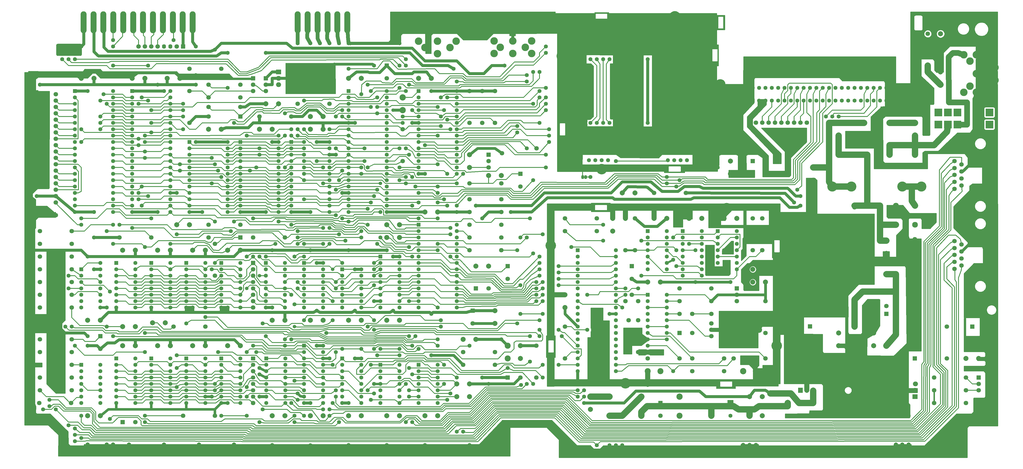
<source format=gbr>
G04 #@! TF.GenerationSoftware,KiCad,Pcbnew,5.1.5+dfsg1-2build2*
G04 #@! TF.CreationDate,2021-06-19T02:46:46+02:00*
G04 #@! TF.ProjectId,250407_,32353034-3037-45f2-9e6b-696361645f70,1.1*
G04 #@! TF.SameCoordinates,Original*
G04 #@! TF.FileFunction,Copper,L1,Top*
G04 #@! TF.FilePolarity,Positive*
%FSLAX46Y46*%
G04 Gerber Fmt 4.6, Leading zero omitted, Abs format (unit mm)*
G04 Created by KiCad (PCBNEW 5.1.5+dfsg1-2build2) date 2021-06-19 02:46:46*
%MOMM*%
%LPD*%
G04 APERTURE LIST*
%ADD10C,0.100000*%
%ADD11R,10.400000X16.000000*%
%ADD12O,1.905000X2.000000*%
%ADD13R,1.905000X2.000000*%
%ADD14O,3.800000X3.800000*%
%ADD15R,16.000000X10.400000*%
%ADD16O,2.000000X1.905000*%
%ADD17R,2.000000X1.905000*%
%ADD18O,3.600000X3.600000*%
%ADD19C,1.800000*%
%ADD20C,1.600000*%
%ADD21C,3.000000*%
%ADD22R,1.800000X1.800000*%
%ADD23C,2.000000*%
%ADD24R,1.600000X1.600000*%
%ADD25R,3.100000X3.100000*%
%ADD26O,1.600000X1.800000*%
%ADD27O,1.800000X1.600000*%
%ADD28R,1.800000X1.600000*%
%ADD29C,4.000000*%
%ADD30C,2.300000*%
%ADD31O,2.410000X8.760000*%
%ADD32C,2.400000*%
%ADD33C,2.500000*%
%ADD34C,4.200000*%
%ADD35C,1.400000*%
%ADD36C,0.300000*%
%ADD37C,1.000000*%
%ADD38C,1.200000*%
%ADD39C,1.100000*%
%ADD40C,1.500000*%
%ADD41C,2.000000*%
%ADD42C,1.150000*%
%ADD43C,1.600000*%
%ADD44C,2.500000*%
%ADD45C,1.140000*%
%ADD46C,0.900000*%
%ADD47C,2.250000*%
%ADD48C,0.800000*%
%ADD49C,0.600000*%
%ADD50C,0.254000*%
%ADD51C,0.025400*%
G04 APERTURE END LIST*
D10*
G36*
X299650000Y-210115000D02*
G01*
X297250000Y-210115000D01*
X297250000Y-207715000D01*
X299650000Y-207715000D01*
X299650000Y-210115000D01*
G37*
G36*
X140843000Y-85534500D02*
G01*
X120840500Y-85534500D01*
X120840500Y-73215500D01*
X140779500Y-73215500D01*
X140843000Y-85534500D01*
G37*
X140843000Y-85534500D02*
X120840500Y-85534500D01*
X120840500Y-73215500D01*
X140779500Y-73215500D01*
X140843000Y-85534500D01*
G36*
X239780000Y-119045000D02*
G01*
X240280000Y-119045000D01*
X240280000Y-118445000D01*
X239780000Y-118445000D01*
X239780000Y-119045000D01*
G37*
D11*
X328930000Y-192151000D03*
D12*
X328930000Y-203835000D03*
X331470000Y-203962000D03*
D13*
X326390000Y-203835000D03*
D14*
X328930000Y-187175000D03*
D15*
X360426000Y-203835000D03*
D16*
X372110000Y-203835000D03*
X372237000Y-201295000D03*
D17*
X372110000Y-206375000D03*
D14*
X355450000Y-203835000D03*
D16*
X118110000Y-81915000D03*
X118110000Y-79375000D03*
D17*
X118110000Y-76835000D03*
D18*
X134770000Y-79375000D03*
D19*
X390652000Y-145669000D03*
X390652000Y-148439000D03*
X390652000Y-151209000D03*
X390652000Y-153979000D03*
X387812000Y-144284000D03*
X387812000Y-147054000D03*
X387812000Y-149824000D03*
X387812000Y-152594000D03*
X387812000Y-155364000D03*
D20*
X241951000Y-112014000D03*
X244491000Y-112014000D03*
X247031000Y-112014000D03*
X249571000Y-112014000D03*
X273431000Y-112014000D03*
X275971000Y-112014000D03*
X278511000Y-112014000D03*
X281051000Y-112014000D03*
D21*
X404017500Y-80090000D03*
X404017500Y-75010000D03*
X394057500Y-82470000D03*
X391557500Y-84970000D03*
X391557500Y-69970000D03*
X394057500Y-72470000D03*
X396557500Y-77470000D03*
X396557500Y-69970000D03*
X396557500Y-84970000D03*
D19*
X360680000Y-170180000D03*
D22*
X360680000Y-157480000D03*
D19*
X360680000Y-186055000D03*
D22*
X360680000Y-173355000D03*
D19*
X259080000Y-159385000D03*
D22*
X259080000Y-154305000D03*
D19*
X283210000Y-180975000D03*
D22*
X278130000Y-180975000D03*
D19*
X260350000Y-147955000D03*
X260350000Y-135255000D03*
X256540000Y-147955000D03*
X256540000Y-135255000D03*
X341630000Y-102235000D03*
X341630000Y-109855000D03*
X341630000Y-97155000D03*
X372110000Y-102235000D03*
X372110000Y-109855000D03*
X372110000Y-97155000D03*
D23*
X242570000Y-211455000D03*
X242570000Y-206375000D03*
D19*
X316230000Y-117475000D03*
D22*
X316230000Y-112395000D03*
D19*
X307340000Y-117475000D03*
D22*
X307340000Y-112395000D03*
D19*
X60960000Y-216535000D03*
D22*
X55880000Y-216535000D03*
D19*
X321310000Y-213995000D03*
D22*
X321310000Y-208915000D03*
D19*
X214630000Y-198755000D03*
D22*
X209550000Y-198755000D03*
D19*
X270510000Y-213995000D03*
D22*
X270510000Y-208915000D03*
D19*
X328930000Y-213995000D03*
D22*
X328930000Y-208915000D03*
D19*
X46990000Y-187325000D03*
D22*
X46990000Y-182245000D03*
D23*
X194310000Y-201295000D03*
X189230000Y-201295000D03*
X194310000Y-206375000D03*
X189230000Y-206375000D03*
X204470000Y-177165000D03*
X204470000Y-172085000D03*
D19*
X201930000Y-163195000D03*
D22*
X196850000Y-163195000D03*
D19*
X195580000Y-177165000D03*
D22*
X195580000Y-172085000D03*
D19*
X209550000Y-159385000D03*
D22*
X209550000Y-154305000D03*
D23*
X201930000Y-154305000D03*
X196850000Y-154305000D03*
X161290000Y-142875000D03*
X166370000Y-142875000D03*
X161290000Y-137795000D03*
X166370000Y-137795000D03*
D19*
X214630000Y-122555000D03*
D22*
X214630000Y-117475000D03*
D19*
X161290000Y-79375000D03*
D22*
X161290000Y-74295000D03*
D19*
X221056281Y-107315000D03*
X207222236Y-109259248D03*
X90170000Y-142875000D03*
D22*
X102870000Y-142875000D03*
D19*
X372010400Y-143515000D03*
D22*
X372010400Y-191135000D03*
D19*
X330200000Y-130688000D03*
D22*
X330200000Y-178308000D03*
D19*
X347980000Y-130815000D03*
D22*
X347980000Y-178435000D03*
D19*
X390652000Y-113749000D03*
X390652000Y-116519000D03*
X390652000Y-119289000D03*
X390652000Y-122059000D03*
X387812000Y-112364000D03*
X387812000Y-115134000D03*
X387812000Y-117904000D03*
X387812000Y-120674000D03*
X387812000Y-123444000D03*
X290830000Y-179705000D03*
X290830000Y-177165000D03*
X290830000Y-182245000D03*
D20*
X300990000Y-140335000D03*
X300990000Y-142875000D03*
X300990000Y-145415000D03*
X300990000Y-147955000D03*
X300990000Y-150495000D03*
X300990000Y-153035000D03*
X300990000Y-155575000D03*
X293370000Y-155575000D03*
X293370000Y-153035000D03*
X293370000Y-150495000D03*
X293370000Y-147955000D03*
X293370000Y-145415000D03*
X293370000Y-142875000D03*
D24*
X293370000Y-140335000D03*
D20*
X273050000Y-165735000D03*
X273050000Y-168275000D03*
X265430000Y-183515000D03*
X265430000Y-170815000D03*
X265430000Y-173355000D03*
X273050000Y-173355000D03*
X265430000Y-168275000D03*
X265430000Y-175895000D03*
X273050000Y-183515000D03*
X273050000Y-175895000D03*
D24*
X265430000Y-165735000D03*
D20*
X273050000Y-180975000D03*
X265430000Y-180975000D03*
X273050000Y-170815000D03*
X265430000Y-178435000D03*
X273050000Y-178435000D03*
X287020000Y-140335000D03*
X287020000Y-142875000D03*
X279400000Y-158115000D03*
X279400000Y-145415000D03*
X279400000Y-147955000D03*
X287020000Y-147955000D03*
X279400000Y-142875000D03*
X279400000Y-150495000D03*
X287020000Y-158115000D03*
X287020000Y-150495000D03*
D24*
X279400000Y-140335000D03*
D20*
X287020000Y-155575000D03*
X279400000Y-155575000D03*
X287020000Y-145415000D03*
X279400000Y-153035000D03*
X287020000Y-153035000D03*
X273050000Y-140335000D03*
X273050000Y-142875000D03*
X273050000Y-145415000D03*
X273050000Y-147955000D03*
X273050000Y-150495000D03*
X273050000Y-153035000D03*
X273050000Y-155575000D03*
X265430000Y-155575000D03*
X265430000Y-153035000D03*
X265430000Y-150495000D03*
X265430000Y-147955000D03*
X265430000Y-145415000D03*
X265430000Y-142875000D03*
D24*
X265430000Y-140335000D03*
D20*
X181610000Y-193675000D03*
X181610000Y-196215000D03*
X181610000Y-198755000D03*
X181610000Y-201295000D03*
X181610000Y-203835000D03*
X181610000Y-206375000D03*
X181610000Y-208915000D03*
X173990000Y-208915000D03*
X173990000Y-206375000D03*
X173990000Y-203835000D03*
X173990000Y-201295000D03*
X173990000Y-198755000D03*
X173990000Y-196215000D03*
D24*
X173990000Y-193675000D03*
D20*
X151130000Y-155575000D03*
X151130000Y-158115000D03*
X151130000Y-160655000D03*
X151130000Y-163195000D03*
X151130000Y-165735000D03*
X151130000Y-168275000D03*
X151130000Y-170815000D03*
X143510000Y-170815000D03*
X143510000Y-168275000D03*
X143510000Y-165735000D03*
X143510000Y-163195000D03*
X143510000Y-160655000D03*
X143510000Y-158115000D03*
D24*
X143510000Y-155575000D03*
D20*
X135890000Y-186055000D03*
X135890000Y-188595000D03*
X135890000Y-191135000D03*
X135890000Y-193675000D03*
X128270000Y-208915000D03*
D24*
X128270000Y-186055000D03*
D20*
X128270000Y-201295000D03*
X128270000Y-196215000D03*
X128270000Y-198755000D03*
X135890000Y-196215000D03*
X128270000Y-191135000D03*
X135890000Y-206375000D03*
X128270000Y-193675000D03*
X128270000Y-206375000D03*
X135890000Y-201295000D03*
X135890000Y-198755000D03*
X135890000Y-208915000D03*
X128270000Y-203835000D03*
X135890000Y-203835000D03*
X128270000Y-188595000D03*
X120777000Y-191071500D03*
X120777000Y-193611500D03*
X113157000Y-208851500D03*
X113157000Y-196151500D03*
X113157000Y-198691500D03*
X120777000Y-198691500D03*
X113157000Y-193611500D03*
X113157000Y-201231500D03*
X120777000Y-208851500D03*
X120777000Y-201231500D03*
D24*
X113157000Y-191071500D03*
D20*
X120777000Y-206311500D03*
X113157000Y-206311500D03*
X120777000Y-196151500D03*
X113157000Y-203771500D03*
X120777000Y-203771500D03*
X102870000Y-191135000D03*
X102870000Y-193675000D03*
X95250000Y-208915000D03*
X95250000Y-196215000D03*
X95250000Y-198755000D03*
X102870000Y-198755000D03*
X95250000Y-193675000D03*
X95250000Y-201295000D03*
X102870000Y-208915000D03*
X102870000Y-201295000D03*
D24*
X95250000Y-191135000D03*
D20*
X102870000Y-206375000D03*
X95250000Y-206375000D03*
X102870000Y-196215000D03*
X95250000Y-203835000D03*
X102870000Y-203835000D03*
X88900000Y-191135000D03*
X88900000Y-193675000D03*
X81280000Y-208915000D03*
X81280000Y-196215000D03*
X81280000Y-198755000D03*
X88900000Y-198755000D03*
X81280000Y-193675000D03*
X81280000Y-201295000D03*
X88900000Y-208915000D03*
X88900000Y-201295000D03*
D24*
X81280000Y-191135000D03*
D20*
X88900000Y-206375000D03*
X81280000Y-206375000D03*
X88900000Y-196215000D03*
X81280000Y-203835000D03*
X88900000Y-203835000D03*
X74930000Y-191135000D03*
X74930000Y-193675000D03*
X67310000Y-208915000D03*
X67310000Y-196215000D03*
X67310000Y-198755000D03*
X74930000Y-198755000D03*
X67310000Y-193675000D03*
X67310000Y-201295000D03*
X74930000Y-208915000D03*
X74930000Y-201295000D03*
D24*
X67310000Y-191135000D03*
D20*
X74930000Y-206375000D03*
X67310000Y-206375000D03*
X74930000Y-196215000D03*
X67310000Y-203835000D03*
X74930000Y-203835000D03*
X60960000Y-191135000D03*
X60960000Y-193675000D03*
X53340000Y-208915000D03*
X53340000Y-196215000D03*
X53340000Y-198755000D03*
X60960000Y-198755000D03*
X53340000Y-193675000D03*
X53340000Y-201295000D03*
X60960000Y-208915000D03*
X60960000Y-201295000D03*
D24*
X53340000Y-191135000D03*
D20*
X60960000Y-206375000D03*
X53340000Y-206375000D03*
X60960000Y-196215000D03*
X53340000Y-203835000D03*
X60960000Y-203835000D03*
X46990000Y-193675000D03*
X46990000Y-196215000D03*
X46990000Y-198755000D03*
X46990000Y-201295000D03*
X46990000Y-203835000D03*
X46990000Y-206375000D03*
X46990000Y-208915000D03*
X39370000Y-208915000D03*
X39370000Y-206375000D03*
X39370000Y-203835000D03*
X39370000Y-201295000D03*
X39370000Y-198755000D03*
X39370000Y-196215000D03*
D24*
X39370000Y-193675000D03*
D20*
X252730000Y-147955000D03*
X252730000Y-150495000D03*
X252730000Y-153035000D03*
X252730000Y-155575000D03*
X252730000Y-158115000D03*
X252730000Y-160655000D03*
X252730000Y-163195000D03*
X252730000Y-165735000D03*
X252730000Y-168275000D03*
X252730000Y-170815000D03*
X252730000Y-173355000D03*
X252730000Y-175895000D03*
X252730000Y-178435000D03*
X252730000Y-180975000D03*
X252730000Y-183515000D03*
X252730000Y-186055000D03*
X252730000Y-188595000D03*
X252730000Y-191135000D03*
X252730000Y-193675000D03*
X252730000Y-196215000D03*
X237490000Y-196215000D03*
X237490000Y-193675000D03*
X237490000Y-191135000D03*
X237490000Y-188595000D03*
X237490000Y-186055000D03*
X237490000Y-183515000D03*
X237490000Y-180975000D03*
X237490000Y-178435000D03*
X237490000Y-175895000D03*
X237490000Y-173355000D03*
X237490000Y-170815000D03*
X237490000Y-168275000D03*
X237490000Y-165735000D03*
X237490000Y-163195000D03*
X237490000Y-160655000D03*
X237490000Y-158115000D03*
X237490000Y-155575000D03*
X237490000Y-153035000D03*
X237490000Y-150495000D03*
D24*
X237490000Y-147955000D03*
D20*
X189230000Y-137795000D03*
X189230000Y-140335000D03*
X189230000Y-142875000D03*
X189230000Y-145415000D03*
X173990000Y-155575000D03*
X173990000Y-153035000D03*
D24*
X173990000Y-137795000D03*
D20*
X173990000Y-147955000D03*
X173990000Y-142875000D03*
X189230000Y-163195000D03*
X189230000Y-165735000D03*
X189230000Y-147955000D03*
X189230000Y-170815000D03*
X173990000Y-168275000D03*
X189230000Y-155575000D03*
X189230000Y-153035000D03*
X173990000Y-170815000D03*
X173990000Y-150495000D03*
X173990000Y-140335000D03*
X173990000Y-158115000D03*
X173990000Y-145415000D03*
X173990000Y-160655000D03*
X173990000Y-163195000D03*
X173990000Y-165735000D03*
X189230000Y-160655000D03*
X189230000Y-150495000D03*
X189230000Y-158115000D03*
X189230000Y-168275000D03*
X189230000Y-84455000D03*
X189230000Y-86995000D03*
X189230000Y-89535000D03*
X189230000Y-92075000D03*
X173990000Y-102235000D03*
X173990000Y-99695000D03*
D24*
X173990000Y-84455000D03*
D20*
X173990000Y-94615000D03*
X173990000Y-89535000D03*
X189230000Y-109855000D03*
X189230000Y-112395000D03*
X189230000Y-94615000D03*
X189230000Y-117475000D03*
X173990000Y-114935000D03*
X189230000Y-102235000D03*
X189230000Y-99695000D03*
X173990000Y-117475000D03*
X173990000Y-97155000D03*
X173990000Y-86995000D03*
X173990000Y-104775000D03*
X173990000Y-92075000D03*
X173990000Y-107315000D03*
X173990000Y-109855000D03*
X173990000Y-112395000D03*
X189230000Y-107315000D03*
X189230000Y-97155000D03*
X189230000Y-104775000D03*
X189230000Y-114935000D03*
X166370000Y-193675000D03*
X166370000Y-196215000D03*
X166370000Y-198755000D03*
X166370000Y-201295000D03*
X166370000Y-203835000D03*
X166370000Y-206375000D03*
X166370000Y-208915000D03*
X158750000Y-208915000D03*
X158750000Y-206375000D03*
X158750000Y-203835000D03*
X158750000Y-201295000D03*
X158750000Y-198755000D03*
X158750000Y-196215000D03*
D24*
X158750000Y-193675000D03*
D20*
X135890000Y-153035000D03*
X135890000Y-155575000D03*
X128270000Y-170815000D03*
X128270000Y-158115000D03*
X128270000Y-160655000D03*
X135890000Y-160655000D03*
X128270000Y-155575000D03*
X128270000Y-163195000D03*
X135890000Y-170815000D03*
X135890000Y-163195000D03*
D24*
X128270000Y-153035000D03*
D20*
X135890000Y-168275000D03*
X128270000Y-168275000D03*
X135890000Y-158115000D03*
X128270000Y-165735000D03*
X135890000Y-165735000D03*
X151130000Y-191135000D03*
X151130000Y-193675000D03*
X143510000Y-208915000D03*
X143510000Y-196215000D03*
X143510000Y-198755000D03*
X151130000Y-198755000D03*
X143510000Y-193675000D03*
X143510000Y-201295000D03*
X151130000Y-208915000D03*
X151130000Y-201295000D03*
D24*
X143510000Y-191135000D03*
D20*
X151130000Y-206375000D03*
X143510000Y-206375000D03*
X151130000Y-196215000D03*
X143510000Y-203835000D03*
X151130000Y-203835000D03*
X120650000Y-153035000D03*
X120650000Y-155575000D03*
X113030000Y-170815000D03*
X113030000Y-158115000D03*
X113030000Y-160655000D03*
X120650000Y-160655000D03*
X113030000Y-155575000D03*
X113030000Y-163195000D03*
X120650000Y-170815000D03*
X120650000Y-163195000D03*
D24*
X113030000Y-153035000D03*
D20*
X120650000Y-168275000D03*
X113030000Y-168275000D03*
X120650000Y-158115000D03*
X113030000Y-165735000D03*
X120650000Y-165735000D03*
X102870000Y-153035000D03*
X102870000Y-155575000D03*
X95250000Y-170815000D03*
X95250000Y-158115000D03*
X95250000Y-160655000D03*
X102870000Y-160655000D03*
X95250000Y-155575000D03*
X95250000Y-163195000D03*
X102870000Y-170815000D03*
X102870000Y-163195000D03*
D24*
X95250000Y-153035000D03*
D20*
X102870000Y-168275000D03*
X95250000Y-168275000D03*
X102870000Y-158115000D03*
X95250000Y-165735000D03*
X102870000Y-165735000D03*
X88900000Y-153035000D03*
X88900000Y-155575000D03*
X81280000Y-170815000D03*
X81280000Y-158115000D03*
X81280000Y-160655000D03*
X88900000Y-160655000D03*
X81280000Y-155575000D03*
X81280000Y-163195000D03*
X88900000Y-170815000D03*
X88900000Y-163195000D03*
D24*
X81280000Y-153035000D03*
D20*
X88900000Y-168275000D03*
X81280000Y-168275000D03*
X88900000Y-158115000D03*
X81280000Y-165735000D03*
X88900000Y-165735000D03*
X74930000Y-153035000D03*
X74930000Y-155575000D03*
X67310000Y-170815000D03*
X67310000Y-158115000D03*
X67310000Y-160655000D03*
X74930000Y-160655000D03*
X67310000Y-155575000D03*
X67310000Y-163195000D03*
X74930000Y-170815000D03*
X74930000Y-163195000D03*
D24*
X67310000Y-153035000D03*
D20*
X74930000Y-168275000D03*
X67310000Y-168275000D03*
X74930000Y-158115000D03*
X67310000Y-165735000D03*
X74930000Y-165735000D03*
X60960000Y-153035000D03*
X60960000Y-155575000D03*
X53340000Y-170815000D03*
X53340000Y-158115000D03*
X53340000Y-160655000D03*
X60960000Y-160655000D03*
X53340000Y-155575000D03*
X53340000Y-163195000D03*
X60960000Y-170815000D03*
X60960000Y-163195000D03*
D24*
X53340000Y-153035000D03*
D20*
X60960000Y-168275000D03*
X53340000Y-168275000D03*
X60960000Y-158115000D03*
X53340000Y-165735000D03*
X60960000Y-165735000D03*
X46990000Y-155575000D03*
X46990000Y-158115000D03*
X46990000Y-160655000D03*
X46990000Y-163195000D03*
X46990000Y-165735000D03*
X46990000Y-168275000D03*
X46990000Y-170815000D03*
X39370000Y-170815000D03*
X39370000Y-168275000D03*
X39370000Y-165735000D03*
X39370000Y-163195000D03*
X39370000Y-160655000D03*
X39370000Y-158115000D03*
D24*
X39370000Y-155575000D03*
D20*
X161290000Y-84455000D03*
X161290000Y-86995000D03*
X161290000Y-89535000D03*
X161290000Y-92075000D03*
X161290000Y-94615000D03*
X161290000Y-97155000D03*
X161290000Y-99695000D03*
X161290000Y-102235000D03*
X161290000Y-104775000D03*
X161290000Y-107315000D03*
X161290000Y-109855000D03*
X161290000Y-112395000D03*
X161290000Y-114935000D03*
X161290000Y-117475000D03*
X161290000Y-120015000D03*
X161290000Y-122555000D03*
X161290000Y-125095000D03*
X161290000Y-127635000D03*
X161290000Y-130175000D03*
X161290000Y-132715000D03*
X146050000Y-132715000D03*
X146050000Y-130175000D03*
X146050000Y-127635000D03*
X146050000Y-125095000D03*
X146050000Y-122555000D03*
X146050000Y-120015000D03*
X146050000Y-117475000D03*
X146050000Y-114935000D03*
X146050000Y-112395000D03*
X146050000Y-109855000D03*
X146050000Y-107315000D03*
X146050000Y-104775000D03*
X146050000Y-102235000D03*
X146050000Y-99695000D03*
X146050000Y-97155000D03*
X146050000Y-94615000D03*
X146050000Y-92075000D03*
X146050000Y-89535000D03*
X146050000Y-86995000D03*
D24*
X146050000Y-84455000D03*
D20*
X158750000Y-153035000D03*
X158750000Y-168275000D03*
X166370000Y-168275000D03*
X166370000Y-158115000D03*
X166370000Y-160655000D03*
X158750000Y-170815000D03*
X158750000Y-158115000D03*
X166370000Y-165735000D03*
X158750000Y-155575000D03*
X166370000Y-155575000D03*
X166370000Y-163195000D03*
X158750000Y-163195000D03*
X158750000Y-160655000D03*
X158750000Y-165735000D03*
D24*
X158750000Y-150495000D03*
D20*
X166370000Y-170815000D03*
X166370000Y-153035000D03*
X166370000Y-150495000D03*
X123190000Y-125095000D03*
X123190000Y-107315000D03*
X123190000Y-117475000D03*
X138430000Y-130175000D03*
X138430000Y-109855000D03*
X138430000Y-112395000D03*
X138430000Y-132715000D03*
X138430000Y-127635000D03*
X138430000Y-104775000D03*
X138430000Y-122555000D03*
X138430000Y-120015000D03*
X123190000Y-109855000D03*
X123190000Y-114935000D03*
D24*
X123190000Y-104775000D03*
D20*
X123190000Y-120015000D03*
X123190000Y-122555000D03*
X138430000Y-125095000D03*
X138430000Y-114935000D03*
X138430000Y-107315000D03*
X138430000Y-117475000D03*
X123190000Y-132715000D03*
X123190000Y-130175000D03*
X123190000Y-127635000D03*
X123190000Y-112395000D03*
X102870000Y-125095000D03*
X102870000Y-107315000D03*
X102870000Y-117475000D03*
X118110000Y-130175000D03*
X118110000Y-109855000D03*
X118110000Y-112395000D03*
X118110000Y-132715000D03*
X118110000Y-127635000D03*
X118110000Y-104775000D03*
X118110000Y-122555000D03*
X118110000Y-120015000D03*
X102870000Y-109855000D03*
X102870000Y-114935000D03*
D24*
X102870000Y-104775000D03*
D20*
X102870000Y-120015000D03*
X102870000Y-122555000D03*
X118110000Y-125095000D03*
X118110000Y-114935000D03*
X118110000Y-107315000D03*
X118110000Y-117475000D03*
X102870000Y-132715000D03*
X102870000Y-130175000D03*
X102870000Y-127635000D03*
X102870000Y-112395000D03*
X82550000Y-125095000D03*
X82550000Y-107315000D03*
X82550000Y-117475000D03*
X97790000Y-130175000D03*
X97790000Y-109855000D03*
X97790000Y-112395000D03*
X97790000Y-132715000D03*
X97790000Y-127635000D03*
X97790000Y-104775000D03*
X97790000Y-122555000D03*
X97790000Y-120015000D03*
X82550000Y-109855000D03*
X82550000Y-114935000D03*
D24*
X82550000Y-104775000D03*
D20*
X82550000Y-120015000D03*
X82550000Y-122555000D03*
X97790000Y-125095000D03*
X97790000Y-114935000D03*
X97790000Y-107315000D03*
X97790000Y-117475000D03*
X82550000Y-132715000D03*
X82550000Y-130175000D03*
X82550000Y-127635000D03*
X82550000Y-112395000D03*
X74930000Y-84455000D03*
X74930000Y-86995000D03*
X74930000Y-89535000D03*
X74930000Y-92075000D03*
X74930000Y-94615000D03*
X74930000Y-97155000D03*
X74930000Y-99695000D03*
X74930000Y-102235000D03*
X74930000Y-104775000D03*
X74930000Y-107315000D03*
X74930000Y-109855000D03*
X74930000Y-112395000D03*
X74930000Y-114935000D03*
X74930000Y-117475000D03*
X74930000Y-120015000D03*
X74930000Y-122555000D03*
X74930000Y-125095000D03*
X74930000Y-127635000D03*
X74930000Y-130175000D03*
X74930000Y-132715000D03*
X59690000Y-132715000D03*
X59690000Y-130175000D03*
X59690000Y-127635000D03*
X59690000Y-125095000D03*
X59690000Y-122555000D03*
X59690000Y-120015000D03*
X59690000Y-117475000D03*
X59690000Y-114935000D03*
X59690000Y-112395000D03*
X59690000Y-109855000D03*
X59690000Y-107315000D03*
X59690000Y-104775000D03*
X59690000Y-102235000D03*
X59690000Y-99695000D03*
X59690000Y-97155000D03*
X59690000Y-94615000D03*
X59690000Y-92075000D03*
X59690000Y-89535000D03*
X59690000Y-86995000D03*
D24*
X59690000Y-84455000D03*
D20*
X52070000Y-84455000D03*
X52070000Y-86995000D03*
X52070000Y-89535000D03*
X52070000Y-92075000D03*
X52070000Y-94615000D03*
X52070000Y-97155000D03*
X52070000Y-99695000D03*
X52070000Y-102235000D03*
X52070000Y-104775000D03*
X52070000Y-107315000D03*
X52070000Y-109855000D03*
X52070000Y-112395000D03*
X52070000Y-114935000D03*
X52070000Y-117475000D03*
X52070000Y-120015000D03*
X52070000Y-122555000D03*
X52070000Y-125095000D03*
X52070000Y-127635000D03*
X52070000Y-130175000D03*
X52070000Y-132715000D03*
X36830000Y-132715000D03*
X36830000Y-130175000D03*
X36830000Y-127635000D03*
X36830000Y-125095000D03*
X36830000Y-122555000D03*
X36830000Y-120015000D03*
X36830000Y-117475000D03*
X36830000Y-114935000D03*
X36830000Y-112395000D03*
X36830000Y-109855000D03*
X36830000Y-107315000D03*
X36830000Y-104775000D03*
X36830000Y-102235000D03*
X36830000Y-99695000D03*
X36830000Y-97155000D03*
X36830000Y-94615000D03*
X36830000Y-92075000D03*
X36830000Y-89535000D03*
X36830000Y-86995000D03*
D24*
X36830000Y-84455000D03*
D25*
X401791000Y-92960000D03*
X401791000Y-97790000D03*
X381381000Y-92960000D03*
X389001000Y-92960000D03*
X385191000Y-92960000D03*
X381381000Y-97790000D03*
X389001000Y-97790000D03*
X385191000Y-97790000D03*
D19*
X328930000Y-97028000D03*
X326390000Y-97028000D03*
X323850000Y-97028000D03*
X321310000Y-97028000D03*
X318770000Y-97028000D03*
X316230000Y-97028000D03*
X313690000Y-97028000D03*
X311150000Y-97028000D03*
X308610000Y-97028000D03*
D22*
X306070000Y-97028000D03*
D19*
X62230000Y-66675000D03*
X64770000Y-66675000D03*
X67310000Y-66675000D03*
X69850000Y-66675000D03*
D26*
X72390000Y-66675000D03*
X74930000Y-66675000D03*
D19*
X77470000Y-66675000D03*
D22*
X80010000Y-66675000D03*
D19*
X107950000Y-208915000D03*
D27*
X107950000Y-206375000D03*
X107950000Y-203835000D03*
X107950000Y-201295000D03*
X107950000Y-198755000D03*
D19*
X107950000Y-196215000D03*
D27*
X107950000Y-193675000D03*
D28*
X107950000Y-191135000D03*
D19*
X107950000Y-170815000D03*
X107950000Y-168275000D03*
X107950000Y-165735000D03*
D27*
X107950000Y-163195000D03*
X107950000Y-160655000D03*
D19*
X107950000Y-158115000D03*
X107950000Y-155575000D03*
D22*
X107950000Y-153035000D03*
D19*
X92710000Y-158115000D03*
X92710000Y-145415000D03*
X261620000Y-175895000D03*
X261620000Y-188595000D03*
X257810000Y-188595000D03*
X257810000Y-175895000D03*
X191770000Y-193675000D03*
X204470000Y-193675000D03*
X35560000Y-170815000D03*
X22860000Y-170815000D03*
X199390000Y-97155000D03*
X199390000Y-84455000D03*
X194310000Y-97155000D03*
X194310000Y-84455000D03*
X204470000Y-97155000D03*
X204470000Y-84455000D03*
X88900000Y-178435000D03*
X76200000Y-178435000D03*
X35560000Y-198755000D03*
X22860000Y-198755000D03*
X379730000Y-208915000D03*
X392430000Y-208915000D03*
X194310000Y-121285000D03*
X207010000Y-121285000D03*
X120650000Y-142875000D03*
X107950000Y-142875000D03*
X67310000Y-142875000D03*
X54610000Y-142875000D03*
X35242500Y-208915000D03*
X22542500Y-208915000D03*
X35560000Y-183515000D03*
X22860000Y-183515000D03*
X35560000Y-188595000D03*
X22860000Y-188595000D03*
X92710000Y-213995000D03*
X80010000Y-213995000D03*
X22860000Y-165735000D03*
X35560000Y-165735000D03*
X22860000Y-155575000D03*
X35560000Y-155575000D03*
X22860000Y-145415000D03*
X35560000Y-145415000D03*
X259080000Y-165735000D03*
X256540000Y-168275000D03*
X261620000Y-168275000D03*
X278130000Y-168275000D03*
X290830000Y-168275000D03*
X307340000Y-135255000D03*
X307340000Y-147955000D03*
X311150000Y-135255000D03*
X311150000Y-147955000D03*
X312420000Y-180975000D03*
X312420000Y-168275000D03*
X207010000Y-127635000D03*
X194310000Y-127635000D03*
X194310000Y-142875000D03*
X207010000Y-142875000D03*
X102870000Y-137795000D03*
X90170000Y-137795000D03*
X102870000Y-86995000D03*
X90170000Y-86995000D03*
X82550000Y-97155000D03*
X82550000Y-84455000D03*
X90170000Y-90805000D03*
X102870000Y-90805000D03*
X95250000Y-75565000D03*
X82550000Y-75565000D03*
X201930000Y-114935000D03*
X201930000Y-112395000D03*
D22*
X201930000Y-109855000D03*
D19*
X300990000Y-168275000D03*
X300990000Y-165735000D03*
D22*
X300990000Y-163195000D03*
D19*
X107950000Y-84455000D03*
X107950000Y-81915000D03*
D22*
X107950000Y-79375000D03*
D19*
X113030000Y-84455000D03*
X113030000Y-81915000D03*
D22*
X113030000Y-79375000D03*
D19*
X377190000Y-76835000D03*
X377190000Y-61595000D03*
D23*
X351790000Y-109855000D03*
X361950000Y-109855000D03*
X361950000Y-97155000D03*
X351790000Y-97155000D03*
D19*
X250190000Y-213995000D03*
X262890000Y-213995000D03*
G04 #@! TA.AperFunction,SMDPad,CuDef*
D10*
G36*
X240180000Y-117995000D02*
G01*
X240680000Y-117995000D01*
X240680000Y-117995602D01*
X240704534Y-117995602D01*
X240753365Y-118000412D01*
X240801490Y-118009984D01*
X240848445Y-118024228D01*
X240893778Y-118043005D01*
X240937051Y-118066136D01*
X240977850Y-118093396D01*
X241015779Y-118124524D01*
X241050476Y-118159221D01*
X241081604Y-118197150D01*
X241108864Y-118237949D01*
X241131995Y-118281222D01*
X241150772Y-118326555D01*
X241165016Y-118373510D01*
X241174588Y-118421635D01*
X241179398Y-118470466D01*
X241179398Y-118495000D01*
X241180000Y-118495000D01*
X241180000Y-118995000D01*
X241179398Y-118995000D01*
X241179398Y-119019534D01*
X241174588Y-119068365D01*
X241165016Y-119116490D01*
X241150772Y-119163445D01*
X241131995Y-119208778D01*
X241108864Y-119252051D01*
X241081604Y-119292850D01*
X241050476Y-119330779D01*
X241015779Y-119365476D01*
X240977850Y-119396604D01*
X240937051Y-119423864D01*
X240893778Y-119446995D01*
X240848445Y-119465772D01*
X240801490Y-119480016D01*
X240753365Y-119489588D01*
X240704534Y-119494398D01*
X240680000Y-119494398D01*
X240680000Y-119495000D01*
X240180000Y-119495000D01*
X240180000Y-117995000D01*
G37*
G04 #@! TD.AperFunction*
G04 #@! TA.AperFunction,SMDPad,CuDef*
G36*
X239380000Y-119494398D02*
G01*
X239355466Y-119494398D01*
X239306635Y-119489588D01*
X239258510Y-119480016D01*
X239211555Y-119465772D01*
X239166222Y-119446995D01*
X239122949Y-119423864D01*
X239082150Y-119396604D01*
X239044221Y-119365476D01*
X239009524Y-119330779D01*
X238978396Y-119292850D01*
X238951136Y-119252051D01*
X238928005Y-119208778D01*
X238909228Y-119163445D01*
X238894984Y-119116490D01*
X238885412Y-119068365D01*
X238880602Y-119019534D01*
X238880602Y-118995000D01*
X238880000Y-118995000D01*
X238880000Y-118495000D01*
X238880602Y-118495000D01*
X238880602Y-118470466D01*
X238885412Y-118421635D01*
X238894984Y-118373510D01*
X238909228Y-118326555D01*
X238928005Y-118281222D01*
X238951136Y-118237949D01*
X238978396Y-118197150D01*
X239009524Y-118159221D01*
X239044221Y-118124524D01*
X239082150Y-118093396D01*
X239122949Y-118066136D01*
X239166222Y-118043005D01*
X239211555Y-118024228D01*
X239258510Y-118009984D01*
X239306635Y-118000412D01*
X239355466Y-117995602D01*
X239380000Y-117995602D01*
X239380000Y-117995000D01*
X239880000Y-117995000D01*
X239880000Y-119495000D01*
X239380000Y-119495000D01*
X239380000Y-119494398D01*
G37*
G04 #@! TD.AperFunction*
D19*
X232410000Y-178435000D03*
X232410000Y-191135000D03*
X280670000Y-125095000D03*
X267970000Y-125095000D03*
X392430000Y-203835000D03*
X379730000Y-203835000D03*
X392430000Y-198755000D03*
X379730000Y-198755000D03*
X250190000Y-206375000D03*
X262890000Y-206375000D03*
X384810000Y-178435000D03*
X384810000Y-191135000D03*
X295910000Y-191135000D03*
X283210000Y-191135000D03*
X299720000Y-191135000D03*
X312420000Y-191135000D03*
X245110000Y-140335000D03*
X232410000Y-140335000D03*
X245110000Y-135255000D03*
X232410000Y-135255000D03*
X207010000Y-137795000D03*
X194310000Y-137795000D03*
X220980000Y-186055000D03*
X220980000Y-198755000D03*
X207010000Y-132708700D03*
X194310000Y-132708700D03*
X204470000Y-188595000D03*
X191770000Y-188595000D03*
X35560000Y-160655000D03*
X22860000Y-160655000D03*
X35560000Y-150495000D03*
X22860000Y-150495000D03*
X35560000Y-140335000D03*
X22860000Y-140335000D03*
X167640000Y-112395000D03*
X167640000Y-99695000D03*
X194310000Y-147955000D03*
X207010000Y-147955000D03*
X110490000Y-94615000D03*
X123190000Y-94615000D03*
X125730000Y-89535000D03*
X138430000Y-89535000D03*
X90170000Y-81915000D03*
X102870000Y-81915000D03*
D29*
X339090000Y-122555000D03*
X346710000Y-122555000D03*
X367030000Y-122555000D03*
X374650000Y-122555000D03*
D30*
X364490000Y-137795000D03*
X364490000Y-130175000D03*
X372110000Y-130175000D03*
X372110000Y-137795000D03*
D19*
X90170000Y-94615000D03*
D22*
X102870000Y-94615000D03*
D19*
X397510000Y-203835000D03*
X397510000Y-201295000D03*
D22*
X397510000Y-198755000D03*
D20*
X360680000Y-83185000D03*
X358140000Y-83185000D03*
X355600000Y-83185000D03*
X353060000Y-83185000D03*
X350520000Y-83185000D03*
X347980000Y-83185000D03*
X345440000Y-83185000D03*
X342900000Y-83185000D03*
X340360000Y-83185000D03*
X337820000Y-83185000D03*
X335280000Y-83185000D03*
X332740000Y-83185000D03*
X330200000Y-83185000D03*
X327660000Y-83185000D03*
X325120000Y-83185000D03*
X322580000Y-83185000D03*
X320040000Y-83185000D03*
X317500000Y-83185000D03*
X314960000Y-83185000D03*
X312420000Y-83185000D03*
X309880000Y-83185000D03*
X307340000Y-83185000D03*
X360680000Y-88265000D03*
X358140000Y-88265000D03*
X355600000Y-88265000D03*
X353060000Y-88265000D03*
X350520000Y-88265000D03*
X347980000Y-88265000D03*
X345440000Y-88265000D03*
X342900000Y-88265000D03*
X340360000Y-88265000D03*
X337820000Y-88265000D03*
X335280000Y-88265000D03*
X332740000Y-88265000D03*
X330200000Y-88265000D03*
X327660000Y-88265000D03*
X325120000Y-88265000D03*
X322580000Y-88265000D03*
X320040000Y-88265000D03*
X317500000Y-88265000D03*
X314960000Y-88265000D03*
X312420000Y-88265000D03*
D24*
X307340000Y-88265000D03*
D20*
X309880000Y-88265000D03*
D21*
X204089000Y-69469000D03*
X211589000Y-69469000D03*
X219089000Y-69469000D03*
X206589000Y-66969000D03*
X211589000Y-64469000D03*
X216589000Y-67009000D03*
X219089000Y-64469000D03*
X206589000Y-54469000D03*
X216589000Y-54469000D03*
X204089000Y-64469000D03*
X186483000Y-54532500D03*
X176483000Y-54532500D03*
X181483000Y-69532500D03*
X188983000Y-64532500D03*
X186483000Y-67072500D03*
X181483000Y-64532500D03*
X176483000Y-67032500D03*
X173983000Y-64532500D03*
D31*
X145530000Y-57023000D03*
X141570000Y-57023000D03*
X137610000Y-57023000D03*
X133650000Y-57023000D03*
X129690000Y-57023000D03*
X125730000Y-57023000D03*
X40259000Y-56959500D03*
X44219000Y-56959500D03*
X48179000Y-56959500D03*
X52139000Y-56959500D03*
X56099000Y-56959500D03*
X60059000Y-56959500D03*
X64019000Y-56959500D03*
X67979000Y-56959500D03*
X71939000Y-56959500D03*
X75899000Y-56959500D03*
X79859000Y-56959500D03*
X83819000Y-56959500D03*
D19*
X29210000Y-85725000D03*
X29210000Y-88265000D03*
X29210000Y-90805000D03*
X29210000Y-93345000D03*
X29210000Y-95885000D03*
X29210000Y-98425000D03*
X29210000Y-100965000D03*
X29210000Y-103505000D03*
X29210000Y-106045000D03*
X29210000Y-108585000D03*
X29210000Y-111125000D03*
X29210000Y-113665000D03*
X29210000Y-116205000D03*
X29210000Y-118745000D03*
X29210000Y-121285000D03*
X29210000Y-123825000D03*
X29210000Y-126365000D03*
X29210000Y-128905000D03*
X29210000Y-133985000D03*
D23*
X207010000Y-118110000D03*
X201930000Y-118110000D03*
X67818000Y-176911000D03*
X72898000Y-176911000D03*
X82550000Y-137795000D03*
X77470000Y-137795000D03*
X55880000Y-178435000D03*
X60960000Y-178435000D03*
X311150000Y-213995000D03*
X306070000Y-213995000D03*
X251460000Y-135255000D03*
X251460000Y-140335000D03*
X382270000Y-61595000D03*
X382270000Y-66675000D03*
X360680000Y-144145000D03*
X360680000Y-149225000D03*
X331470000Y-120015000D03*
X331470000Y-114935000D03*
X382270000Y-81915000D03*
X382270000Y-76835000D03*
X73660000Y-79375000D03*
X78740000Y-79375000D03*
X355600000Y-180975000D03*
X355600000Y-186055000D03*
X397510000Y-191135000D03*
X392430000Y-191135000D03*
D19*
X394970000Y-183515000D03*
D22*
X394970000Y-178435000D03*
D23*
X341630000Y-186055000D03*
X341630000Y-180975000D03*
D19*
X278130000Y-191135000D03*
X265430000Y-191135000D03*
D23*
X307340000Y-160655000D03*
X307340000Y-155575000D03*
X312420000Y-155575000D03*
X312420000Y-160655000D03*
D19*
X278130000Y-163195000D03*
X290830000Y-163195000D03*
D23*
X267970000Y-135255000D03*
X273050000Y-135255000D03*
X281940000Y-135255000D03*
X287020000Y-135255000D03*
D19*
X278130000Y-173355000D03*
X290830000Y-173355000D03*
D23*
X265430000Y-160655000D03*
X270510000Y-160655000D03*
X265430000Y-196215000D03*
X270510000Y-196215000D03*
X260350000Y-125095000D03*
X255270000Y-125095000D03*
X311150000Y-206375000D03*
X306070000Y-206375000D03*
X295910000Y-135255000D03*
X300990000Y-135255000D03*
X232410000Y-165735000D03*
X232410000Y-170815000D03*
X214630000Y-191135000D03*
X214630000Y-186055000D03*
X176530000Y-132715000D03*
X181610000Y-132715000D03*
X196850000Y-183515000D03*
X191770000Y-183515000D03*
X176530000Y-213995000D03*
X181610000Y-213995000D03*
X146050000Y-175895000D03*
X151130000Y-175895000D03*
X130810000Y-213995000D03*
X135890000Y-213995000D03*
X120650000Y-213995000D03*
X115570000Y-213995000D03*
X102870000Y-186055000D03*
X97790000Y-186055000D03*
X88900000Y-186055000D03*
X83820000Y-186055000D03*
X74930000Y-186055000D03*
X69850000Y-186055000D03*
X60960000Y-186055000D03*
X55880000Y-186055000D03*
X46990000Y-213995000D03*
X41910000Y-213995000D03*
D19*
X35560000Y-203835000D03*
X22860000Y-203835000D03*
D23*
X194310000Y-109855000D03*
X194310000Y-114935000D03*
D19*
X283210000Y-196215000D03*
X295910000Y-196215000D03*
D23*
X173990000Y-79375000D03*
X179070000Y-79375000D03*
X166370000Y-213995000D03*
X161290000Y-213995000D03*
X135890000Y-175895000D03*
X130810000Y-175895000D03*
X146050000Y-213995000D03*
X151130000Y-213995000D03*
X120650000Y-175895000D03*
X115570000Y-175895000D03*
X102870000Y-147955000D03*
X97790000Y-147955000D03*
X88900000Y-147955000D03*
X83820000Y-147955000D03*
X74930000Y-147955000D03*
X69850000Y-147955000D03*
X60960000Y-147955000D03*
X55880000Y-147955000D03*
D19*
X22860000Y-193675000D03*
X35560000Y-193675000D03*
D23*
X41910000Y-175895000D03*
X46990000Y-175895000D03*
X118110000Y-89535000D03*
X113030000Y-89535000D03*
X298450000Y-117475000D03*
X298450000Y-112395000D03*
X151130000Y-79375000D03*
X146050000Y-79375000D03*
X161290000Y-175895000D03*
X166370000Y-175895000D03*
X135890000Y-99695000D03*
X130810000Y-99695000D03*
X115570000Y-99695000D03*
X110490000Y-99695000D03*
X95250000Y-99695000D03*
X90170000Y-99695000D03*
X64770000Y-79375000D03*
X59690000Y-79375000D03*
X39370000Y-79375000D03*
X44450000Y-79375000D03*
X130810000Y-94615000D03*
X135890000Y-94615000D03*
D32*
X278130000Y-213995000D03*
D33*
X278130000Y-206375000D03*
D20*
X49530000Y-89535000D03*
X77470000Y-125095000D03*
X52070000Y-66675000D03*
X62230000Y-89535000D03*
X63500000Y-86995000D03*
X66040000Y-88265000D03*
X66040000Y-74295000D03*
X52070000Y-74295000D03*
X83820000Y-170815000D03*
X179070000Y-173355000D03*
X179070000Y-189865000D03*
X148590000Y-191135000D03*
X163830000Y-172085000D03*
X148590000Y-172085000D03*
X163830000Y-150495000D03*
X179070000Y-84455000D03*
X148590000Y-97155000D03*
X133350000Y-104775000D03*
X133350000Y-112395000D03*
X133350000Y-153035000D03*
X148590000Y-155575000D03*
X133350000Y-172085000D03*
X133350000Y-186055000D03*
X97790000Y-208915000D03*
X116840000Y-145415000D03*
X97790000Y-170815000D03*
X115570000Y-104775000D03*
X85090000Y-104775000D03*
X85090000Y-81915000D03*
X69850000Y-81915000D03*
X69850000Y-132715000D03*
X44450000Y-155575000D03*
X44450000Y-142875000D03*
X44450000Y-132715000D03*
X21590000Y-126365000D03*
X22860000Y-81915000D03*
X100330000Y-97155000D03*
X154940000Y-90805000D03*
X168910000Y-84455000D03*
X134620000Y-65405000D03*
X128270000Y-88265000D03*
X123190000Y-99695000D03*
X64770000Y-102235000D03*
X66040000Y-126365000D03*
X105410000Y-102235000D03*
X97790000Y-83185000D03*
X120650000Y-93345000D03*
X118110000Y-102235000D03*
X143510000Y-92075000D03*
X142240000Y-120015000D03*
X130810000Y-65405000D03*
X298450000Y-213995000D03*
X250190000Y-225742500D03*
X252730000Y-225742500D03*
X255270000Y-225742500D03*
X364490000Y-225425000D03*
X367030000Y-225425000D03*
X369570000Y-225425000D03*
X303530000Y-225552000D03*
X306070000Y-225552000D03*
X308610000Y-225552000D03*
X194310000Y-225615500D03*
X52070000Y-225425000D03*
X49530000Y-225425000D03*
D32*
X265430000Y-196215000D03*
D34*
X256540000Y-200977500D03*
D20*
X364490000Y-213995000D03*
X369570000Y-213995000D03*
X367030000Y-213995000D03*
D32*
X209550000Y-186055000D03*
D33*
X167640000Y-92075000D03*
D20*
X207010000Y-183515000D03*
X201930000Y-201295000D03*
X176530000Y-225615500D03*
X161290000Y-225679000D03*
X146050000Y-225615500D03*
X130746500Y-225742500D03*
X146050000Y-208915000D03*
X130810000Y-208915000D03*
X161290000Y-147955000D03*
X176530000Y-117475000D03*
X176530000Y-106045000D03*
D35*
X163830000Y-92075000D03*
D20*
X146050000Y-65405000D03*
X166370000Y-65405000D03*
X130810000Y-132715000D03*
X146050000Y-147955000D03*
X130810000Y-147955000D03*
X115570000Y-225679000D03*
X100330000Y-225425000D03*
X86360000Y-225425000D03*
X87630000Y-132715000D03*
X113030000Y-132715000D03*
X115570000Y-147955000D03*
X115570000Y-170815000D03*
X72390000Y-84455000D03*
X85090000Y-78105000D03*
X85090000Y-66675000D03*
X41910000Y-84455000D03*
X72390000Y-225425000D03*
X58420000Y-225425000D03*
X41910000Y-225425000D03*
X41910000Y-182245000D03*
X41910000Y-186055000D03*
X41910000Y-150495000D03*
X39370000Y-66675000D03*
X265430000Y-114935000D03*
X262890000Y-114935000D03*
X260350000Y-114935000D03*
X262890000Y-130175000D03*
X259715000Y-130175000D03*
X256540000Y-130175000D03*
X283210000Y-201295000D03*
X295910000Y-147955000D03*
X281940000Y-145415000D03*
D34*
X276225000Y-54610000D03*
X294368100Y-81769700D03*
D20*
X293370000Y-114935000D03*
X290830000Y-114935000D03*
X288290000Y-114935000D03*
X285750000Y-114935000D03*
D34*
X373108100Y-81769700D03*
X292100000Y-99695000D03*
X247015000Y-115570000D03*
X231140000Y-70485000D03*
X296862500Y-131127500D03*
D20*
X288290000Y-130175000D03*
X293370000Y-130175000D03*
X290830000Y-130175000D03*
X285750000Y-130175000D03*
D32*
X309880000Y-179705000D03*
D34*
X316865000Y-186055000D03*
X226695000Y-146050000D03*
D33*
X308610000Y-196215000D03*
D20*
X208280000Y-74295000D03*
X326390000Y-130175000D03*
X210820000Y-132715000D03*
X92710000Y-67945000D03*
X326390000Y-126365000D03*
X196850000Y-130175000D03*
X187960000Y-75565000D03*
X113030000Y-69215000D03*
X97790000Y-69215000D03*
X52070000Y-64135000D03*
X34290000Y-158115000D03*
X52070000Y-137795000D03*
X191770000Y-117475000D03*
X181610000Y-145415000D03*
X181610000Y-147955000D03*
X166370000Y-83185000D03*
X166370000Y-120015000D03*
X67310000Y-100965000D03*
X67310000Y-92075000D03*
X76200000Y-64135000D03*
X49530000Y-170815000D03*
X49530000Y-140335000D03*
X142240000Y-65405000D03*
X186690000Y-150495000D03*
X252730000Y-112395000D03*
X250190000Y-97155000D03*
X250190000Y-71755000D03*
X265430000Y-97155000D03*
X265430000Y-71755000D03*
X156210000Y-74295000D03*
X325120000Y-123825000D03*
X39370000Y-137795000D03*
X189230000Y-198755000D03*
X189230000Y-132715000D03*
X240030000Y-208915000D03*
X199390000Y-135255000D03*
X199390000Y-198755000D03*
D23*
X270510000Y-188912500D03*
D20*
X284480000Y-160655000D03*
X298450000Y-160655000D03*
X284480000Y-147955000D03*
X298450000Y-208915000D03*
D32*
X270510000Y-196215000D03*
D20*
X290830000Y-213995000D03*
X323850000Y-128905000D03*
D33*
X303530000Y-196215000D03*
D19*
X283210000Y-173355000D03*
D20*
X265430000Y-186055000D03*
D32*
X377190000Y-76835000D03*
D20*
X49530000Y-178435000D03*
X92710000Y-136525000D03*
X229870000Y-193675000D03*
X223520000Y-193675000D03*
X170180000Y-194945000D03*
X170180000Y-182245000D03*
X170180000Y-203835000D03*
X35560000Y-178435000D03*
X24130000Y-211455000D03*
X26670000Y-210185000D03*
X26670000Y-207645000D03*
X29210000Y-211455000D03*
X171450000Y-197485000D03*
X172720000Y-182245000D03*
X170180000Y-206375000D03*
X33020000Y-178435000D03*
X39370000Y-213995000D03*
X39370000Y-222885000D03*
X36830000Y-221615000D03*
X36830000Y-219075000D03*
X245110000Y-225742500D03*
X255270000Y-170815000D03*
X36830000Y-224155000D03*
X34290000Y-217805000D03*
X158750000Y-132715000D03*
X125730000Y-65405000D03*
X107950000Y-135255000D03*
X168910000Y-74295000D03*
X34290000Y-71755000D03*
X36830000Y-71755000D03*
X168910000Y-71755000D03*
X166370000Y-74295000D03*
X31750000Y-71755000D03*
X242570000Y-97155000D03*
X242570000Y-71755000D03*
X247650000Y-97155000D03*
X247650000Y-71755000D03*
X245110000Y-97155000D03*
X245110000Y-71755000D03*
X341630000Y-94615000D03*
X226060000Y-99695000D03*
X128270000Y-99695000D03*
X125730000Y-160655000D03*
X80010000Y-89535000D03*
X339090000Y-94615000D03*
X226060000Y-102235000D03*
X125730000Y-163195000D03*
X125730000Y-207645000D03*
X125730000Y-99695000D03*
X80010000Y-92075000D03*
X336550000Y-94615000D03*
X226060000Y-104775000D03*
X124460000Y-169545000D03*
X125730000Y-205105000D03*
X125730000Y-102235000D03*
X80010000Y-94615000D03*
X217170000Y-78105000D03*
X173990000Y-187325000D03*
X156210000Y-187325000D03*
X156210000Y-205105000D03*
X152400000Y-107315000D03*
X153670000Y-81915000D03*
X110490000Y-194945000D03*
X123190000Y-102235000D03*
X109220000Y-114935000D03*
X80010000Y-99695000D03*
X219710000Y-76835000D03*
X170180000Y-168275000D03*
X170180000Y-146685000D03*
X158750000Y-142875000D03*
X170180000Y-81915000D03*
X170180000Y-109855000D03*
X140970000Y-160655000D03*
X222250000Y-76835000D03*
X152400000Y-112395000D03*
X154940000Y-84455000D03*
X128270000Y-109855000D03*
X128270000Y-112395000D03*
D35*
X139700000Y-155575000D03*
D20*
X139700000Y-175895000D03*
X111760000Y-177165000D03*
X110490000Y-150495000D03*
X110490000Y-109855000D03*
X224790000Y-66675000D03*
X128270000Y-213995000D03*
X151130000Y-114935000D03*
X146050000Y-75565000D03*
X128270000Y-107315000D03*
X128270000Y-114935000D03*
D35*
X110490000Y-158115000D03*
D20*
X111760000Y-211455000D03*
X113030000Y-150495000D03*
X110490000Y-107315000D03*
X224790000Y-69215000D03*
X168910000Y-118745000D03*
X151130000Y-117475000D03*
X151130000Y-85725000D03*
X128270000Y-104775000D03*
X128270000Y-117475000D03*
X105410000Y-188595000D03*
D35*
X105410000Y-163195000D03*
D20*
X256540000Y-165735000D03*
X276860000Y-122555000D03*
X189230000Y-121285000D03*
X168910000Y-121285000D03*
X189230000Y-130175000D03*
X135890000Y-211455000D03*
X135890000Y-121285000D03*
X123190000Y-208915000D03*
X273050000Y-121285000D03*
X181610000Y-125095000D03*
X181610000Y-128905000D03*
X140970000Y-203835000D03*
X140970000Y-123825000D03*
X140970000Y-109855000D03*
X140970000Y-163195000D03*
X256540000Y-163195000D03*
X278130000Y-120015000D03*
X143510000Y-125095000D03*
X143510000Y-116205000D03*
X128270000Y-150495000D03*
X105410000Y-202565000D03*
X105410000Y-150495000D03*
X106680000Y-116205000D03*
X273050000Y-118745000D03*
X173990000Y-125095000D03*
X173990000Y-128905000D03*
X128270000Y-120015000D03*
X128270000Y-127635000D03*
X99060000Y-140335000D03*
X77470000Y-141605000D03*
X77470000Y-189865000D03*
X224790000Y-89535000D03*
X185420000Y-130175000D03*
X182880000Y-175895000D03*
X185420000Y-95885000D03*
X185420000Y-86995000D03*
D35*
X124460000Y-178435000D03*
D20*
X224790000Y-86995000D03*
X181610000Y-135255000D03*
X181610000Y-186055000D03*
X182880000Y-94615000D03*
X171450000Y-92075000D03*
X123190000Y-165735000D03*
X123190000Y-183515000D03*
X222250000Y-86995000D03*
X171450000Y-130175000D03*
X171450000Y-186055000D03*
X113030000Y-182245000D03*
X224790000Y-83185000D03*
X184150000Y-127635000D03*
X181610000Y-183515000D03*
X184150000Y-92075000D03*
X182880000Y-86995000D03*
X120650000Y-183515000D03*
X219710000Y-120015000D03*
X181610000Y-122555000D03*
X172720000Y-122555000D03*
X182880000Y-98425000D03*
X138430000Y-99695000D03*
X135890000Y-114935000D03*
X120650000Y-114935000D03*
X120650000Y-102235000D03*
X64770000Y-104775000D03*
X63500000Y-122555000D03*
X218440000Y-135255000D03*
X146050000Y-136525000D03*
X39370000Y-135255000D03*
X213360000Y-147955000D03*
X217170000Y-107315000D03*
X223520000Y-168275000D03*
X186690000Y-205105000D03*
X153670000Y-203835000D03*
X151130000Y-142875000D03*
X125730000Y-142875000D03*
X62230000Y-103505000D03*
X62230000Y-125095000D03*
X223520000Y-165735000D03*
X185420000Y-207645000D03*
X154940000Y-207645000D03*
X151130000Y-140335000D03*
X125730000Y-140335000D03*
X62230000Y-106045000D03*
X62230000Y-127635000D03*
X223520000Y-163195000D03*
X184150000Y-201295000D03*
X156210000Y-201295000D03*
X153670000Y-137795000D03*
X123190000Y-137795000D03*
X64770000Y-108585000D03*
X63500000Y-130175000D03*
X223520000Y-160655000D03*
X184150000Y-193675000D03*
X154940000Y-193675000D03*
X153670000Y-131445000D03*
X91440000Y-111125000D03*
X64770000Y-111125000D03*
X222250000Y-158115000D03*
X156210000Y-158115000D03*
X154940000Y-128905000D03*
X92710000Y-113665000D03*
X78740000Y-113665000D03*
X77470000Y-194945000D03*
X78740000Y-116205000D03*
X222250000Y-155575000D03*
X156210000Y-155575000D03*
X156210000Y-126365000D03*
X93980000Y-116205000D03*
X222250000Y-153035000D03*
X156210000Y-153035000D03*
X157480000Y-123825000D03*
X95250000Y-118745000D03*
X234950000Y-146685000D03*
X222250000Y-150495000D03*
X157480000Y-145415000D03*
D35*
X158750000Y-121285000D03*
D20*
X91440000Y-121285000D03*
X223520000Y-141605000D03*
X214630000Y-142875000D03*
X213360000Y-177165000D03*
X156210000Y-179705000D03*
X219710000Y-89535000D03*
X222250000Y-175895000D03*
X153670000Y-178435000D03*
X224790000Y-109855000D03*
X218440000Y-182245000D03*
X137160000Y-180975000D03*
X224790000Y-92075000D03*
X222250000Y-97155000D03*
X217170000Y-142875000D03*
X138430000Y-139065000D03*
X217170000Y-80645000D03*
X214630000Y-161925000D03*
X223520000Y-173355000D03*
X214630000Y-173355000D03*
X218440000Y-192405000D03*
X189230000Y-80645000D03*
X157480000Y-93345000D03*
X140970000Y-94615000D03*
X140970000Y-133985000D03*
X222250000Y-84455000D03*
X67310000Y-97155000D03*
X67310000Y-135255000D03*
X168910000Y-216535000D03*
X171450000Y-216535000D03*
X189230000Y-220345000D03*
X191770000Y-220345000D03*
X276860000Y-154305000D03*
X276860000Y-147955000D03*
X153670000Y-114935000D03*
X39370000Y-104775000D03*
X39370000Y-99695000D03*
X247650000Y-137795000D03*
X247650000Y-144145000D03*
X275590000Y-196215000D03*
X262890000Y-144145000D03*
X261620000Y-163195000D03*
X241300000Y-165735000D03*
X241300000Y-179705000D03*
X224790000Y-114935000D03*
X167640000Y-97155000D03*
X168910000Y-107315000D03*
X143510000Y-94615000D03*
X242570000Y-118745000D03*
X262890000Y-158115000D03*
X194310000Y-186055000D03*
X120650000Y-186055000D03*
X64770000Y-213995000D03*
X64770000Y-188595000D03*
X64770000Y-180975000D03*
X36830000Y-186055000D03*
X34290000Y-163195000D03*
X142240000Y-141605000D03*
X59690000Y-139065000D03*
X107950000Y-150495000D03*
X92710000Y-153035000D03*
X182880000Y-178435000D03*
X88900000Y-174625000D03*
X171450000Y-118745000D03*
X171450000Y-97155000D03*
X185420000Y-117475000D03*
X186690000Y-99695000D03*
X181610000Y-113665000D03*
X181610000Y-102235000D03*
X140970000Y-188595000D03*
X109220000Y-188595000D03*
X91440000Y-206375000D03*
X213360000Y-98425000D03*
X217170000Y-201295000D03*
X139700000Y-208915000D03*
X138430000Y-191135000D03*
X107950000Y-186055000D03*
X92710000Y-203835000D03*
X213360000Y-100965000D03*
X214832500Y-201699900D03*
X140970000Y-206375000D03*
X139700000Y-193675000D03*
X139700000Y-168275000D03*
X93980000Y-188595000D03*
X91440000Y-155575000D03*
X240030000Y-203835000D03*
X138430000Y-213995000D03*
X237490000Y-206375000D03*
X110490000Y-216535000D03*
X110490000Y-206375000D03*
X77470000Y-202565000D03*
X240030000Y-206375000D03*
X124460000Y-216535000D03*
X92710000Y-201295000D03*
X237490000Y-203835000D03*
X138430000Y-211455000D03*
X110490000Y-197485000D03*
X135890000Y-139065000D03*
X54610000Y-137795000D03*
X138430000Y-145415000D03*
X74930000Y-145415000D03*
X46990000Y-153035000D03*
X46990000Y-99695000D03*
X46990000Y-97155000D03*
X46990000Y-94615000D03*
X124460000Y-213995000D03*
X124460000Y-200025000D03*
X46990000Y-88265000D03*
X50800000Y-215265000D03*
X142240000Y-216535000D03*
X167640000Y-94615000D03*
X166370000Y-107315000D03*
X140970000Y-107315000D03*
X144780000Y-144145000D03*
X48260000Y-85725000D03*
X64770000Y-146685000D03*
X52070000Y-145415000D03*
X64770000Y-216535000D03*
X186690000Y-141605000D03*
X100330000Y-136525000D03*
X186690000Y-139065000D03*
X118110000Y-136525000D03*
X156210000Y-161925000D03*
X156210000Y-168275000D03*
X229870000Y-161925000D03*
X220980000Y-168275000D03*
X166370000Y-187325000D03*
X158750000Y-187325000D03*
X229870000Y-154305000D03*
X220980000Y-160655000D03*
X168910000Y-201295000D03*
X229870000Y-159385000D03*
X220980000Y-165735000D03*
X166370000Y-189865000D03*
X157480000Y-189865000D03*
X229870000Y-156845000D03*
X220980000Y-163195000D03*
X166370000Y-114935000D03*
X181610000Y-170815000D03*
X181610000Y-90805000D03*
X157480000Y-86995000D03*
X157480000Y-90805000D03*
X52070000Y-182245000D03*
X50800000Y-164465000D03*
X229870000Y-179705000D03*
X222250000Y-179705000D03*
X151130000Y-187325000D03*
X143510000Y-187325000D03*
X231140000Y-182245000D03*
X222250000Y-182245000D03*
X105410000Y-213995000D03*
X95250000Y-213995000D03*
X105410000Y-206375000D03*
X81280000Y-177165000D03*
D32*
X209550000Y-191135000D03*
D20*
X250190000Y-173355000D03*
X223520000Y-198755000D03*
X209550000Y-194945000D03*
X219710000Y-201295000D03*
X135890000Y-145415000D03*
X128270000Y-145415000D03*
X219710000Y-149225000D03*
X125730000Y-145415000D03*
X171450000Y-150495000D03*
X124460000Y-150495000D03*
X173990000Y-135255000D03*
X143510000Y-135255000D03*
X143510000Y-153035000D03*
X156210000Y-175895000D03*
X128270000Y-175895000D03*
X275590000Y-142875000D03*
X275590000Y-151765000D03*
X138430000Y-65405000D03*
D33*
X167640000Y-86995000D03*
D36*
X57150000Y-92075000D02*
X59690000Y-92075000D01*
X55880000Y-90805000D02*
X57150000Y-92075000D01*
X50800000Y-90805000D02*
X55880000Y-90805000D01*
X49530000Y-89535000D02*
X50800000Y-90805000D01*
D37*
X74930000Y-125095000D02*
X77470000Y-125095000D01*
D36*
X55880000Y-62547500D02*
X55880000Y-60642500D01*
X52070000Y-66675000D02*
X55880000Y-62547500D01*
X62230000Y-64135000D02*
X62230000Y-66675000D01*
X60325000Y-62230000D02*
X62230000Y-64135000D01*
X60325000Y-60960000D02*
X60325000Y-62230000D01*
X73660000Y-88265000D02*
X74930000Y-86995000D01*
X72390000Y-88265000D02*
X73660000Y-88265000D01*
X71120000Y-89535000D02*
X72390000Y-88265000D01*
X62230000Y-89535000D02*
X71120000Y-89535000D01*
X64135000Y-62230000D02*
X64135000Y-60960000D01*
X64770000Y-62865000D02*
X64135000Y-62230000D01*
X64770000Y-66675000D02*
X64770000Y-62865000D01*
X72390000Y-86995000D02*
X63500000Y-86995000D01*
X74930000Y-84455000D02*
X72390000Y-86995000D01*
X68262500Y-61912500D02*
X68262500Y-60642500D01*
X67310000Y-62865000D02*
X68262500Y-61912500D01*
X67310000Y-66675000D02*
X67310000Y-62865000D01*
X57150000Y-88265000D02*
X66040000Y-88265000D01*
X55880000Y-86995000D02*
X57150000Y-88265000D01*
X52070000Y-86995000D02*
X55880000Y-86995000D01*
X72072500Y-61912500D02*
X72072500Y-60642500D01*
X69850000Y-64135000D02*
X72072500Y-61912500D01*
X69850000Y-66675000D02*
X69850000Y-64135000D01*
X52070000Y-74295000D02*
X66040000Y-74295000D01*
D38*
X135890000Y-186055000D02*
X133350000Y-186055000D01*
X80010000Y-60960000D02*
X80010000Y-66675000D01*
X64770000Y-81915000D02*
X44450000Y-81915000D01*
X44450000Y-81915000D02*
X22860000Y-81915000D01*
X44450000Y-79375000D02*
X44450000Y-81915000D01*
X69850000Y-81915000D02*
X64770000Y-81915000D01*
X64770000Y-79375000D02*
X64770000Y-81915000D01*
X85090000Y-81915000D02*
X73660000Y-81915000D01*
X73660000Y-81915000D02*
X69850000Y-81915000D01*
X73660000Y-79375000D02*
X73660000Y-81915000D01*
X148590000Y-191135000D02*
X151130000Y-191135000D01*
X163830000Y-150495000D02*
X166370000Y-150495000D01*
X151130000Y-155575000D02*
X148590000Y-155575000D01*
X133350000Y-153035000D02*
X135890000Y-153035000D01*
X85090000Y-104775000D02*
X97790000Y-104775000D01*
X133350000Y-104775000D02*
X138430000Y-104775000D01*
X115570000Y-104775000D02*
X118110000Y-104775000D01*
D36*
X138430000Y-112395000D02*
X133350000Y-112395000D01*
D38*
X67310000Y-170815000D02*
X67310000Y-172720000D01*
X53340000Y-170815000D02*
X53340000Y-172720000D01*
X44450000Y-155575000D02*
X46990000Y-155575000D01*
X29210000Y-126365000D02*
X36830000Y-132715000D01*
X21590000Y-126365000D02*
X29210000Y-126365000D01*
D37*
X92710000Y-211455000D02*
X92710000Y-213995000D01*
X95250000Y-208915000D02*
X97790000Y-208915000D01*
X92710000Y-211455000D02*
X95250000Y-208915000D01*
X81280000Y-211455000D02*
X92710000Y-211455000D01*
X81280000Y-208915000D02*
X81280000Y-211455000D01*
X81280000Y-211455000D02*
X81280000Y-208915000D01*
X67310000Y-211455000D02*
X81280000Y-211455000D01*
X67310000Y-208915000D02*
X67310000Y-211455000D01*
X67310000Y-211455000D02*
X67310000Y-208915000D01*
X53340000Y-211455000D02*
X67310000Y-211455000D01*
X53340000Y-208915000D02*
X53340000Y-211455000D01*
X53340000Y-211455000D02*
X53340000Y-208915000D01*
X50165000Y-211455000D02*
X53340000Y-211455000D01*
X48260000Y-213042500D02*
X50165000Y-211455000D01*
X46990000Y-213995000D02*
X48260000Y-213042500D01*
D39*
X187960000Y-189865000D02*
X179070000Y-189865000D01*
X191770000Y-193675000D02*
X187960000Y-189865000D01*
D36*
X148590000Y-155575000D02*
X143510000Y-155575000D01*
X41910000Y-203835000D02*
X46990000Y-203835000D01*
X39370000Y-201295000D02*
X41910000Y-203835000D01*
D38*
X199390000Y-84455000D02*
X204470000Y-84455000D01*
X194310000Y-84455000D02*
X199390000Y-84455000D01*
X189230000Y-84455000D02*
X194310000Y-84455000D01*
X179070000Y-84455000D02*
X189230000Y-84455000D01*
X195580000Y-172085000D02*
X204470000Y-172085000D01*
X193040000Y-172720000D02*
X195580000Y-172085000D01*
X179705000Y-172720000D02*
X193040000Y-172720000D01*
X179070000Y-173355000D02*
X179705000Y-172720000D01*
X178435000Y-172720000D02*
X179070000Y-173355000D01*
X164465000Y-172720000D02*
X178435000Y-172720000D01*
X163830000Y-172085000D02*
X164465000Y-172720000D01*
X162560000Y-172720000D02*
X163830000Y-172085000D01*
X149225000Y-172720000D02*
X162560000Y-172720000D01*
X148590000Y-172085000D02*
X149225000Y-172720000D01*
X147320000Y-172720000D02*
X148590000Y-172085000D01*
X134620000Y-172720000D02*
X147320000Y-172720000D01*
X133350000Y-172085000D02*
X134620000Y-172720000D01*
X132080000Y-172720000D02*
X133350000Y-172085000D01*
X120650000Y-172720000D02*
X132080000Y-172720000D01*
X120650000Y-175895000D02*
X120650000Y-172720000D01*
X120650000Y-172720000D02*
X120650000Y-175895000D01*
X50165000Y-172720000D02*
X120650000Y-172720000D01*
X46990000Y-175895000D02*
X50165000Y-172720000D01*
X44450000Y-142875000D02*
X54610000Y-142875000D01*
X44450000Y-132715000D02*
X36830000Y-132715000D01*
X69850000Y-132715000D02*
X59690000Y-132715000D01*
X177165000Y-76835000D02*
X179070000Y-79375000D01*
X172085000Y-76835000D02*
X177165000Y-76835000D01*
X171450000Y-77470000D02*
X172085000Y-76835000D01*
X164465000Y-77470000D02*
X171450000Y-77470000D01*
X161290000Y-74295000D02*
X164465000Y-77470000D01*
X158490000Y-77045000D02*
X161290000Y-74295000D01*
X154515000Y-77020000D02*
X158490000Y-77045000D01*
X153670000Y-76835000D02*
X154515000Y-77020000D01*
X149225000Y-76835000D02*
X153670000Y-76835000D01*
X146050000Y-79375000D02*
X149225000Y-76835000D01*
X146050000Y-97155000D02*
X148590000Y-97155000D01*
X135890000Y-97155000D02*
X146050000Y-97155000D01*
X135890000Y-99695000D02*
X135890000Y-97155000D01*
X135890000Y-97155000D02*
X135890000Y-99695000D01*
X110490000Y-97155000D02*
X135890000Y-97155000D01*
X110490000Y-94615000D02*
X110490000Y-97155000D01*
X107950000Y-97155000D02*
X110490000Y-97155000D01*
X106045000Y-99060000D02*
X107950000Y-97155000D01*
X97155000Y-99060000D02*
X106045000Y-99060000D01*
X95250000Y-99695000D02*
X97155000Y-99060000D01*
D36*
X95636200Y-148910200D02*
X97790000Y-147955000D01*
X92049600Y-148806000D02*
X95636200Y-148910200D01*
X90170000Y-146685000D02*
X92049600Y-148806000D01*
X89535000Y-146050000D02*
X90170000Y-146685000D01*
X85725000Y-146050000D02*
X89535000Y-146050000D01*
X83820000Y-147955000D02*
X85725000Y-146050000D01*
X114935000Y-146050000D02*
X116840000Y-145415000D01*
X99695000Y-146050000D02*
X114935000Y-146050000D01*
X97790000Y-147955000D02*
X99695000Y-146050000D01*
X134747000Y-90043000D02*
X137411200Y-92285800D01*
X137411200Y-92285800D02*
X140089400Y-92349200D01*
X129487200Y-90067100D02*
X134747000Y-90043000D01*
X119946800Y-91889600D02*
X124305000Y-91873800D01*
X124954800Y-92333400D02*
X126840600Y-92317500D01*
X118568000Y-93300100D02*
X119946800Y-91889600D01*
X126840600Y-92317500D02*
X129487200Y-90067100D01*
X112086300Y-93268400D02*
X118568000Y-93300100D01*
X111642600Y-92666200D02*
X112086300Y-93268400D01*
X101547400Y-97610700D02*
X104384200Y-97626500D01*
X124305000Y-91873800D02*
X124954800Y-92333400D01*
X109471400Y-92697800D02*
X111642600Y-92666200D01*
X104384200Y-97626500D02*
X109471400Y-92697800D01*
X100330000Y-97155000D02*
X101547400Y-97610700D01*
X140089400Y-92349200D02*
X142240000Y-90805000D01*
X142240000Y-90805000D02*
X154940000Y-90805000D01*
X123190000Y-99695000D02*
X118364000Y-99663900D01*
X104328500Y-100897200D02*
X102666300Y-102157200D01*
X118364000Y-99663900D02*
X116332000Y-101727000D01*
X116332000Y-101727000D02*
X108135400Y-101701400D01*
X78740000Y-102235000D02*
X77470000Y-100965000D01*
X108135400Y-101701400D02*
X107331200Y-100924000D01*
X72390000Y-100965000D02*
X71120000Y-102235000D01*
X107331200Y-100924000D02*
X104328500Y-100897200D01*
X102666300Y-102157200D02*
X78740000Y-102235000D01*
X71120000Y-102235000D02*
X64770000Y-102235000D01*
X77470000Y-100965000D02*
X72390000Y-100965000D01*
D40*
X133650000Y-57023000D02*
X133667500Y-63500000D01*
X133667500Y-63500000D02*
X134620000Y-65405000D01*
D36*
X168910000Y-84455000D02*
X166370000Y-84455000D01*
X165100000Y-85725000D02*
X160337600Y-85726700D01*
X166370000Y-84455000D02*
X165100000Y-85725000D01*
X160337600Y-85726700D02*
X157983900Y-88629200D01*
X147947300Y-88690100D02*
X147166800Y-88238900D01*
X157983900Y-88629200D02*
X147947300Y-88690100D01*
X140970000Y-88265000D02*
X140154600Y-87677900D01*
X135382000Y-88265000D02*
X128270000Y-88265000D01*
X147166800Y-88238900D02*
X140970000Y-88265000D01*
X136069200Y-87738900D02*
X135382000Y-88265000D01*
X140154600Y-87677900D02*
X136069200Y-87738900D01*
X57150000Y-126365000D02*
X66040000Y-126365000D01*
X55880000Y-125095000D02*
X57150000Y-126365000D01*
X52070000Y-125095000D02*
X55880000Y-125095000D01*
X90170000Y-81915000D02*
X91440000Y-83185000D01*
X91440000Y-83185000D02*
X97790000Y-83185000D01*
X105410000Y-102235000D02*
X107315000Y-102393800D01*
X107315000Y-102393800D02*
X116998800Y-102393800D01*
X116998800Y-102393800D02*
X118110000Y-102235000D01*
X161290000Y-120015000D02*
X160521500Y-119851600D01*
X160521500Y-119851600D02*
X159385000Y-118745000D01*
X159385000Y-118745000D02*
X144145000Y-118745000D01*
X144145000Y-118745000D02*
X142240000Y-120015000D01*
X120650000Y-93345000D02*
X121920000Y-92710000D01*
X121920000Y-92710000D02*
X124015000Y-92712300D01*
X124015000Y-92712300D02*
X125095000Y-93345000D01*
X125095000Y-93345000D02*
X127000000Y-93345000D01*
X127000000Y-93345000D02*
X129757300Y-90748800D01*
X129757300Y-90748800D02*
X134624600Y-90745000D01*
X134624600Y-90745000D02*
X137160000Y-93345000D01*
X137160000Y-93345000D02*
X140335000Y-93345000D01*
X140335000Y-93345000D02*
X141605000Y-92075000D01*
X141605000Y-92075000D02*
X143510000Y-92075000D01*
D40*
X129690000Y-57023000D02*
X129540000Y-63182500D01*
X129540000Y-63182500D02*
X130810000Y-65405000D01*
D36*
X372110000Y-203835000D02*
X370860000Y-203835000D01*
X370860000Y-203835000D02*
X355450000Y-203835000D01*
D41*
X328930000Y-203835000D02*
X328930000Y-187175000D01*
D40*
X145530000Y-57023000D02*
X145732500Y-62865000D01*
X145732500Y-62865000D02*
X146050000Y-65405000D01*
D38*
X83819000Y-56959500D02*
X83820000Y-64770000D01*
X83820000Y-64770000D02*
X85090000Y-66675000D01*
X211589000Y-64469000D02*
X211589000Y-62110000D01*
X390803000Y-148439000D02*
X394271500Y-144970500D01*
X390652000Y-148439000D02*
X390803000Y-148439000D01*
X391163500Y-116519000D02*
X394144500Y-113538000D01*
X390652000Y-116519000D02*
X391163500Y-116519000D01*
D36*
X239380000Y-118745000D02*
X239380000Y-115585000D01*
D39*
X194310000Y-109855000D02*
X197485000Y-107315000D01*
X197485000Y-107315000D02*
X204470000Y-107315000D01*
X204470000Y-107315000D02*
X207222236Y-109259248D01*
D41*
X265430000Y-196215000D02*
X265430000Y-201453800D01*
D38*
X40322500Y-65722500D02*
X40322500Y-60960000D01*
X39370000Y-66675000D02*
X40322500Y-65722500D01*
D36*
X265430000Y-183515000D02*
X273050000Y-183515000D01*
D41*
X267970000Y-131445000D02*
X267970000Y-135255000D01*
D38*
X173990000Y-117475000D02*
X176530000Y-117475000D01*
X143510000Y-208915000D02*
X146050000Y-208915000D01*
X128270000Y-208915000D02*
X130810000Y-208915000D01*
X115570000Y-170815000D02*
X113030000Y-170815000D01*
X45720000Y-186055000D02*
X41910000Y-186055000D01*
X46990000Y-187325000D02*
X45720000Y-186055000D01*
X40640000Y-180975000D02*
X31115000Y-180975000D01*
X41910000Y-182245000D02*
X40640000Y-180975000D01*
X88900000Y-147955000D02*
X88900000Y-150495000D01*
X74930000Y-147955000D02*
X74930000Y-150495000D01*
X60960000Y-147955000D02*
X60960000Y-150495000D01*
X102870000Y-147955000D02*
X161290000Y-147955000D01*
X100330000Y-150495000D02*
X102870000Y-147955000D01*
X41910000Y-150495000D02*
X100330000Y-150495000D01*
X39370000Y-147955000D02*
X41910000Y-150495000D01*
X19685000Y-147955000D02*
X39370000Y-147955000D01*
X85090000Y-94615000D02*
X90170000Y-94615000D01*
X82550000Y-97155000D02*
X85090000Y-94615000D01*
D36*
X371157500Y-204470000D02*
X372110000Y-203835000D01*
X345440000Y-166052500D02*
X344170000Y-166052500D01*
X396564000Y-84989800D02*
X395605000Y-86360000D01*
X396240000Y-83820000D02*
X396564000Y-84989800D01*
X403950800Y-75164000D02*
X404495000Y-73660000D01*
X403916000Y-80216200D02*
X404495000Y-78740000D01*
X396240000Y-68580000D02*
X396877600Y-70042000D01*
X358457500Y-90805000D02*
X359965600Y-90725600D01*
X146685000Y-66040000D02*
X146050000Y-65405000D01*
X146050000Y-65405000D02*
X146685000Y-64770000D01*
X107950000Y-79375000D02*
X107156200Y-79057500D01*
X107315000Y-80010000D02*
X107950000Y-79375000D01*
D38*
X260985000Y-160655000D02*
X265430000Y-160655000D01*
X259080000Y-159385000D02*
X260985000Y-160655000D01*
D42*
X212090000Y-201295000D02*
X214630000Y-198755000D01*
X201930000Y-201295000D02*
X212090000Y-201295000D01*
X194310000Y-201295000D02*
X201930000Y-201295000D01*
D39*
X195580000Y-177165000D02*
X204470000Y-177165000D01*
D36*
X265430000Y-178435000D02*
X273050000Y-178435000D01*
X265430000Y-170815000D02*
X273050000Y-170815000D01*
D38*
X59690000Y-84455000D02*
X72390000Y-84455000D01*
X36830000Y-84455000D02*
X41910000Y-84455000D01*
X163830000Y-92075000D02*
X167640000Y-92075000D01*
X100488800Y-183673800D02*
X102870000Y-186055000D01*
X88900000Y-183673800D02*
X100488800Y-183673800D01*
X88900000Y-186055000D02*
X88900000Y-183673800D01*
X88900000Y-183673800D02*
X88900000Y-186055000D01*
X74930000Y-183673800D02*
X88900000Y-183673800D01*
X74930000Y-186055000D02*
X74930000Y-183673800D01*
X74930000Y-183673800D02*
X74930000Y-186055000D01*
X60960000Y-183673800D02*
X74930000Y-183673800D01*
X60960000Y-186055000D02*
X60960000Y-183673800D01*
X60960000Y-183673800D02*
X60960000Y-186055000D01*
X54451200Y-183673800D02*
X60960000Y-183673800D01*
X52705000Y-184943800D02*
X54451200Y-183673800D01*
X49847500Y-184943800D02*
X52705000Y-184943800D01*
X46990000Y-187325000D02*
X49847500Y-184943800D01*
X207010000Y-183515000D02*
X196850000Y-183515000D01*
X209550000Y-186055000D02*
X207010000Y-183515000D01*
X161290000Y-132715000D02*
X176530000Y-132715000D01*
D37*
X87630000Y-132715000D02*
X82550000Y-132715000D01*
D38*
X123190000Y-132715000D02*
X130810000Y-132715000D01*
X102870000Y-132715000D02*
X113030000Y-132715000D01*
D36*
X181610000Y-107315000D02*
X189230000Y-107315000D01*
X180340000Y-106045000D02*
X181610000Y-107315000D01*
X176530000Y-106045000D02*
X180340000Y-106045000D01*
D41*
X256540000Y-130333800D02*
X256540000Y-135255000D01*
D38*
X237490000Y-196215000D02*
X237490000Y-200025000D01*
D36*
X281940000Y-145415000D02*
X287020000Y-145415000D01*
D43*
X290830000Y-179705000D02*
X294481200Y-179705000D01*
D41*
X232410000Y-165735000D02*
X226695000Y-165735000D01*
X251460000Y-131445000D02*
X251460000Y-135255000D01*
D36*
X294099600Y-81920400D02*
X294368100Y-81769700D01*
X292417500Y-83185000D02*
X294099600Y-81920400D01*
X276225000Y-54610000D02*
X274637500Y-53340000D01*
X277812500Y-53340000D02*
X276225000Y-54610000D01*
X294005000Y-81915000D02*
X293052500Y-80327500D01*
X293052500Y-83502500D02*
X294005000Y-81915000D01*
X276225000Y-54610000D02*
X274637500Y-56197500D01*
X277812500Y-56197500D02*
X276225000Y-54610000D01*
D44*
X347980000Y-130175000D02*
X353060000Y-130175000D01*
X341630000Y-102235000D02*
X341630000Y-109855000D01*
X358140000Y-144145000D02*
X360680000Y-144145000D01*
X358140000Y-137795000D02*
X358140000Y-144145000D01*
X364490000Y-137795000D02*
X358140000Y-137795000D01*
X358140000Y-137795000D02*
X364490000Y-137795000D01*
X358140000Y-130175000D02*
X358140000Y-137795000D01*
X353060000Y-130175000D02*
X358140000Y-130175000D01*
X353060000Y-109855000D02*
X353060000Y-130175000D01*
X351790000Y-109855000D02*
X353060000Y-109855000D01*
X341630000Y-109855000D02*
X351790000Y-109855000D01*
D38*
X325120000Y-130810000D02*
X326390000Y-130175000D01*
X321945000Y-130810000D02*
X325120000Y-130810000D01*
X318135000Y-127000000D02*
X321945000Y-130810000D01*
X283845000Y-127000000D02*
X318135000Y-127000000D01*
X282575000Y-127635000D02*
X283845000Y-127000000D01*
X252095000Y-127635000D02*
X282575000Y-127635000D01*
X251460000Y-127000000D02*
X252095000Y-127635000D01*
X225425000Y-127000000D02*
X251460000Y-127000000D01*
X219075000Y-132715000D02*
X225425000Y-127000000D01*
X210820000Y-132715000D02*
X219075000Y-132715000D01*
X203200000Y-74295000D02*
X208280000Y-74295000D01*
X200025000Y-77470000D02*
X203200000Y-74295000D01*
X194310000Y-77470000D02*
X200025000Y-77470000D01*
X189230000Y-72390000D02*
X194310000Y-77470000D01*
X176530000Y-72390000D02*
X189230000Y-72390000D01*
X171450000Y-67310000D02*
X176530000Y-72390000D01*
X123666200Y-67310000D02*
X171450000Y-67310000D01*
X121285000Y-65405000D02*
X123666200Y-67310000D01*
X95250000Y-65405000D02*
X121285000Y-65405000D01*
X92710000Y-67945000D02*
X95250000Y-65405000D01*
X48418800Y-66992500D02*
X48418800Y-60960000D01*
X50006200Y-68580000D02*
X48418800Y-66992500D01*
X90963800Y-68580000D02*
X50006200Y-68580000D01*
X92710000Y-67945000D02*
X90963800Y-68580000D01*
D44*
X367030000Y-122555000D02*
X375285000Y-122555000D01*
X370840000Y-122555000D02*
X367030000Y-122555000D01*
X370840000Y-128270000D02*
X370840000Y-122555000D01*
X372110000Y-130175000D02*
X370840000Y-128270000D01*
D38*
X324485000Y-126365000D02*
X326390000Y-126365000D01*
X321310000Y-123190000D02*
X324485000Y-126365000D01*
X287496200Y-123190000D02*
X321310000Y-123190000D01*
X286067500Y-122555000D02*
X287496200Y-123190000D01*
X280035000Y-122555000D02*
X286067500Y-122555000D01*
X277495000Y-124460000D02*
X280035000Y-122555000D01*
X271145000Y-124460000D02*
X277495000Y-124460000D01*
X266700000Y-120650000D02*
X271145000Y-124460000D01*
X255270000Y-120650000D02*
X266700000Y-120650000D01*
X250825000Y-125095000D02*
X255270000Y-120650000D01*
X224155000Y-125095000D02*
X250825000Y-125095000D01*
X219075000Y-130175000D02*
X224155000Y-125095000D01*
X196850000Y-130175000D02*
X219075000Y-130175000D01*
X170497500Y-69215000D02*
X113030000Y-69215000D01*
X175577500Y-74295000D02*
X170497500Y-69215000D01*
X185737500Y-74295000D02*
X175577500Y-74295000D01*
X187960000Y-75565000D02*
X185737500Y-74295000D01*
X95250000Y-69215000D02*
X97790000Y-69215000D01*
X93345000Y-70485000D02*
X95250000Y-69215000D01*
X46196200Y-70485000D02*
X93345000Y-70485000D01*
X44450000Y-68738800D02*
X46196200Y-70485000D01*
X44450000Y-61277500D02*
X44450000Y-68738800D01*
D36*
X45720000Y-159385000D02*
X46990000Y-160655000D01*
X38100000Y-159385000D02*
X45720000Y-159385000D01*
X36830000Y-158115000D02*
X38100000Y-159385000D01*
X34290000Y-158115000D02*
X36830000Y-158115000D01*
X43180000Y-137795000D02*
X52070000Y-137795000D01*
X40640000Y-140335000D02*
X43180000Y-137795000D01*
X35560000Y-140335000D02*
X40640000Y-140335000D01*
X52070000Y-64135000D02*
X52070000Y-60642500D01*
D37*
X46990000Y-170815000D02*
X49530000Y-170815000D01*
D36*
X192405000Y-146685000D02*
X194310000Y-147955000D01*
X185420000Y-146685000D02*
X192405000Y-146685000D01*
X184150000Y-145415000D02*
X185420000Y-146685000D01*
X181610000Y-145415000D02*
X184150000Y-145415000D01*
X173990000Y-147955000D02*
X181610000Y-147955000D01*
X76200000Y-64135000D02*
X76200000Y-60642500D01*
X189230000Y-120015000D02*
X166370000Y-120015000D01*
X191770000Y-117475000D02*
X189230000Y-120015000D01*
X64770000Y-140335000D02*
X67310000Y-142875000D01*
X49530000Y-140335000D02*
X64770000Y-140335000D01*
X165100000Y-84455000D02*
X166370000Y-83185000D01*
X161290000Y-84455000D02*
X165100000Y-84455000D01*
X157036200Y-84436000D02*
X161290000Y-84455000D01*
X154301600Y-86982900D02*
X157036200Y-84436000D01*
X149860000Y-86995000D02*
X154301600Y-86982900D01*
X148590000Y-85725000D02*
X149860000Y-86995000D01*
X143510000Y-85725000D02*
X148590000Y-85725000D01*
X142240000Y-86995000D02*
X143510000Y-85725000D01*
X106614600Y-86995000D02*
X142240000Y-86995000D01*
X104647600Y-88961900D02*
X106614600Y-86995000D01*
X85663100Y-88961900D02*
X104647600Y-88961900D01*
X83820000Y-90805000D02*
X85663100Y-88961900D01*
X72390000Y-90805000D02*
X83820000Y-90805000D01*
X71120000Y-92075000D02*
X72390000Y-90805000D01*
X67310000Y-92075000D02*
X71120000Y-92075000D01*
X72390000Y-99695000D02*
X74930000Y-99695000D01*
X71120000Y-100965000D02*
X72390000Y-99695000D01*
X67310000Y-100965000D02*
X71120000Y-100965000D01*
X57150000Y-100965000D02*
X67310000Y-100965000D01*
X55880000Y-99695000D02*
X57150000Y-100965000D01*
X52070000Y-99695000D02*
X55880000Y-99695000D01*
D40*
X141570000Y-57023000D02*
X141605000Y-62547500D01*
X141605000Y-62547500D02*
X142240000Y-65405000D01*
D38*
X127635000Y-94615000D02*
X123190000Y-94615000D01*
X130175000Y-92075000D02*
X127635000Y-94615000D01*
X133350000Y-92075000D02*
X130175000Y-92075000D01*
X135890000Y-94615000D02*
X133350000Y-92075000D01*
D36*
X163830000Y-140335000D02*
X161290000Y-137795000D01*
X173990000Y-140335000D02*
X163830000Y-140335000D01*
X166370000Y-137795000D02*
X173990000Y-137795000D01*
X164941200Y-145415000D02*
X173990000Y-145415000D01*
X162718800Y-143192500D02*
X164941200Y-145415000D01*
X161290000Y-142875000D02*
X162718800Y-143192500D01*
X166370000Y-142875000D02*
X173990000Y-142875000D01*
X187960000Y-151765000D02*
X186690000Y-150495000D01*
X190500000Y-151765000D02*
X187960000Y-151765000D01*
X194945000Y-156527500D02*
X190500000Y-151765000D01*
X207010000Y-156527500D02*
X194945000Y-156527500D01*
X209550000Y-154305000D02*
X207010000Y-156527500D01*
X273131000Y-112395000D02*
X273474300Y-112060200D01*
X252730000Y-112395000D02*
X273131000Y-112395000D01*
X248920000Y-73660000D02*
X250190000Y-71755000D01*
X248920000Y-95885000D02*
X248920000Y-73660000D01*
X250190000Y-97155000D02*
X248920000Y-95885000D01*
X205232000Y-119761000D02*
X203708000Y-121285000D01*
X203708000Y-121285000D02*
X201930000Y-121285000D01*
X208915000Y-119761000D02*
X205232000Y-119761000D01*
X211201000Y-117475000D02*
X208915000Y-119761000D01*
X214630000Y-117475000D02*
X211201000Y-117475000D01*
X201930000Y-118110000D02*
X201930000Y-121285000D01*
X201930000Y-121285000D02*
X198120000Y-121285000D01*
X198120000Y-121285000D02*
X194310000Y-121285000D01*
D38*
X140335000Y-73660000D02*
X140335000Y-73810000D01*
X140335000Y-73810000D02*
X134770000Y-79375000D01*
X118110000Y-79375000D02*
X134770000Y-79375000D01*
X115570000Y-79375000D02*
X118110000Y-79375000D01*
X115570000Y-81915000D02*
X115570000Y-79375000D01*
X113030000Y-81915000D02*
X115570000Y-81915000D01*
X106680000Y-89535000D02*
X113030000Y-89535000D01*
X104775000Y-90805000D02*
X106680000Y-89535000D01*
X102870000Y-90805000D02*
X104775000Y-90805000D01*
D45*
X155575000Y-73660000D02*
X156210000Y-74295000D01*
X140335000Y-73660000D02*
X155575000Y-73660000D01*
D38*
X265430000Y-71755000D02*
X265430000Y-97155000D01*
D36*
X111760000Y-84455000D02*
X113030000Y-84455000D01*
X109465000Y-82470000D02*
X111760000Y-84455000D01*
X107950000Y-81915000D02*
X109465000Y-82470000D01*
X116080000Y-91461700D02*
X118110000Y-89535000D01*
X112260600Y-91461700D02*
X116080000Y-91461700D01*
X111420600Y-90938700D02*
X112260600Y-91461700D01*
X106999100Y-91018000D02*
X111420600Y-90938700D01*
X102870000Y-94615000D02*
X106999100Y-91018000D01*
X100330000Y-92075000D02*
X102870000Y-94615000D01*
X91440000Y-92075000D02*
X100330000Y-92075000D01*
X90170000Y-90805000D02*
X91440000Y-92075000D01*
D44*
X384892500Y-100573200D02*
X385286200Y-97790000D01*
X379730000Y-106045000D02*
X384892500Y-100573200D01*
X372110000Y-106045000D02*
X379730000Y-106045000D01*
X372110000Y-109855000D02*
X372110000Y-106045000D01*
X372110000Y-102235000D02*
X372110000Y-109855000D01*
X372110000Y-106045000D02*
X372110000Y-102235000D01*
X361950000Y-106045000D02*
X372110000Y-106045000D01*
X361950000Y-109855000D02*
X361950000Y-106045000D01*
D36*
X39370000Y-193675000D02*
X35560000Y-193675000D01*
X44926200Y-184308800D02*
X46990000Y-182245000D01*
X40798800Y-184308800D02*
X44926200Y-184308800D01*
X40005000Y-183515000D02*
X40798800Y-184308800D01*
X35560000Y-183515000D02*
X40005000Y-183515000D01*
X339090000Y-84455000D02*
X339090000Y-81915000D01*
X339090000Y-81915000D02*
X338455000Y-81280000D01*
X321945000Y-81280000D02*
X338455000Y-81280000D01*
X321310000Y-81915000D02*
X321945000Y-81280000D01*
X321310000Y-84296200D02*
X321310000Y-81915000D01*
X320040000Y-85566200D02*
X321310000Y-84296200D01*
X320040000Y-88265000D02*
X320040000Y-85566200D01*
X256540000Y-193675000D02*
X252730000Y-193675000D01*
X257175000Y-193198800D02*
X256540000Y-193675000D01*
X293846200Y-193198800D02*
X257175000Y-193198800D01*
X295910000Y-191135000D02*
X293846200Y-193198800D01*
X326866200Y-122237500D02*
X325120000Y-123825000D01*
X326866200Y-113188800D02*
X326866200Y-122237500D01*
X335280000Y-104775000D02*
X326866200Y-113188800D01*
X335280000Y-93345000D02*
X335280000Y-104775000D01*
X339090000Y-89535000D02*
X335280000Y-93345000D01*
X339090000Y-84455000D02*
X339090000Y-89535000D01*
X194310000Y-114935000D02*
X201930000Y-114935000D01*
X37782500Y-137795000D02*
X39370000Y-137795000D01*
X29845000Y-129857500D02*
X37782500Y-137795000D01*
X29210000Y-128905000D02*
X29845000Y-129857500D01*
X37465000Y-206692500D02*
X35242500Y-208915000D01*
X38576200Y-206692500D02*
X37465000Y-206692500D01*
X39370000Y-206375000D02*
X38576200Y-206692500D01*
X34448800Y-208438800D02*
X35242500Y-208915000D01*
X32385000Y-206375000D02*
X34448800Y-208438800D01*
X25400000Y-206375000D02*
X32385000Y-206375000D01*
X22860000Y-203835000D02*
X25400000Y-206375000D01*
X187325000Y-197485000D02*
X189230000Y-198755000D01*
X179070000Y-197485000D02*
X187325000Y-197485000D01*
X177800000Y-196215000D02*
X179070000Y-197485000D01*
X173990000Y-196215000D02*
X177800000Y-196215000D01*
X181610000Y-206375000D02*
X189230000Y-206375000D01*
D38*
X189230000Y-132715000D02*
X194310000Y-132708700D01*
X181610000Y-132715000D02*
X189230000Y-132715000D01*
D44*
X314325000Y-205105000D02*
X322580000Y-205105000D01*
X322580000Y-205105000D02*
X325755000Y-208915000D01*
X325755000Y-208915000D02*
X331470000Y-208915000D01*
X331470000Y-208915000D02*
X331470000Y-203962000D01*
D38*
X199390000Y-135255000D02*
X201930000Y-132715000D01*
X201930000Y-132715000D02*
X207010000Y-132708700D01*
D42*
X209550000Y-198755000D02*
X199390000Y-198755000D01*
D38*
X255972000Y-208905400D02*
X240030000Y-208915000D01*
X260676900Y-204171700D02*
X255972000Y-208905400D01*
X286067500Y-204152500D02*
X260676900Y-204171700D01*
X288607500Y-206375000D02*
X286067500Y-204152500D01*
X306070000Y-206375000D02*
X288607500Y-206375000D01*
X307975000Y-203835000D02*
X306070000Y-206375000D01*
X312420000Y-203835000D02*
X307975000Y-203835000D01*
X314325000Y-205105000D02*
X312420000Y-203835000D01*
D42*
X214630000Y-186055000D02*
X220980000Y-186055000D01*
D39*
X232410000Y-173355000D02*
X237490000Y-178435000D01*
X232410000Y-170815000D02*
X232410000Y-173355000D01*
D36*
X288290000Y-165735000D02*
X290830000Y-168275000D01*
X273050000Y-165735000D02*
X288290000Y-165735000D01*
X284480000Y-147955000D02*
X279400000Y-147955000D01*
D39*
X284480000Y-160655000D02*
X270510000Y-160655000D01*
X298450000Y-160655000D02*
X284480000Y-160655000D01*
X293370000Y-165735000D02*
X300990000Y-165735000D01*
X290830000Y-168275000D02*
X293370000Y-165735000D01*
X312420000Y-168275000D02*
X312420000Y-160655000D01*
X312420000Y-165735000D02*
X312420000Y-168275000D01*
X300990000Y-165735000D02*
X312420000Y-165735000D01*
D38*
X269240000Y-138430000D02*
X273050000Y-135255000D01*
X264160000Y-138430000D02*
X269240000Y-138430000D01*
X260350000Y-135255000D02*
X264160000Y-138430000D01*
D44*
X242570000Y-206375000D02*
X250190000Y-206375000D01*
D38*
X257476300Y-122646900D02*
X255270000Y-125095000D01*
X264649300Y-122689100D02*
X257476300Y-122646900D01*
X265282200Y-122900100D02*
X264649300Y-122689100D01*
X267970000Y-125095000D02*
X265282200Y-122900100D01*
X299720000Y-210185000D02*
X298450000Y-208915000D01*
D44*
X270383000Y-210185000D02*
X290830000Y-210185000D01*
X265112500Y-210185000D02*
X270383000Y-210185000D01*
D38*
X270383000Y-210185000D02*
X270383000Y-209042000D01*
X270383000Y-209042000D02*
X270510000Y-208915000D01*
D44*
X306070000Y-211455000D02*
X307975000Y-211455000D01*
X307975000Y-211455000D02*
X309880000Y-210185000D01*
X321310000Y-210185000D02*
X321310000Y-208915000D01*
X309880000Y-210185000D02*
X321310000Y-210185000D01*
X306070000Y-213995000D02*
X306070000Y-211455000D01*
X306070000Y-211455000D02*
X306070000Y-213995000D01*
X301625000Y-211455000D02*
X306070000Y-211455000D01*
X299720000Y-210185000D02*
X301625000Y-211455000D01*
X290830000Y-210185000D02*
X299720000Y-210185000D01*
X290830000Y-213995000D02*
X290830000Y-210185000D01*
X290830000Y-210185000D02*
X290830000Y-213995000D01*
X262890000Y-212407500D02*
X265112500Y-210185000D01*
X262890000Y-213995000D02*
X262890000Y-212407500D01*
D38*
X320303300Y-125262900D02*
X280670000Y-125095000D01*
X323850000Y-128905000D02*
X320303300Y-125262900D01*
D36*
X273050000Y-173355000D02*
X278130000Y-173355000D01*
X290830000Y-173355000D02*
X283210000Y-173355000D01*
X273050000Y-186055000D02*
X278130000Y-191135000D01*
X265430000Y-186055000D02*
X273050000Y-186055000D01*
D44*
X351155000Y-164465000D02*
X364490000Y-164465000D01*
X347980000Y-167640000D02*
X351155000Y-164465000D01*
X347980000Y-178435000D02*
X347980000Y-167640000D01*
X364490000Y-181610000D02*
X360680000Y-186055000D01*
X364490000Y-157480000D02*
X364490000Y-181610000D01*
X360680000Y-157480000D02*
X364490000Y-157480000D01*
D36*
X186690000Y-203835000D02*
X189230000Y-201295000D01*
X181610000Y-203835000D02*
X186690000Y-203835000D01*
X177800000Y-198755000D02*
X173990000Y-198755000D01*
X179070000Y-200025000D02*
X177800000Y-198755000D01*
X187960000Y-200025000D02*
X179070000Y-200025000D01*
X189230000Y-201295000D02*
X187960000Y-200025000D01*
D44*
X377190000Y-76835000D02*
X377190000Y-74295000D01*
X382270000Y-81915000D02*
X377190000Y-76835000D01*
D36*
X49530000Y-178435000D02*
X55880000Y-178435000D01*
X35560000Y-174783800D02*
X35560000Y-170815000D01*
X38735000Y-177958800D02*
X35560000Y-174783800D01*
X47942500Y-177958800D02*
X38735000Y-177958800D01*
X49530000Y-178435000D02*
X47942500Y-177958800D01*
X273050000Y-168275000D02*
X278130000Y-168275000D01*
X259080000Y-165735000D02*
X265430000Y-165735000D01*
X102711200Y-142875000D02*
X102711200Y-142875000D01*
X100469400Y-142856300D02*
X102711200Y-142875000D01*
X99835700Y-143510100D02*
X100469400Y-142856300D01*
X95390700Y-143510100D02*
X99835700Y-143510100D01*
X94120700Y-144780100D02*
X95390700Y-143510100D01*
X92850800Y-145415100D02*
X94120700Y-144780100D01*
X90805000Y-135255000D02*
X92710000Y-136525000D01*
X80010000Y-135255000D02*
X90805000Y-135255000D01*
X77470000Y-137795000D02*
X80010000Y-135255000D01*
X221932500Y-194945000D02*
X223520000Y-193675000D01*
X212090000Y-194945000D02*
X221932500Y-194945000D01*
X210820000Y-193675000D02*
X212090000Y-194945000D01*
X208121200Y-193675000D02*
X210820000Y-193675000D01*
X205898800Y-195897500D02*
X208121200Y-193675000D01*
X191135000Y-195897500D02*
X205898800Y-195897500D01*
X186372500Y-191135000D02*
X191135000Y-195897500D01*
X177482500Y-191135000D02*
X186372500Y-191135000D01*
X176371200Y-190023800D02*
X177482500Y-191135000D01*
X169386200Y-190023800D02*
X176371200Y-190023800D01*
X168275000Y-191135000D02*
X169386200Y-190023800D01*
X153670000Y-191135000D02*
X168275000Y-191135000D01*
X152400000Y-192405000D02*
X153670000Y-191135000D01*
X144780000Y-192405000D02*
X152400000Y-192405000D01*
X143510000Y-191135000D02*
X144780000Y-192405000D01*
X140970000Y-193675000D02*
X143510000Y-191135000D01*
X140970000Y-194945000D02*
X140970000Y-193675000D01*
X133191200Y-194945000D02*
X140970000Y-194945000D01*
X130651200Y-192405000D02*
X133191200Y-194945000D01*
X125412500Y-192405000D02*
X130651200Y-192405000D01*
X122872500Y-189865000D02*
X125412500Y-192405000D01*
X119062500Y-189865000D02*
X122872500Y-189865000D01*
X117792500Y-191135000D02*
X119062500Y-189865000D01*
X113030000Y-191135000D02*
X117792500Y-191135000D01*
X229870000Y-193675000D02*
X237490000Y-193675000D01*
X217540000Y-103895000D02*
X220980000Y-107315000D01*
X194140000Y-103870000D02*
X217540000Y-103895000D01*
X191770000Y-106045000D02*
X194140000Y-103870000D01*
X181610000Y-106045000D02*
X191770000Y-106045000D01*
X180340000Y-104775000D02*
X181610000Y-106045000D01*
X173990000Y-104775000D02*
X180340000Y-104775000D01*
X76200000Y-178435000D02*
X76073000Y-178435000D01*
X72214740Y-179412900D02*
X69712840Y-176911000D01*
X69712840Y-176911000D02*
X67818000Y-176911000D01*
X76073000Y-178435000D02*
X75095100Y-179412900D01*
X75095100Y-179412900D02*
X72214740Y-179412900D01*
X100330000Y-193675000D02*
X102870000Y-193675000D01*
X99060000Y-192405000D02*
X100330000Y-193675000D01*
X90170000Y-192405000D02*
X99060000Y-192405000D01*
X88900000Y-193675000D02*
X90170000Y-192405000D01*
X86995000Y-192405000D02*
X88900000Y-193675000D01*
X76200000Y-192405000D02*
X86995000Y-192405000D01*
X74930000Y-193675000D02*
X76200000Y-192405000D01*
X73660000Y-192405000D02*
X74930000Y-193675000D01*
X62230000Y-192405000D02*
X73660000Y-192405000D01*
X60960000Y-193675000D02*
X62230000Y-192405000D01*
X73025000Y-154305000D02*
X74930000Y-155575000D01*
X62865000Y-154305000D02*
X73025000Y-154305000D01*
X60960000Y-155575000D02*
X62865000Y-154305000D01*
X87630000Y-154305000D02*
X88900000Y-155575000D01*
X76835000Y-154305000D02*
X87630000Y-154305000D01*
X74930000Y-155575000D02*
X76835000Y-154305000D01*
X100965000Y-154305000D02*
X102870000Y-155575000D01*
X90170000Y-154305000D02*
X100965000Y-154305000D01*
X88900000Y-155575000D02*
X90170000Y-154305000D01*
X179070000Y-196215000D02*
X181610000Y-196215000D01*
X177800000Y-194945000D02*
X179070000Y-196215000D01*
X170180000Y-194945000D02*
X177800000Y-194945000D01*
X170180000Y-203835000D02*
X173990000Y-203835000D01*
X169068800Y-182086200D02*
X170180000Y-182245000D01*
X157321200Y-182086200D02*
X169068800Y-182086200D01*
X156210000Y-182562500D02*
X157321200Y-182086200D01*
X137636200Y-182562500D02*
X156210000Y-182562500D01*
X134461200Y-180975000D02*
X137636200Y-182562500D01*
X121920000Y-180975000D02*
X134461200Y-180975000D01*
X121285000Y-180340000D02*
X121920000Y-180975000D01*
X71596200Y-180340000D02*
X121285000Y-180340000D01*
X69850000Y-178593800D02*
X71596200Y-180340000D01*
X63817500Y-178593800D02*
X69850000Y-178593800D01*
X61912500Y-180498800D02*
X63817500Y-178593800D01*
X54451200Y-180498800D02*
X61912500Y-180498800D01*
X53975000Y-180022500D02*
X54451200Y-180498800D01*
X49053800Y-180022500D02*
X53975000Y-180022500D01*
X47942500Y-178911200D02*
X49053800Y-180022500D01*
X36830000Y-178911200D02*
X47942500Y-178911200D01*
X35560000Y-178435000D02*
X36830000Y-178911200D01*
X27463800Y-211455000D02*
X24130000Y-211455000D01*
X28733800Y-210185000D02*
X27463800Y-211455000D01*
X30321200Y-210185000D02*
X28733800Y-210185000D01*
X32226200Y-212090000D02*
X30321200Y-210185000D01*
X42703800Y-212090000D02*
X32226200Y-212090000D01*
X43815000Y-213201200D02*
X42703800Y-212090000D01*
X43815000Y-217170000D02*
X43815000Y-213201200D01*
X45878800Y-219233800D02*
X43815000Y-217170000D01*
X106362500Y-219233800D02*
X45878800Y-219233800D01*
X107156200Y-219868800D02*
X106362500Y-219233800D01*
X184626200Y-219868800D02*
X107156200Y-219868800D01*
X187801200Y-216693800D02*
X184626200Y-219868800D01*
X196056200Y-216693800D02*
X187801200Y-216693800D01*
X203676200Y-209073800D02*
X196056200Y-216693800D01*
X232251200Y-209073800D02*
X203676200Y-209073800D01*
X241776200Y-218598800D02*
X232251200Y-209073800D01*
X371951200Y-218440000D02*
X241776200Y-218598800D01*
X377825000Y-212566200D02*
X371951200Y-218440000D01*
X377825000Y-194945000D02*
X377825000Y-212566200D01*
X378460000Y-193675000D02*
X377825000Y-194945000D01*
X378460000Y-145732500D02*
X378460000Y-193675000D01*
X384651200Y-139541200D02*
X378460000Y-145732500D01*
X384651200Y-123825000D02*
X384651200Y-139541200D01*
X386397500Y-121602500D02*
X384651200Y-123825000D01*
X387985000Y-120650000D02*
X386397500Y-121602500D01*
X30480000Y-89535000D02*
X36830000Y-89535000D01*
X29210000Y-88265000D02*
X30480000Y-89535000D01*
X386080000Y-118745000D02*
X387985000Y-117951200D01*
X383857500Y-121126200D02*
X386080000Y-118745000D01*
X383857500Y-139382500D02*
X383857500Y-121126200D01*
X377666200Y-145573800D02*
X383857500Y-139382500D01*
X377666200Y-193357500D02*
X377666200Y-145573800D01*
X377031200Y-194468800D02*
X377666200Y-193357500D01*
X377031200Y-212407500D02*
X377031200Y-194468800D01*
X371633800Y-217805000D02*
X377031200Y-212407500D01*
X242252500Y-217963800D02*
X371633800Y-217805000D01*
X232727500Y-208438800D02*
X242252500Y-217963800D01*
X203358800Y-208438800D02*
X232727500Y-208438800D01*
X195738800Y-216058800D02*
X203358800Y-208438800D01*
X187483800Y-216058800D02*
X195738800Y-216058800D01*
X184308800Y-219233800D02*
X187483800Y-216058800D01*
X107791200Y-219233800D02*
X184308800Y-219233800D01*
X106997500Y-218598800D02*
X107791200Y-219233800D01*
X46831200Y-218598800D02*
X106997500Y-218598800D01*
X44450000Y-216217500D02*
X46831200Y-218598800D01*
X44450000Y-212883800D02*
X44450000Y-216217500D01*
X43021200Y-211455000D02*
X44450000Y-212883800D01*
X32861200Y-211455000D02*
X43021200Y-211455000D01*
X30797500Y-209391200D02*
X32861200Y-211455000D01*
X28257500Y-209391200D02*
X30797500Y-209391200D01*
X27305000Y-210185000D02*
X28257500Y-209391200D01*
X26670000Y-210185000D02*
X27305000Y-210185000D01*
X30480000Y-92075000D02*
X36830000Y-92075000D01*
X29210000Y-90805000D02*
X30480000Y-92075000D01*
X30162500Y-207645000D02*
X26670000Y-207645000D01*
X33337500Y-210820000D02*
X30162500Y-207645000D01*
X43497500Y-210820000D02*
X33337500Y-210820000D01*
X45085000Y-212407500D02*
X43497500Y-210820000D01*
X45085000Y-215582500D02*
X45085000Y-212407500D01*
X46355000Y-216852500D02*
X45085000Y-215582500D01*
X51911200Y-216852500D02*
X46355000Y-216852500D01*
X54133800Y-214630000D02*
X51911200Y-216852500D01*
X61753800Y-214630000D02*
X54133800Y-214630000D01*
X63182500Y-216058800D02*
X61753800Y-214630000D01*
X63182500Y-217487500D02*
X63182500Y-216058800D01*
X63658800Y-217963800D02*
X63182500Y-217487500D01*
X107791200Y-217963800D02*
X63658800Y-217963800D01*
X108585000Y-218598800D02*
X107791200Y-217963800D01*
X183832500Y-218598800D02*
X108585000Y-218598800D01*
X187007500Y-215423800D02*
X183832500Y-218598800D01*
X195421200Y-215423800D02*
X187007500Y-215423800D01*
X203200000Y-207645000D02*
X195421200Y-215423800D01*
X232886200Y-207645000D02*
X203200000Y-207645000D01*
X242570000Y-217328800D02*
X232886200Y-207645000D01*
X371157500Y-217170000D02*
X242570000Y-217328800D01*
X376237500Y-212090000D02*
X371157500Y-217170000D01*
X376396200Y-193833800D02*
X376237500Y-212090000D01*
X377031200Y-193040000D02*
X376396200Y-193833800D01*
X377031200Y-145256200D02*
X377031200Y-193040000D01*
X383222500Y-139065000D02*
X377031200Y-145256200D01*
X383222500Y-119380000D02*
X383222500Y-139065000D01*
X386080000Y-116046200D02*
X383222500Y-119380000D01*
X387985000Y-115093800D02*
X386080000Y-116046200D01*
X30480000Y-94615000D02*
X36830000Y-94615000D01*
X29210000Y-93345000D02*
X30480000Y-94615000D01*
X390842500Y-124460000D02*
X390683800Y-122396200D01*
X386397500Y-128905000D02*
X390842500Y-124460000D01*
X386397500Y-139858800D02*
X386397500Y-128905000D01*
X379888800Y-146367500D02*
X386397500Y-139858800D01*
X379888800Y-193992500D02*
X379888800Y-146367500D01*
X383063800Y-197167500D02*
X379888800Y-193992500D01*
X383063800Y-209550000D02*
X383063800Y-197167500D01*
X372903800Y-219710000D02*
X383063800Y-209550000D01*
X240982500Y-219868800D02*
X372903800Y-219710000D01*
X231457500Y-210343800D02*
X240982500Y-219868800D01*
X204311200Y-210343800D02*
X231457500Y-210343800D01*
X196691200Y-217963800D02*
X204311200Y-210343800D01*
X189071200Y-217963800D02*
X196691200Y-217963800D01*
X185896200Y-221138800D02*
X189071200Y-217963800D01*
X105886200Y-221138800D02*
X185896200Y-221138800D01*
X105092500Y-220662500D02*
X105886200Y-221138800D01*
X45085000Y-220662500D02*
X105092500Y-220662500D01*
X43180000Y-218757500D02*
X45085000Y-220662500D01*
X40322500Y-218757500D02*
X43180000Y-218757500D01*
X38100000Y-216535000D02*
X40322500Y-218757500D01*
X34290000Y-216535000D02*
X38100000Y-216535000D01*
X29210000Y-211455000D02*
X34290000Y-216535000D01*
X30480000Y-97155000D02*
X36830000Y-97155000D01*
X29210000Y-95885000D02*
X30480000Y-97155000D01*
X30480000Y-99695000D02*
X36830000Y-99695000D01*
X29210000Y-98425000D02*
X30480000Y-99695000D01*
X177800000Y-197485000D02*
X171450000Y-197485000D01*
X179070000Y-198755000D02*
X177800000Y-197485000D01*
X181610000Y-198755000D02*
X179070000Y-198755000D01*
X173990000Y-206375000D02*
X170180000Y-206375000D01*
X34448800Y-179863800D02*
X33020000Y-178435000D01*
X47783800Y-179863800D02*
X34448800Y-179863800D01*
X48895000Y-180975000D02*
X47783800Y-179863800D01*
X53498800Y-180975000D02*
X48895000Y-180975000D01*
X53816200Y-181292500D02*
X53498800Y-180975000D01*
X62547500Y-181292500D02*
X53816200Y-181292500D01*
X64135000Y-179705000D02*
X62547500Y-181292500D01*
X69691200Y-179705000D02*
X64135000Y-179705000D01*
X70961200Y-180975000D02*
X69691200Y-179705000D01*
X119856200Y-180975000D02*
X70961200Y-180975000D01*
X120491200Y-181610000D02*
X119856200Y-180975000D01*
X134302500Y-181610000D02*
X120491200Y-181610000D01*
X137795000Y-183356200D02*
X134302500Y-181610000D01*
X156210000Y-183356200D02*
X137795000Y-183356200D01*
X157321200Y-182721200D02*
X156210000Y-183356200D01*
X168592500Y-182721200D02*
X157321200Y-182721200D01*
X169386200Y-183515000D02*
X168592500Y-182721200D01*
X171450000Y-183515000D02*
X169386200Y-183515000D01*
X172720000Y-182245000D02*
X171450000Y-183515000D01*
X30480000Y-102235000D02*
X36830000Y-102235000D01*
X29210000Y-100965000D02*
X30480000Y-102235000D01*
X386715000Y-124460000D02*
X388143800Y-123348800D01*
X385603800Y-126206200D02*
X386715000Y-124460000D01*
X385603800Y-139700000D02*
X385603800Y-126206200D01*
X379253800Y-145891200D02*
X385603800Y-139700000D01*
X379253800Y-194468800D02*
X379253800Y-145891200D01*
X382270000Y-197485000D02*
X379253800Y-194468800D01*
X382270000Y-209232500D02*
X382270000Y-197485000D01*
X372427500Y-219075000D02*
X382270000Y-209232500D01*
X241300000Y-219233800D02*
X372427500Y-219075000D01*
X231775000Y-209708800D02*
X241300000Y-219233800D01*
X203993800Y-209708800D02*
X231775000Y-209708800D01*
X196373800Y-217328800D02*
X203993800Y-209708800D01*
X188436200Y-217328800D02*
X196373800Y-217328800D01*
X185261200Y-220503800D02*
X188436200Y-217328800D01*
X106521200Y-220503800D02*
X185261200Y-220503800D01*
X105568800Y-219868800D02*
X106521200Y-220503800D01*
X45402500Y-219868800D02*
X105568800Y-219868800D01*
X43338800Y-217805000D02*
X45402500Y-219868800D01*
X40640000Y-217805000D02*
X43338800Y-217805000D01*
X39370000Y-216535000D02*
X40640000Y-217805000D01*
X39370000Y-213995000D02*
X39370000Y-216535000D01*
X38100000Y-88265000D02*
X36830000Y-86995000D01*
X38100000Y-103505000D02*
X38100000Y-88265000D01*
X29210000Y-103505000D02*
X38100000Y-103505000D01*
X387985000Y-159702500D02*
X387985000Y-155257500D01*
X388620000Y-160655000D02*
X387985000Y-159702500D01*
X388620000Y-210343800D02*
X388620000Y-160655000D01*
X375443800Y-223520000D02*
X388620000Y-210343800D01*
X238283800Y-223678800D02*
X375443800Y-223520000D01*
X228758800Y-214153800D02*
X238283800Y-223678800D01*
X206375000Y-214153800D02*
X228758800Y-214153800D01*
X197008800Y-223678800D02*
X206375000Y-214153800D01*
X103981200Y-223678800D02*
X197008800Y-223678800D01*
X103346200Y-223361200D02*
X103981200Y-223678800D01*
X42703800Y-223361200D02*
X103346200Y-223361200D01*
X42227500Y-222885000D02*
X42703800Y-223361200D01*
X39370000Y-222885000D02*
X42227500Y-222885000D01*
X30480000Y-107315000D02*
X36830000Y-107315000D01*
X29210000Y-106045000D02*
X30480000Y-107315000D01*
X42227500Y-221615000D02*
X36830000Y-221615000D01*
X43338800Y-222726200D02*
X42227500Y-221615000D01*
X103663800Y-222726200D02*
X43338800Y-222726200D01*
X104298800Y-223043800D02*
X103663800Y-222726200D01*
X196532500Y-223043800D02*
X104298800Y-223043800D01*
X206057500Y-213518800D02*
X196532500Y-223043800D01*
X229235000Y-213518800D02*
X206057500Y-213518800D01*
X238760000Y-223043800D02*
X229235000Y-213518800D01*
X374967500Y-222885000D02*
X238760000Y-223043800D01*
X387826200Y-210026200D02*
X374967500Y-222885000D01*
X387826200Y-162560000D02*
X387826200Y-210026200D01*
X384810000Y-159385000D02*
X387826200Y-162560000D01*
X384810000Y-154622500D02*
X384810000Y-159385000D01*
X386873800Y-152876200D02*
X384810000Y-154622500D01*
X387985000Y-152400000D02*
X386873800Y-152876200D01*
X30480000Y-109855000D02*
X36830000Y-109855000D01*
X29210000Y-108585000D02*
X30480000Y-109855000D01*
X386715000Y-150177500D02*
X387826200Y-149701200D01*
X383698800Y-153193800D02*
X386715000Y-150177500D01*
X383698800Y-159861200D02*
X383698800Y-153193800D01*
X386873800Y-163036200D02*
X383698800Y-159861200D01*
X386873800Y-209867500D02*
X386873800Y-163036200D01*
X374491200Y-222250000D02*
X386873800Y-209867500D01*
X239236200Y-222408800D02*
X374491200Y-222250000D01*
X229711200Y-212883800D02*
X239236200Y-222408800D01*
X205581200Y-212883800D02*
X229711200Y-212883800D01*
X196056200Y-222408800D02*
X205581200Y-212883800D01*
X104616200Y-222408800D02*
X196056200Y-222408800D01*
X104140000Y-222091200D02*
X104616200Y-222408800D01*
X43815000Y-222091200D02*
X104140000Y-222091200D01*
X42545000Y-220662500D02*
X43815000Y-222091200D01*
X38735000Y-220662500D02*
X42545000Y-220662500D01*
X36830000Y-219075000D02*
X38735000Y-220662500D01*
X30480000Y-112395000D02*
X36830000Y-112395000D01*
X29210000Y-111125000D02*
X30480000Y-112395000D01*
X38100000Y-125095000D02*
X36830000Y-125095000D01*
X39370000Y-124460000D02*
X38100000Y-125095000D01*
X39370000Y-114935000D02*
X39370000Y-124460000D01*
X38100000Y-113665000D02*
X39370000Y-114935000D01*
X29210000Y-113665000D02*
X38100000Y-113665000D01*
X103028800Y-224155000D02*
X99513563Y-224145937D01*
X99513563Y-224145937D02*
X41433800Y-223996200D01*
X253365000Y-169545000D02*
X255270000Y-170815000D01*
X239395000Y-169545000D02*
X253365000Y-169545000D01*
X237490000Y-168275000D02*
X239395000Y-169545000D01*
X40798800Y-224155000D02*
X36830000Y-224155000D01*
X41433800Y-223996200D02*
X40798800Y-224155000D01*
X103505000Y-224313800D02*
X103028800Y-224155000D01*
X197643800Y-224313800D02*
X103505000Y-224313800D01*
X206692500Y-214788800D02*
X197643800Y-224313800D01*
X228282500Y-214788800D02*
X206692500Y-214788800D01*
X237966200Y-224472500D02*
X228282500Y-214788800D01*
X243840000Y-224472500D02*
X237966200Y-224472500D01*
X245110000Y-225742500D02*
X243840000Y-224472500D01*
X246538800Y-224313800D02*
X245110000Y-225742500D01*
X376078800Y-224155000D02*
X246538800Y-224313800D01*
X389413800Y-210820000D02*
X376078800Y-224155000D01*
X389413800Y-158908800D02*
X389413800Y-210820000D01*
X390525000Y-155892500D02*
X389413800Y-158908800D01*
X390683800Y-154146200D02*
X390525000Y-155892500D01*
X30480000Y-117475000D02*
X36830000Y-117475000D01*
X29210000Y-116205000D02*
X30480000Y-117475000D01*
X30480000Y-120015000D02*
X36830000Y-120015000D01*
X29210000Y-118745000D02*
X30480000Y-120015000D01*
X30480000Y-122555000D02*
X36830000Y-122555000D01*
X29210000Y-121285000D02*
X30480000Y-122555000D01*
X37941200Y-217805000D02*
X34290000Y-217805000D01*
X39687500Y-219551200D02*
X37941200Y-217805000D01*
X42862500Y-219551200D02*
X39687500Y-219551200D01*
X44608800Y-221456200D02*
X42862500Y-219551200D01*
X104457500Y-221456200D02*
X44608800Y-221456200D01*
X105251200Y-221773800D02*
X104457500Y-221456200D01*
X195738800Y-221773800D02*
X105251200Y-221773800D01*
X205263800Y-212248800D02*
X195738800Y-221773800D01*
X230187500Y-212248800D02*
X205263800Y-212248800D01*
X239712500Y-221773800D02*
X230187500Y-212248800D01*
X374015000Y-221615000D02*
X239712500Y-221773800D01*
X385127500Y-210502500D02*
X374015000Y-221615000D01*
X385127500Y-195897500D02*
X385127500Y-210502500D01*
X382270000Y-193198800D02*
X385127500Y-195897500D01*
X382270000Y-151765000D02*
X382270000Y-193198800D01*
X386397500Y-147637500D02*
X382270000Y-151765000D01*
X387826200Y-146843800D02*
X386397500Y-147637500D01*
X38270900Y-123825000D02*
X29210000Y-123825000D01*
X38270900Y-116556800D02*
X38270900Y-123825000D01*
X37796700Y-116082600D02*
X38270900Y-116556800D01*
X37796700Y-116062000D02*
X37796700Y-116082600D01*
X36830000Y-114935000D02*
X37796700Y-116062000D01*
D40*
X125730000Y-57023000D02*
X125730000Y-65405000D01*
D36*
X114935000Y-135255000D02*
X107950000Y-135255000D01*
X115963800Y-134677300D02*
X114935000Y-135255000D01*
X121433000Y-134704100D02*
X115963800Y-134677300D01*
X121728000Y-134972200D02*
X121433000Y-134704100D01*
X139770800Y-134972200D02*
X121728000Y-134972200D01*
X140307000Y-135347600D02*
X139770800Y-134972200D01*
X141754800Y-135267100D02*
X140307000Y-135347600D01*
X142988000Y-134007100D02*
X141754800Y-135267100D01*
X144757400Y-134060700D02*
X142988000Y-134007100D01*
X145213200Y-134302000D02*
X144757400Y-134060700D01*
X147894200Y-134328800D02*
X145213200Y-134302000D01*
X148430400Y-133604900D02*
X147894200Y-134328800D01*
X155534900Y-133604900D02*
X148430400Y-133604900D01*
X156210000Y-132715000D02*
X155534900Y-133604900D01*
X158750000Y-132715000D02*
X156210000Y-132715000D01*
X168910000Y-74295000D02*
X165810500Y-71128900D01*
X51198800Y-72602800D02*
X50232100Y-73078200D01*
X50232100Y-73078200D02*
X35477700Y-73046500D01*
X165810500Y-71128900D02*
X114954800Y-71113100D01*
X110490000Y-75565000D02*
X105238600Y-77563200D01*
X97807400Y-72697800D02*
X51198800Y-72602800D01*
X114954800Y-71113100D02*
X110490000Y-75565000D01*
X105238600Y-77563200D02*
X102489000Y-77533500D01*
X102489000Y-77533500D02*
X97807400Y-72697800D01*
X35477700Y-73046500D02*
X34290000Y-71755000D01*
X36830000Y-71755000D02*
X97948800Y-71755000D01*
X167640000Y-70485000D02*
X168910000Y-71755000D01*
X97948800Y-71755000D02*
X102870000Y-76771500D01*
X102870000Y-76771500D02*
X105410000Y-76835000D01*
X105410000Y-76835000D02*
X110121200Y-74900700D01*
X110121200Y-74900700D02*
X114463400Y-70463300D01*
X114463400Y-70463300D02*
X167640000Y-70485000D01*
X158520500Y-72016400D02*
X158750000Y-71755000D01*
X111198800Y-76295300D02*
X115351000Y-72048100D01*
X107393700Y-77611000D02*
X111198800Y-76295300D01*
X105413200Y-78260400D02*
X107393700Y-77611000D01*
X102044500Y-78232000D02*
X105413200Y-78260400D01*
X69360400Y-73521900D02*
X97141800Y-73553600D01*
X97141800Y-73553600D02*
X102044500Y-78232000D01*
X67310000Y-75565000D02*
X69360400Y-73521900D01*
X50800000Y-75565000D02*
X67310000Y-75565000D01*
X49530000Y-74295000D02*
X50800000Y-75565000D01*
X115351000Y-72048100D02*
X158520500Y-72016400D01*
X34290000Y-74295000D02*
X49530000Y-74295000D01*
X158750000Y-71755000D02*
X163766200Y-71778700D01*
X31750000Y-71755000D02*
X34290000Y-74295000D01*
X163766200Y-71778700D02*
X166370000Y-74295000D01*
X245110000Y-94615000D02*
X242570000Y-97155000D01*
X245110000Y-74295000D02*
X245110000Y-94615000D01*
X242570000Y-71755000D02*
X245110000Y-74295000D01*
X247650000Y-71755000D02*
X247650000Y-97155000D01*
X246380000Y-73660000D02*
X245110000Y-71755000D01*
X246380000Y-95250000D02*
X246380000Y-73660000D01*
X245110000Y-97155000D02*
X246380000Y-95250000D01*
X146050000Y-99695000D02*
X147797700Y-100995000D01*
X147797700Y-100995000D02*
X165100000Y-100965000D01*
X165100000Y-100965000D02*
X166878000Y-102362000D01*
X168910000Y-102362000D02*
X170413100Y-100995000D01*
X166878000Y-102362000D02*
X168910000Y-102362000D01*
X170413100Y-100995000D02*
X191432300Y-100918100D01*
X191432300Y-100918100D02*
X192278400Y-100187300D01*
X192278400Y-100187300D02*
X207124600Y-100168100D01*
X207124600Y-100168100D02*
X210185000Y-97155000D01*
X210185000Y-97155000D02*
X213995000Y-97155000D01*
X213995000Y-97155000D02*
X216535000Y-99695000D01*
X216535000Y-99695000D02*
X226060000Y-99695000D01*
X137432300Y-101841200D02*
X130047700Y-101821900D01*
X137990000Y-101302700D02*
X137432300Y-101841200D01*
X140470800Y-101379600D02*
X137990000Y-101302700D01*
X130047700Y-101821900D02*
X128270000Y-99695000D01*
X142240000Y-99695000D02*
X140470800Y-101379600D01*
X146050000Y-99695000D02*
X142240000Y-99695000D01*
X128270000Y-198755000D02*
X120650000Y-198755000D01*
X356870000Y-84455000D02*
X358140000Y-83185000D01*
X356870000Y-90805000D02*
X356870000Y-84455000D01*
X353060000Y-94615000D02*
X356870000Y-90805000D01*
X341630000Y-94615000D02*
X353060000Y-94615000D01*
X171450000Y-158115000D02*
X173990000Y-158115000D01*
X170180000Y-159385000D02*
X171450000Y-158115000D01*
X162560000Y-159385000D02*
X170180000Y-159385000D01*
X161290000Y-160655000D02*
X162560000Y-159385000D01*
X158750000Y-160655000D02*
X161290000Y-160655000D01*
X154940000Y-160655000D02*
X158750000Y-160655000D01*
X153670000Y-161925000D02*
X154940000Y-160655000D01*
X149860000Y-161925000D02*
X153670000Y-161925000D01*
X147320000Y-164465000D02*
X149860000Y-161925000D01*
X139700000Y-164465000D02*
X147320000Y-164465000D01*
X137160000Y-161925000D02*
X139700000Y-164465000D01*
X127000000Y-161925000D02*
X137160000Y-161925000D01*
X125730000Y-160655000D02*
X127000000Y-161925000D01*
X121920000Y-122555000D02*
X123190000Y-122555000D01*
X121602500Y-122872500D02*
X121920000Y-122555000D01*
X120332500Y-123825000D02*
X121602500Y-122872500D01*
X114617500Y-123825000D02*
X120332500Y-123825000D01*
X113030000Y-122555000D02*
X114617500Y-123825000D01*
X102870000Y-122555000D02*
X113030000Y-122555000D01*
X101282500Y-122555000D02*
X102870000Y-122555000D01*
X100012500Y-123825000D02*
X101282500Y-122555000D01*
X95567500Y-123825000D02*
X100012500Y-123825000D01*
X93980000Y-122555000D02*
X95567500Y-123825000D01*
X82550000Y-122555000D02*
X93980000Y-122555000D01*
X74930000Y-89535000D02*
X80010000Y-89535000D01*
X72390000Y-89535000D02*
X74930000Y-89535000D01*
X71120000Y-90805000D02*
X72390000Y-89535000D01*
X57150000Y-90805000D02*
X71120000Y-90805000D01*
X55880000Y-89535000D02*
X57150000Y-90805000D01*
X52070000Y-89535000D02*
X55880000Y-89535000D01*
X171450000Y-160655000D02*
X173990000Y-160655000D01*
X170180000Y-161925000D02*
X171450000Y-160655000D01*
X160655000Y-161925000D02*
X170180000Y-161925000D01*
X158750000Y-163195000D02*
X160655000Y-161925000D01*
X156210000Y-163195000D02*
X158750000Y-163195000D01*
X152400000Y-167005000D02*
X156210000Y-163195000D01*
X139700000Y-167005000D02*
X152400000Y-167005000D01*
X137160000Y-164465000D02*
X139700000Y-167005000D01*
X127000000Y-164465000D02*
X137160000Y-164465000D01*
X125730000Y-163195000D02*
X127000000Y-164465000D01*
X133985000Y-207645000D02*
X135890000Y-206375000D01*
X125730000Y-207645000D02*
X133985000Y-207645000D01*
X123825000Y-206375000D02*
X125730000Y-207645000D01*
X120650000Y-206375000D02*
X123825000Y-206375000D01*
X339725000Y-93345000D02*
X339090000Y-94615000D01*
X351790000Y-93345000D02*
X339725000Y-93345000D01*
X354330000Y-90170000D02*
X351790000Y-93345000D01*
X354330000Y-85725000D02*
X354330000Y-90170000D01*
X355600000Y-84455000D02*
X354330000Y-85725000D01*
X355600000Y-83185000D02*
X355600000Y-84455000D01*
X147955000Y-103505000D02*
X146050000Y-102235000D01*
X191770000Y-103505000D02*
X147955000Y-103505000D01*
X193515000Y-102020000D02*
X191770000Y-103505000D01*
X209215000Y-101995000D02*
X193515000Y-102020000D01*
X211455000Y-99695000D02*
X209215000Y-101995000D01*
X214630000Y-99695000D02*
X211455000Y-99695000D01*
X217170000Y-102235000D02*
X214630000Y-99695000D01*
X226060000Y-102235000D02*
X217170000Y-102235000D01*
X138393800Y-102206500D02*
X146050000Y-102235000D01*
X137893800Y-102629600D02*
X138393800Y-102206500D01*
X129990000Y-102648800D02*
X137893800Y-102629600D01*
X128932300Y-101668100D02*
X129990000Y-102648800D01*
X127682300Y-101687300D02*
X128932300Y-101668100D01*
X125730000Y-99695000D02*
X127682300Y-101687300D01*
X122085000Y-119984000D02*
X123190000Y-120015000D01*
X120650000Y-121285000D02*
X122085000Y-119984000D01*
X114300000Y-121285000D02*
X120650000Y-121285000D01*
X113030000Y-120015000D02*
X114300000Y-121285000D01*
X102870000Y-120015000D02*
X113030000Y-120015000D01*
X100965000Y-120015000D02*
X102870000Y-120015000D01*
X99695000Y-121285000D02*
X100965000Y-120015000D01*
X97155000Y-121285000D02*
X99695000Y-121285000D01*
X95885000Y-120015000D02*
X97155000Y-121285000D01*
X82550000Y-120015000D02*
X95885000Y-120015000D01*
X74930000Y-92075000D02*
X80010000Y-92075000D01*
X72390000Y-92075000D02*
X74930000Y-92075000D01*
X71120000Y-93345000D02*
X72390000Y-92075000D01*
X57150000Y-93345000D02*
X71120000Y-93345000D01*
X55880000Y-92075000D02*
X57150000Y-93345000D01*
X52070000Y-92075000D02*
X55880000Y-92075000D01*
X171450000Y-163195000D02*
X173990000Y-163195000D01*
X170180000Y-164465000D02*
X171450000Y-163195000D01*
X160020000Y-164465000D02*
X170180000Y-164465000D01*
X158750000Y-165735000D02*
X160020000Y-164465000D01*
X156210000Y-165735000D02*
X158750000Y-165735000D01*
X152400000Y-169545000D02*
X156210000Y-165735000D01*
X124460000Y-169545000D02*
X152400000Y-169545000D01*
D37*
X126841200Y-206216200D02*
X128270000Y-206375000D01*
X125730000Y-205105000D02*
X126841200Y-206216200D01*
D36*
X116840000Y-205105000D02*
X125730000Y-205105000D01*
X115570000Y-203835000D02*
X116840000Y-205105000D01*
X113030000Y-203835000D02*
X115570000Y-203835000D01*
X351790000Y-85725000D02*
X353060000Y-83185000D01*
X351790000Y-90805000D02*
X351790000Y-85725000D01*
X350520000Y-92075000D02*
X351790000Y-90805000D01*
X339090000Y-92075000D02*
X350520000Y-92075000D01*
X336550000Y-94615000D02*
X339090000Y-92075000D01*
X222250000Y-109061200D02*
X226060000Y-104775000D01*
X213518800Y-109061200D02*
X222250000Y-109061200D01*
X209708800Y-105251200D02*
X213518800Y-109061200D01*
X195103800Y-105251200D02*
X209708800Y-105251200D01*
X191135000Y-109220000D02*
X195103800Y-105251200D01*
X191135000Y-110490000D02*
X191135000Y-109220000D01*
X190500000Y-111125000D02*
X191135000Y-110490000D01*
X185578800Y-111125000D02*
X190500000Y-111125000D01*
X184308800Y-109855000D02*
X185578800Y-111125000D01*
X181610000Y-109855000D02*
X184308800Y-109855000D01*
X180340000Y-108585000D02*
X181610000Y-109855000D01*
X172720000Y-108585000D02*
X180340000Y-108585000D01*
X170180000Y-106045000D02*
X172720000Y-108585000D01*
X147955000Y-106045000D02*
X170180000Y-106045000D01*
X146050000Y-104775000D02*
X147955000Y-106045000D01*
X144145000Y-103505000D02*
X146050000Y-104775000D01*
X129931700Y-103470900D02*
X144145000Y-103505000D01*
X128832500Y-102559400D02*
X129931700Y-103470900D01*
X126875400Y-102532500D02*
X128832500Y-102559400D01*
X125730000Y-102235000D02*
X126875400Y-102532500D01*
X122396200Y-117633800D02*
X123190000Y-117475000D01*
X120967500Y-118745000D02*
X122396200Y-117633800D01*
X114300000Y-118745000D02*
X120967500Y-118745000D01*
X113030000Y-117475000D02*
X114300000Y-118745000D01*
X102870000Y-117475000D02*
X113030000Y-117475000D01*
X100965000Y-117475000D02*
X102870000Y-117475000D01*
X99695000Y-118745000D02*
X100965000Y-117475000D01*
X97155000Y-118745000D02*
X99695000Y-118745000D01*
X95885000Y-117475000D02*
X97155000Y-118745000D01*
X82550000Y-117475000D02*
X95885000Y-117475000D01*
X74930000Y-94615000D02*
X80010000Y-94615000D01*
X72390000Y-94615000D02*
X74930000Y-94615000D01*
X71120000Y-95885000D02*
X72390000Y-94615000D01*
X57150000Y-95885000D02*
X71120000Y-95885000D01*
X55880000Y-94615000D02*
X57150000Y-95885000D01*
X52070000Y-94615000D02*
X55880000Y-94615000D01*
X149860000Y-205105000D02*
X156210000Y-205105000D01*
X144780000Y-200025000D02*
X149860000Y-205105000D01*
X137160000Y-200025000D02*
X144780000Y-200025000D01*
X135890000Y-198755000D02*
X137160000Y-200025000D01*
X133191200Y-198755000D02*
X135890000Y-198755000D01*
X129381200Y-194945000D02*
X133191200Y-198755000D01*
X114935000Y-194945000D02*
X129381200Y-194945000D01*
X113030000Y-196215000D02*
X114935000Y-194945000D01*
D37*
X110490000Y-194945000D02*
X113030000Y-196215000D01*
D36*
X158115000Y-186055000D02*
X156210000Y-187325000D01*
X167005000Y-186055000D02*
X158115000Y-186055000D01*
X169386200Y-188436200D02*
X167005000Y-186055000D01*
X172561200Y-188436200D02*
X169386200Y-188436200D01*
X172720000Y-188277500D02*
X172561200Y-188436200D01*
X173990000Y-187325000D02*
X172720000Y-188277500D01*
X210026200Y-78105000D02*
X217170000Y-78105000D01*
X207645000Y-80327500D02*
X210026200Y-78105000D01*
X192563800Y-80327500D02*
X207645000Y-80327500D01*
X191293800Y-79216200D02*
X192563800Y-80327500D01*
X186848800Y-79216200D02*
X191293800Y-79216200D01*
X184308800Y-81756200D02*
X186848800Y-79216200D01*
X172561200Y-81756200D02*
X184308800Y-81756200D01*
X171450000Y-80645000D02*
X172561200Y-81756200D01*
X165100000Y-80645000D02*
X171450000Y-80645000D01*
X163830000Y-81915000D02*
X165100000Y-80645000D01*
X153670000Y-81915000D02*
X163830000Y-81915000D01*
X146050000Y-107315000D02*
X152400000Y-107315000D01*
X144780000Y-106045000D02*
X146050000Y-107315000D01*
X132080000Y-106045000D02*
X144780000Y-106045000D01*
X130968800Y-104933800D02*
X132080000Y-106045000D01*
X130333800Y-104933800D02*
X130968800Y-104933800D01*
X128905000Y-103505000D02*
X130333800Y-104933800D01*
X124618800Y-103505000D02*
X128905000Y-103505000D01*
X123190000Y-102235000D02*
X124618800Y-103505000D01*
X121285000Y-116205000D02*
X123190000Y-114935000D01*
X114300000Y-116205000D02*
X121285000Y-116205000D01*
X113030000Y-114935000D02*
X114300000Y-116205000D01*
X109220000Y-114935000D02*
X113030000Y-114935000D01*
X102870000Y-114935000D02*
X109220000Y-114935000D01*
X100965000Y-114935000D02*
X102870000Y-114935000D01*
X99695000Y-116205000D02*
X100965000Y-114935000D01*
X96520000Y-116205000D02*
X99695000Y-116205000D01*
X95250000Y-114935000D02*
X96520000Y-116205000D01*
X82550000Y-114935000D02*
X95250000Y-114935000D01*
X77470000Y-99695000D02*
X80010000Y-99695000D01*
X74930000Y-97155000D02*
X77470000Y-99695000D01*
X72390000Y-97155000D02*
X74930000Y-97155000D01*
X71120000Y-98425000D02*
X72390000Y-97155000D01*
X57150000Y-98425000D02*
X71120000Y-98425000D01*
X55880000Y-97155000D02*
X57150000Y-98425000D01*
X52070000Y-97155000D02*
X55880000Y-97155000D01*
X158750000Y-155575000D02*
X156686200Y-156845000D01*
X142240000Y-159385000D02*
X140970000Y-160655000D01*
X156686200Y-156845000D02*
X147193000Y-156845000D01*
X147193000Y-156845000D02*
X144780000Y-159385000D01*
X144780000Y-159385000D02*
X142240000Y-159385000D01*
X173990000Y-168275000D02*
X170180000Y-168275000D01*
X121920000Y-159385000D02*
X120650000Y-160655000D01*
X139541200Y-159385000D02*
X121920000Y-159385000D01*
X140970000Y-160655000D02*
X139541200Y-159385000D01*
X172243800Y-82391200D02*
X170180000Y-81915000D01*
X190023800Y-82391200D02*
X172243800Y-82391200D01*
X190500000Y-81915000D02*
X190023800Y-82391200D01*
X218122500Y-81915000D02*
X190500000Y-81915000D01*
X219710000Y-80327500D02*
X218122500Y-81915000D01*
X219710000Y-76835000D02*
X219710000Y-80327500D01*
X160813800Y-145097500D02*
X158750000Y-142875000D01*
X163353800Y-145097500D02*
X160813800Y-145097500D01*
X164941200Y-146685000D02*
X163353800Y-145097500D01*
X170180000Y-146685000D02*
X164941200Y-146685000D01*
X163830000Y-109855000D02*
X170180000Y-109855000D01*
X162560000Y-111125000D02*
X163830000Y-109855000D01*
X147955000Y-111125000D02*
X162560000Y-111125000D01*
X146050000Y-109855000D02*
X147955000Y-111125000D01*
X144780000Y-111125000D02*
X146050000Y-109855000D01*
X125095000Y-111125000D02*
X144780000Y-111125000D01*
X123190000Y-112395000D02*
X125095000Y-111125000D01*
X120650000Y-112395000D02*
X123190000Y-112395000D01*
X119380000Y-113665000D02*
X120650000Y-112395000D01*
X114300000Y-113665000D02*
X119380000Y-113665000D01*
X113030000Y-112395000D02*
X114300000Y-113665000D01*
X102870000Y-112395000D02*
X113030000Y-112395000D01*
X101123800Y-112395000D02*
X102870000Y-112395000D01*
X99853800Y-113665000D02*
X101123800Y-112395000D01*
X96520000Y-113665000D02*
X99853800Y-113665000D01*
X95250000Y-112395000D02*
X96520000Y-113665000D01*
X82550000Y-112395000D02*
X95250000Y-112395000D01*
X140970000Y-112395000D02*
X152400000Y-112395000D01*
X139700000Y-113665000D02*
X140970000Y-112395000D01*
X132080000Y-113665000D02*
X139700000Y-113665000D01*
X130810000Y-112395000D02*
X132080000Y-113665000D01*
X128270000Y-112395000D02*
X130810000Y-112395000D01*
X113506200Y-177165000D02*
X111760000Y-177165000D01*
X114458800Y-177958800D02*
X113506200Y-177165000D01*
X122237500Y-177958800D02*
X114458800Y-177958800D01*
X123348800Y-177165000D02*
X122237500Y-177958800D01*
X127476200Y-177165000D02*
X123348800Y-177165000D01*
X128270000Y-177958800D02*
X127476200Y-177165000D01*
X135890000Y-177958800D02*
X128270000Y-177958800D01*
X137953800Y-177323800D02*
X135890000Y-177958800D01*
X139700000Y-175895000D02*
X137953800Y-177323800D01*
X156845000Y-154305000D02*
X158750000Y-153035000D01*
X140970000Y-154305000D02*
X156845000Y-154305000D01*
X139700000Y-155575000D02*
X140970000Y-154305000D01*
X138430000Y-154305000D02*
X139700000Y-155575000D01*
X116840000Y-154305000D02*
X138430000Y-154305000D01*
X114300000Y-151765000D02*
X116840000Y-154305000D01*
X111760000Y-151765000D02*
X114300000Y-151765000D01*
X110490000Y-150495000D02*
X111760000Y-151765000D01*
X156210000Y-83185000D02*
X154940000Y-84455000D01*
X163830000Y-83185000D02*
X156210000Y-83185000D01*
X165417500Y-81597500D02*
X163830000Y-83185000D01*
X167640000Y-81597500D02*
X165417500Y-81597500D01*
X169227500Y-83185000D02*
X167640000Y-81597500D01*
X190500000Y-83185000D02*
X169227500Y-83185000D01*
X191135000Y-82550000D02*
X190500000Y-83185000D01*
X219075000Y-82550000D02*
X191135000Y-82550000D01*
X222250000Y-79375000D02*
X219075000Y-82550000D01*
X222250000Y-76835000D02*
X222250000Y-79375000D01*
X123190000Y-109855000D02*
X128270000Y-109855000D01*
X121285000Y-109855000D02*
X123190000Y-109855000D01*
X120015000Y-111125000D02*
X121285000Y-109855000D01*
X114300000Y-111125000D02*
X120015000Y-111125000D01*
X113030000Y-109855000D02*
X114300000Y-111125000D01*
X110490000Y-109855000D02*
X113030000Y-109855000D01*
X102870000Y-109855000D02*
X110490000Y-109855000D01*
X101123800Y-109855000D02*
X102870000Y-109855000D01*
X99853800Y-111125000D02*
X101123800Y-109855000D01*
X96520000Y-111125000D02*
X99853800Y-111125000D01*
X95250000Y-109855000D02*
X96520000Y-111125000D01*
X82550000Y-109855000D02*
X95250000Y-109855000D01*
X219868800Y-72866200D02*
X222250000Y-70485000D01*
X212248800Y-72866200D02*
X219868800Y-72866200D01*
X206375000Y-78740000D02*
X212248800Y-72866200D01*
X182245000Y-77470000D02*
X191770000Y-77470000D01*
X165735000Y-75723800D02*
X180498800Y-75565000D01*
X180498800Y-75565000D02*
X182245000Y-77470000D01*
X222250000Y-70485000D02*
X222250000Y-69215000D01*
X191770000Y-77470000D02*
X193198800Y-78740000D01*
X162560000Y-72390000D02*
X165735000Y-75723800D01*
X159861200Y-72390000D02*
X162560000Y-72390000D01*
X193198800Y-78740000D02*
X206375000Y-78740000D01*
X222250000Y-69215000D02*
X224790000Y-66675000D01*
X157480000Y-75565000D02*
X159861200Y-72390000D01*
X146050000Y-75565000D02*
X157480000Y-75565000D01*
X110490000Y-107315000D02*
X113030000Y-107315000D01*
X121285000Y-107315000D02*
X123190000Y-107315000D01*
X113030000Y-107315000D02*
X114300000Y-108585000D01*
X114300000Y-108585000D02*
X120015000Y-108585000D01*
X120015000Y-108585000D02*
X121285000Y-107315000D01*
X110490000Y-158115000D02*
X113030000Y-158115000D01*
X121506400Y-211445600D02*
X111760000Y-211455000D01*
X122872500Y-212725000D02*
X121506400Y-211445600D01*
X126682500Y-212725000D02*
X122872500Y-212725000D01*
X128270000Y-213995000D02*
X126682500Y-212725000D01*
X130810000Y-150495000D02*
X158750000Y-150495000D01*
X129540000Y-151765000D02*
X130810000Y-150495000D01*
X127000000Y-151765000D02*
X129540000Y-151765000D01*
X125730000Y-153035000D02*
X127000000Y-151765000D01*
X123190000Y-153035000D02*
X125730000Y-153035000D01*
X120650000Y-150495000D02*
X123190000Y-153035000D01*
X113030000Y-150495000D02*
X120650000Y-150495000D01*
X130810000Y-114935000D02*
X128270000Y-114935000D01*
X132080000Y-116205000D02*
X130810000Y-114935000D01*
X139700000Y-116205000D02*
X132080000Y-116205000D01*
X140970000Y-114935000D02*
X139700000Y-116205000D01*
X146050000Y-114935000D02*
X140970000Y-114935000D01*
X151130000Y-114935000D02*
X146050000Y-114935000D01*
X123190000Y-107315000D02*
X128270000Y-107315000D01*
X102870000Y-107315000D02*
X110490000Y-107315000D01*
X100965000Y-107315000D02*
X102870000Y-107315000D01*
X99695000Y-108585000D02*
X100965000Y-107315000D01*
X96520000Y-108585000D02*
X99695000Y-108585000D01*
X95250000Y-107315000D02*
X96520000Y-108585000D01*
X82550000Y-107315000D02*
X95250000Y-107315000D01*
X112871200Y-188595000D02*
X128270000Y-188595000D01*
X111601200Y-187325000D02*
X112871200Y-188595000D01*
X106680000Y-187325000D02*
X111601200Y-187325000D01*
X105410000Y-188595000D02*
X106680000Y-187325000D01*
X106680000Y-161925000D02*
X105410000Y-163195000D01*
X109220000Y-161925000D02*
X106680000Y-161925000D01*
X110490000Y-163195000D02*
X109220000Y-161925000D01*
X110490000Y-165735000D02*
X110490000Y-163195000D01*
X111760000Y-167005000D02*
X110490000Y-165735000D01*
X118745000Y-167005000D02*
X111760000Y-167005000D01*
X120650000Y-168275000D02*
X118745000Y-167005000D01*
X151288800Y-81915000D02*
X151130000Y-85725000D01*
X153035000Y-80486200D02*
X151288800Y-81915000D01*
X158908800Y-80486200D02*
X153035000Y-80486200D01*
X159543800Y-81121200D02*
X158908800Y-80486200D01*
X163353800Y-81280000D02*
X159543800Y-81121200D01*
X165100000Y-79533800D02*
X163353800Y-81280000D01*
X171291200Y-79533800D02*
X165100000Y-79533800D01*
X172878800Y-81121200D02*
X171291200Y-79533800D01*
X183832500Y-81121200D02*
X172878800Y-81121200D01*
X186531200Y-78422500D02*
X183832500Y-81121200D01*
X191611200Y-78422500D02*
X186531200Y-78422500D01*
X193040000Y-79692500D02*
X191611200Y-78422500D01*
X207010000Y-79692500D02*
X193040000Y-79692500D01*
X212566200Y-74136200D02*
X207010000Y-79692500D01*
X219868800Y-74136200D02*
X212566200Y-74136200D01*
X224790000Y-69215000D02*
X219868800Y-74136200D01*
X160655000Y-118745000D02*
X168910000Y-118745000D01*
X159385000Y-117475000D02*
X160655000Y-118745000D01*
X151130000Y-117475000D02*
X159385000Y-117475000D01*
X146050000Y-117475000D02*
X151130000Y-117475000D01*
X143510000Y-117475000D02*
X146050000Y-117475000D01*
X142240000Y-118745000D02*
X143510000Y-117475000D01*
X132080000Y-118745000D02*
X142240000Y-118745000D01*
X130810000Y-117475000D02*
X132080000Y-118745000D01*
X128270000Y-117475000D02*
X130810000Y-117475000D01*
X123190000Y-104775000D02*
X128270000Y-104775000D01*
X120650000Y-104775000D02*
X123190000Y-104775000D01*
X119380000Y-106045000D02*
X120650000Y-104775000D01*
X114935000Y-106045000D02*
X119380000Y-106045000D01*
X113030000Y-104775000D02*
X114935000Y-106045000D01*
X102870000Y-104775000D02*
X113030000Y-104775000D01*
X100330000Y-104775000D02*
X102870000Y-104775000D01*
X99060000Y-106045000D02*
X100330000Y-104775000D01*
X83820000Y-106045000D02*
X99060000Y-106045000D01*
X82550000Y-104775000D02*
X83820000Y-106045000D01*
X97790000Y-107315000D02*
X99695000Y-107315000D01*
X99695000Y-107315000D02*
X100965000Y-106045000D01*
X100965000Y-106045000D02*
X113030000Y-106045000D01*
X113030000Y-106045000D02*
X114554000Y-107315000D01*
X114554000Y-107315000D02*
X118110000Y-107315000D01*
X133350000Y-211455000D02*
X135890000Y-211455000D01*
X133032500Y-211137500D02*
X133350000Y-211455000D01*
X125730000Y-211137500D02*
X133032500Y-211137500D01*
X123190000Y-208915000D02*
X125730000Y-211137500D01*
X254000000Y-167005000D02*
X256540000Y-165735000D01*
X252730000Y-168275000D02*
X254000000Y-167005000D01*
X336550000Y-85725000D02*
X337820000Y-83185000D01*
X336550000Y-90646200D02*
X336550000Y-85725000D01*
X334010000Y-93345000D02*
X336550000Y-90646200D01*
X334010000Y-104775000D02*
X334010000Y-93345000D01*
X326072500Y-112712500D02*
X334010000Y-104775000D01*
X326072500Y-119856200D02*
X326072500Y-112712500D01*
X324167500Y-121761200D02*
X326072500Y-119856200D01*
X287972500Y-121761200D02*
X324167500Y-121761200D01*
X287178800Y-121126200D02*
X287972500Y-121761200D01*
X279876200Y-121126200D02*
X287178800Y-121126200D01*
X278130000Y-122396200D02*
X279876200Y-121126200D01*
X276860000Y-122555000D02*
X278130000Y-122396200D01*
X271145000Y-122555000D02*
X276860000Y-122555000D01*
X267970000Y-119538800D02*
X271145000Y-122555000D01*
X253682500Y-119538800D02*
X267970000Y-119538800D01*
X249555000Y-123190000D02*
X253682500Y-119538800D01*
X224155000Y-123190000D02*
X249555000Y-123190000D01*
X219710000Y-127635000D02*
X224155000Y-123190000D01*
X210820000Y-127635000D02*
X219710000Y-127635000D01*
X209073800Y-125888800D02*
X210820000Y-127635000D01*
X193198800Y-125888800D02*
X209073800Y-125888800D01*
X189230000Y-130175000D02*
X193198800Y-125888800D01*
X168910000Y-121285000D02*
X189230000Y-121285000D01*
X160655000Y-121285000D02*
X168910000Y-121285000D01*
X159385000Y-120015000D02*
X160655000Y-121285000D01*
X146050000Y-120015000D02*
X159385000Y-120015000D01*
X144145000Y-120015000D02*
X146050000Y-120015000D01*
X142875000Y-121285000D02*
X144145000Y-120015000D01*
X135890000Y-121285000D02*
X142875000Y-121285000D01*
X132080000Y-107315000D02*
X138430000Y-107315000D01*
X130810000Y-106045000D02*
X132080000Y-107315000D01*
X121285000Y-106045000D02*
X130810000Y-106045000D01*
X120015000Y-107315000D02*
X121285000Y-106045000D01*
X118110000Y-107315000D02*
X120015000Y-107315000D01*
X334010000Y-84455000D02*
X335280000Y-83185000D01*
X334010000Y-91916200D02*
X334010000Y-84455000D01*
X332898800Y-93027500D02*
X334010000Y-91916200D01*
X332898800Y-104616200D02*
X332898800Y-93027500D01*
X325278800Y-112236200D02*
X332898800Y-104616200D01*
X325278800Y-119538800D02*
X325278800Y-112236200D01*
X323850000Y-120967500D02*
X325278800Y-119538800D01*
X288448800Y-120967500D02*
X323850000Y-120967500D01*
X287655000Y-120332500D02*
X288448800Y-120967500D01*
X279876200Y-120332500D02*
X287655000Y-120332500D01*
X278447500Y-121285000D02*
X279876200Y-120332500D01*
X273050000Y-121285000D02*
X278447500Y-121285000D01*
D38*
X138430000Y-109855000D02*
X140970000Y-109855000D01*
D36*
X162560000Y-158115000D02*
X166370000Y-158115000D01*
X161290000Y-159385000D02*
X162560000Y-158115000D01*
X147320000Y-159385000D02*
X161290000Y-159385000D01*
X144780000Y-161925000D02*
X147320000Y-159385000D01*
X142240000Y-161925000D02*
X144780000Y-161925000D01*
X140970000Y-163195000D02*
X142240000Y-161925000D01*
X138430000Y-160655000D02*
X140970000Y-163195000D01*
X135890000Y-160655000D02*
X138430000Y-160655000D01*
X126365000Y-203835000D02*
X120650000Y-203835000D01*
X127635000Y-205105000D02*
X126365000Y-203835000D01*
X139065000Y-205105000D02*
X127635000Y-205105000D01*
X140970000Y-203835000D02*
X139065000Y-205105000D01*
X271145000Y-121285000D02*
X273050000Y-121285000D01*
X268446200Y-118745000D02*
X271145000Y-121285000D01*
X253365000Y-118745000D02*
X268446200Y-118745000D01*
X249237500Y-122555000D02*
X253365000Y-118745000D01*
X223520000Y-122555000D02*
X249237500Y-122555000D01*
X219075000Y-126841200D02*
X223520000Y-122555000D01*
X211137500Y-126841200D02*
X219075000Y-126841200D01*
X209550000Y-125253800D02*
X211137500Y-126841200D01*
X192405000Y-125253800D02*
X209550000Y-125253800D01*
X188912500Y-128905000D02*
X192405000Y-125253800D01*
X181610000Y-128905000D02*
X188912500Y-128905000D01*
X179705000Y-123825000D02*
X181610000Y-125095000D01*
X160020000Y-123825000D02*
X179705000Y-123825000D01*
X158750000Y-122555000D02*
X160020000Y-123825000D01*
X146050000Y-122555000D02*
X158750000Y-122555000D01*
X144303800Y-122555000D02*
X146050000Y-122555000D01*
X140970000Y-123825000D02*
X144303800Y-122555000D01*
X100012500Y-109855000D02*
X97790000Y-109855000D01*
X101282500Y-108585000D02*
X100012500Y-109855000D01*
X113030000Y-108585000D02*
X101282500Y-108585000D01*
X114300000Y-109855000D02*
X113030000Y-108585000D01*
X118110000Y-109855000D02*
X114300000Y-109855000D01*
X120015000Y-109855000D02*
X118110000Y-109855000D01*
X121285000Y-108585000D02*
X120015000Y-109855000D01*
X134620000Y-108585000D02*
X121285000Y-108585000D01*
X135890000Y-109855000D02*
X134620000Y-108585000D01*
X138430000Y-109855000D02*
X135890000Y-109855000D01*
D38*
X143510000Y-125095000D02*
X146050000Y-125095000D01*
D36*
X110490000Y-201295000D02*
X113030000Y-201295000D01*
X109220000Y-200025000D02*
X110490000Y-201295000D01*
X106680000Y-200025000D02*
X109220000Y-200025000D01*
X105410000Y-202565000D02*
X106680000Y-200025000D01*
X252730000Y-163195000D02*
X256540000Y-163195000D01*
X107315000Y-149225000D02*
X105410000Y-150495000D01*
X120808800Y-149383800D02*
X107315000Y-149225000D01*
X123348800Y-151923800D02*
X120808800Y-149383800D01*
X125095000Y-151923800D02*
X123348800Y-151923800D01*
X126365000Y-150653800D02*
X125095000Y-151923800D01*
X128270000Y-150495000D02*
X126365000Y-150653800D01*
X158115000Y-125095000D02*
X146050000Y-125095000D01*
X160020000Y-126365000D02*
X158115000Y-125095000D01*
X179705000Y-126365000D02*
X160020000Y-126365000D01*
X180340000Y-127000000D02*
X179705000Y-126365000D01*
X182562500Y-127000000D02*
X180340000Y-127000000D01*
X183197500Y-126365000D02*
X182562500Y-127000000D01*
X189865000Y-126365000D02*
X183197500Y-126365000D01*
X191770000Y-124460000D02*
X189865000Y-126365000D01*
X209867500Y-124460000D02*
X191770000Y-124460000D01*
X211455000Y-126047500D02*
X209867500Y-124460000D01*
X218757500Y-126047500D02*
X211455000Y-126047500D01*
X223202500Y-121602500D02*
X218757500Y-126047500D01*
X248920000Y-121602500D02*
X223202500Y-121602500D01*
X252730000Y-118110000D02*
X248920000Y-121602500D01*
X269081200Y-118110000D02*
X252730000Y-118110000D01*
X271145000Y-120015000D02*
X269081200Y-118110000D01*
X278130000Y-120015000D02*
X271145000Y-120015000D01*
X279400000Y-119380000D02*
X278130000Y-120015000D01*
X287813800Y-119380000D02*
X279400000Y-119380000D01*
X288925000Y-120332500D02*
X287813800Y-119380000D01*
X323373800Y-120332500D02*
X288925000Y-120332500D01*
X324485000Y-119221200D02*
X323373800Y-120332500D01*
X324326200Y-112077500D02*
X324485000Y-119221200D01*
X331470000Y-104933800D02*
X324326200Y-112077500D01*
X331470000Y-85725000D02*
X331470000Y-104933800D01*
X332740000Y-83185000D02*
X331470000Y-85725000D01*
X142240000Y-117475000D02*
X143510000Y-116205000D01*
X138430000Y-117475000D02*
X142240000Y-117475000D01*
X132080000Y-117475000D02*
X138430000Y-117475000D01*
X130810000Y-116205000D02*
X132080000Y-117475000D01*
X122555000Y-116205000D02*
X130810000Y-116205000D01*
X121285000Y-117475000D02*
X122555000Y-116205000D01*
X118110000Y-117475000D02*
X121285000Y-117475000D01*
X114300000Y-117475000D02*
X118110000Y-117475000D01*
X113030000Y-116205000D02*
X114300000Y-117475000D01*
X106680000Y-116205000D02*
X113030000Y-116205000D01*
X100965000Y-116205000D02*
X106680000Y-116205000D01*
X99695000Y-117475000D02*
X100965000Y-116205000D01*
X97790000Y-117475000D02*
X99695000Y-117475000D01*
X106124350Y-192423390D02*
X105872280Y-192410080D01*
X101594920Y-192415160D02*
X99060000Y-189865000D01*
X105872280Y-192410080D02*
X101594920Y-192415160D01*
X99060000Y-189865000D02*
X77470000Y-189865000D01*
X109220000Y-192405000D02*
X106124350Y-192423390D01*
X113157000Y-193611500D02*
X110490000Y-193611500D01*
X110490000Y-193611500D02*
X109220000Y-192405000D01*
X328930000Y-85725000D02*
X330200000Y-83185000D01*
X328930000Y-93027500D02*
X328930000Y-85725000D01*
X330517500Y-94615000D02*
X328930000Y-93027500D01*
X330517500Y-104775000D02*
X330517500Y-94615000D01*
X323532500Y-111760000D02*
X330517500Y-104775000D01*
X323532500Y-119062500D02*
X323532500Y-111760000D01*
X322897500Y-119697500D02*
X323532500Y-119062500D01*
X289401200Y-119697500D02*
X322897500Y-119697500D01*
X288448800Y-118745000D02*
X289401200Y-119697500D01*
X273050000Y-118745000D02*
X288448800Y-118745000D01*
X271145000Y-118745000D02*
X273050000Y-118745000D01*
X269557500Y-117475000D02*
X271145000Y-118745000D01*
X252095000Y-117475000D02*
X269557500Y-117475000D01*
X248285000Y-120967500D02*
X252095000Y-117475000D01*
X222726200Y-120808800D02*
X248285000Y-120967500D01*
X218440000Y-125253800D02*
X222726200Y-120808800D01*
X211772500Y-125253800D02*
X218440000Y-125253800D01*
X210343800Y-123825000D02*
X211772500Y-125253800D01*
X191135000Y-123825000D02*
X210343800Y-123825000D01*
X189547500Y-125253800D02*
X191135000Y-123825000D01*
X183356200Y-125253800D02*
X189547500Y-125253800D01*
X182245000Y-126365000D02*
X183356200Y-125253800D01*
X180816200Y-126365000D02*
X182245000Y-126365000D01*
X179546200Y-125095000D02*
X180816200Y-126365000D01*
X173990000Y-125095000D02*
X179546200Y-125095000D01*
X160020000Y-128905000D02*
X173990000Y-128905000D01*
X158750000Y-127635000D02*
X160020000Y-128905000D01*
X146050000Y-127635000D02*
X158750000Y-127635000D01*
X143510000Y-127635000D02*
X146050000Y-127635000D01*
X142240000Y-128905000D02*
X143510000Y-127635000D01*
X134620000Y-128905000D02*
X142240000Y-128905000D01*
X133350000Y-127635000D02*
X134620000Y-128905000D01*
X128270000Y-127635000D02*
X133350000Y-127635000D01*
X128270000Y-120015000D02*
X138430000Y-120015000D01*
X87630000Y-140335000D02*
X99060000Y-140335000D01*
X86360000Y-141605000D02*
X87630000Y-140335000D01*
X77470000Y-141605000D02*
X86360000Y-141605000D01*
X126365000Y-118745000D02*
X128270000Y-120015000D01*
X122237500Y-118745000D02*
X126365000Y-118745000D01*
X120650000Y-120015000D02*
X122237500Y-118745000D01*
X118110000Y-120015000D02*
X120650000Y-120015000D01*
X114300000Y-120015000D02*
X118110000Y-120015000D01*
X113030000Y-118745000D02*
X114300000Y-120015000D01*
X100965000Y-118745000D02*
X113030000Y-118745000D01*
X99695000Y-120015000D02*
X100965000Y-118745000D01*
X97790000Y-120015000D02*
X99695000Y-120015000D01*
X176530000Y-175895000D02*
X182880000Y-175895000D01*
X174625000Y-173990000D02*
X176530000Y-175895000D01*
X160655000Y-173990000D02*
X174625000Y-173990000D01*
X157321200Y-177165000D02*
X160655000Y-173990000D01*
X152876200Y-177165000D02*
X157321200Y-177165000D01*
X152082500Y-177958800D02*
X152876200Y-177165000D01*
X138430000Y-177958800D02*
X152082500Y-177958800D01*
X136048800Y-178593800D02*
X138430000Y-177958800D01*
X125730000Y-178593800D02*
X136048800Y-178593800D01*
X124460000Y-178435000D02*
X125730000Y-178593800D01*
X326390000Y-85725000D02*
X327660000Y-83185000D01*
X326390000Y-92075000D02*
X326390000Y-85725000D01*
X323850000Y-94615000D02*
X326390000Y-92075000D01*
X323850000Y-97155000D02*
X323850000Y-94615000D01*
X175260000Y-130175000D02*
X185420000Y-130175000D01*
X173990000Y-131445000D02*
X175260000Y-130175000D01*
X160655000Y-131445000D02*
X173990000Y-131445000D01*
X159385000Y-130175000D02*
X160655000Y-131445000D01*
X146050000Y-130175000D02*
X159385000Y-130175000D01*
X221297500Y-93186200D02*
X224790000Y-89535000D01*
X192563800Y-93186200D02*
X221297500Y-93186200D01*
X189865000Y-95885000D02*
X192563800Y-93186200D01*
X185420000Y-95885000D02*
X189865000Y-95885000D01*
X114300000Y-112395000D02*
X118110000Y-112395000D01*
X113030000Y-111125000D02*
X114300000Y-112395000D01*
X101123800Y-111125000D02*
X113030000Y-111125000D01*
X99853800Y-112395000D02*
X101123800Y-111125000D01*
X97790000Y-112395000D02*
X99853800Y-112395000D01*
X185420000Y-86995000D02*
X189230000Y-86995000D01*
X123983800Y-183356200D02*
X123190000Y-183515000D01*
X130651200Y-183356200D02*
X123983800Y-183356200D01*
X131286200Y-183991200D02*
X130651200Y-183356200D01*
X136207500Y-183991200D02*
X131286200Y-183991200D01*
X137477500Y-184626200D02*
X136207500Y-183991200D01*
X156210000Y-184626200D02*
X137477500Y-184626200D01*
X157321200Y-183991200D02*
X156210000Y-184626200D01*
X167957500Y-183991200D02*
X157321200Y-183991200D01*
X168751200Y-184785000D02*
X167957500Y-183991200D01*
X180022500Y-184785000D02*
X168751200Y-184785000D01*
X181610000Y-186055000D02*
X180022500Y-184785000D01*
X121920000Y-164465000D02*
X123190000Y-165735000D01*
X114300000Y-164465000D02*
X121920000Y-164465000D01*
X113030000Y-163195000D02*
X114300000Y-164465000D01*
X318770000Y-94615000D02*
X318770000Y-97155000D01*
X323850000Y-89535000D02*
X318770000Y-94615000D01*
X323850000Y-85725000D02*
X323850000Y-89535000D01*
X325120000Y-83185000D02*
X323850000Y-85725000D01*
X155098800Y-132715000D02*
X146050000Y-132715000D01*
X156368800Y-131445000D02*
X155098800Y-132715000D01*
X159385000Y-131445000D02*
X156368800Y-131445000D01*
X160020000Y-132080000D02*
X159385000Y-131445000D01*
X160020000Y-133985000D02*
X160020000Y-132080000D01*
X175101200Y-133985000D02*
X160020000Y-133985000D01*
X176371200Y-135255000D02*
X175101200Y-133985000D01*
X181610000Y-135255000D02*
X176371200Y-135255000D01*
X222250000Y-89376200D02*
X224790000Y-86995000D01*
X222250000Y-90646200D02*
X222250000Y-89376200D01*
X220980000Y-91916200D02*
X222250000Y-90646200D01*
X191928800Y-91916200D02*
X220980000Y-91916200D01*
X190500000Y-93345000D02*
X191928800Y-91916200D01*
X184785000Y-93345000D02*
X190500000Y-93345000D01*
X183673800Y-94138800D02*
X184785000Y-93345000D01*
X182880000Y-94615000D02*
X183673800Y-94138800D01*
X182245000Y-93980000D02*
X182880000Y-94615000D01*
X180975000Y-93345000D02*
X182245000Y-93980000D01*
X172720000Y-93345000D02*
X180975000Y-93345000D01*
X171450000Y-92075000D02*
X172720000Y-93345000D01*
X169068800Y-186055000D02*
X171450000Y-186055000D01*
X167640000Y-184626200D02*
X169068800Y-186055000D01*
X157321200Y-184626200D02*
X167640000Y-184626200D01*
X156210000Y-185261200D02*
X157321200Y-184626200D01*
X137477500Y-185261200D02*
X156210000Y-185261200D01*
X136207500Y-184785000D02*
X137477500Y-185261200D01*
X130810000Y-184785000D02*
X136207500Y-184785000D01*
X130175000Y-184150000D02*
X130810000Y-184785000D01*
X125095000Y-184150000D02*
X130175000Y-184150000D01*
X124142500Y-184785000D02*
X125095000Y-184150000D01*
X115570000Y-184785000D02*
X124142500Y-184785000D01*
X113030000Y-182245000D02*
X115570000Y-184785000D01*
X316230000Y-94615000D02*
X316230000Y-97155000D01*
X321310000Y-89535000D02*
X316230000Y-94615000D01*
X321310000Y-86677500D02*
X321310000Y-89535000D01*
X322580000Y-85407500D02*
X321310000Y-86677500D01*
X322580000Y-83185000D02*
X322580000Y-85407500D01*
X186690000Y-89535000D02*
X173990000Y-89535000D01*
X187960000Y-90805000D02*
X186690000Y-89535000D01*
X220503800Y-90805000D02*
X187960000Y-90805000D01*
X221297500Y-90011200D02*
X220503800Y-90805000D01*
X221297500Y-88265000D02*
X221297500Y-90011200D01*
X222250000Y-86995000D02*
X221297500Y-88265000D01*
X171450000Y-130175000D02*
X161290000Y-130175000D01*
X176371200Y-183515000D02*
X181610000Y-183515000D01*
X175577500Y-184150000D02*
X176371200Y-183515000D01*
X169068800Y-184150000D02*
X175577500Y-184150000D01*
X168275000Y-183356200D02*
X169068800Y-184150000D01*
X157321200Y-183356200D02*
X168275000Y-183356200D01*
X156210000Y-183991200D02*
X157321200Y-183356200D01*
X137636200Y-183991200D02*
X156210000Y-183991200D01*
X134143800Y-182245000D02*
X137636200Y-183991200D01*
X121920000Y-182245000D02*
X134143800Y-182245000D01*
X120650000Y-183515000D02*
X121920000Y-182245000D01*
X219710000Y-83185000D02*
X224790000Y-83185000D01*
X215900000Y-86995000D02*
X219710000Y-83185000D01*
X191770000Y-86995000D02*
X215900000Y-86995000D01*
X190500000Y-85725000D02*
X191770000Y-86995000D01*
X184785000Y-85725000D02*
X190500000Y-85725000D01*
X182880000Y-86995000D02*
X184785000Y-85725000D01*
X318770000Y-85725000D02*
X320040000Y-83185000D01*
X318770000Y-89535000D02*
X318770000Y-85725000D01*
X313690000Y-94615000D02*
X318770000Y-89535000D01*
X313690000Y-97155000D02*
X313690000Y-94615000D01*
X184150000Y-127635000D02*
X161290000Y-127635000D01*
X173990000Y-92075000D02*
X184150000Y-92075000D01*
X167640000Y-99695000D02*
X168910000Y-99695000D01*
X168910000Y-99695000D02*
X170053000Y-98425000D01*
X170053000Y-98425000D02*
X182880000Y-98425000D01*
X215423800Y-124460000D02*
X219710000Y-120015000D01*
X212090000Y-124460000D02*
X215423800Y-124460000D01*
X210820000Y-123190000D02*
X212090000Y-124460000D01*
X192563800Y-123190000D02*
X210820000Y-123190000D01*
X191770000Y-122555000D02*
X192563800Y-123190000D01*
X181610000Y-122555000D02*
X191770000Y-122555000D01*
X172720000Y-122555000D02*
X181610000Y-122555000D01*
X165735000Y-98425000D02*
X167640000Y-99695000D01*
X142240000Y-98425000D02*
X165735000Y-98425000D01*
X140970000Y-99695000D02*
X142240000Y-98425000D01*
X138430000Y-99695000D02*
X140970000Y-99695000D01*
X132080000Y-114935000D02*
X135890000Y-114935000D01*
X130810000Y-113665000D02*
X132080000Y-114935000D01*
X121920000Y-113665000D02*
X130810000Y-113665000D01*
X120650000Y-114935000D02*
X121920000Y-113665000D01*
X118948400Y-103522000D02*
X120650000Y-102235000D01*
X72390000Y-103505000D02*
X118948400Y-103522000D01*
X71120000Y-104775000D02*
X72390000Y-103505000D01*
X64770000Y-104775000D02*
X71120000Y-104775000D01*
X63500000Y-122555000D02*
X74930000Y-122555000D01*
X62230000Y-123825000D02*
X63500000Y-122555000D01*
X57150000Y-123825000D02*
X62230000Y-123825000D01*
X55880000Y-122555000D02*
X57150000Y-123825000D01*
X52070000Y-122555000D02*
X55880000Y-122555000D01*
X204470000Y-135255000D02*
X218440000Y-135255000D01*
X202882500Y-136842500D02*
X204470000Y-135255000D01*
X196850000Y-136842500D02*
X202882500Y-136842500D01*
X195421200Y-135413800D02*
X196850000Y-136842500D01*
X191770000Y-135413800D02*
X195421200Y-135413800D01*
X190817500Y-136525000D02*
X191770000Y-135413800D01*
X170338800Y-136525000D02*
X190817500Y-136525000D01*
X168910000Y-135255000D02*
X170338800Y-136525000D01*
X149383800Y-135255000D02*
X168910000Y-135255000D01*
X147796200Y-136525000D02*
X149383800Y-135255000D01*
X146050000Y-136525000D02*
X147796200Y-136525000D01*
X142557500Y-136525000D02*
X146050000Y-136525000D01*
X141922500Y-136048800D02*
X142557500Y-136525000D01*
X140335000Y-136048800D02*
X141922500Y-136048800D01*
X139541200Y-135731200D02*
X140335000Y-136048800D01*
X121285000Y-135731200D02*
X139541200Y-135731200D01*
X120650000Y-135255000D02*
X121285000Y-135731200D01*
X116840000Y-135255000D02*
X120650000Y-135255000D01*
X115570000Y-136525000D02*
X116840000Y-135255000D01*
X106680000Y-136525000D02*
X115570000Y-136525000D01*
X104933800Y-134937500D02*
X106680000Y-136525000D01*
X93662500Y-134937500D02*
X104933800Y-134937500D01*
X92710000Y-133985000D02*
X93662500Y-134937500D01*
X76200000Y-133985000D02*
X92710000Y-133985000D01*
X74930000Y-132715000D02*
X76200000Y-133985000D01*
X73660000Y-133985000D02*
X74930000Y-132715000D01*
X57150000Y-133985000D02*
X73660000Y-133985000D01*
X54610000Y-131445000D02*
X57150000Y-133985000D01*
X49530000Y-131445000D02*
X54610000Y-131445000D01*
X45720000Y-135255000D02*
X49530000Y-131445000D01*
X39370000Y-135255000D02*
X45720000Y-135255000D01*
X213360000Y-147955000D02*
X207010000Y-147955000D01*
X180340000Y-107315000D02*
X173990000Y-107315000D01*
X181768800Y-108743800D02*
X180340000Y-107315000D01*
X190658800Y-108585000D02*
X181768800Y-108743800D01*
X194627500Y-104616200D02*
X190658800Y-108585000D01*
X214630000Y-104616200D02*
X194627500Y-104616200D01*
X217170000Y-107315000D02*
X214630000Y-104616200D01*
X164465000Y-202565000D02*
X166370000Y-201295000D01*
X154940000Y-202565000D02*
X164465000Y-202565000D01*
X153670000Y-203835000D02*
X154940000Y-202565000D01*
X168275000Y-200025000D02*
X166370000Y-201295000D01*
X170180000Y-200025000D02*
X168275000Y-200025000D01*
X172402500Y-202565000D02*
X170180000Y-200025000D01*
X177800000Y-202565000D02*
X172402500Y-202565000D01*
X180340000Y-205105000D02*
X177800000Y-202565000D01*
X186690000Y-205105000D02*
X180340000Y-205105000D01*
X191571000Y-170806800D02*
X189230000Y-170815000D01*
X193009800Y-170351100D02*
X191571000Y-170806800D01*
X204952200Y-170279200D02*
X193009800Y-170351100D01*
X205740000Y-169862500D02*
X204952200Y-170279200D01*
X221773800Y-169862500D02*
X205740000Y-169862500D01*
X223520000Y-168275000D02*
X221773800Y-169862500D01*
X58102500Y-196215000D02*
X60960000Y-196215000D01*
X55562500Y-193675000D02*
X58102500Y-196215000D01*
X53340000Y-193675000D02*
X55562500Y-193675000D01*
X127281200Y-142556800D02*
X125730000Y-142875000D01*
X140580200Y-142556800D02*
X127281200Y-142556800D01*
X140970000Y-142875000D02*
X140580200Y-142556800D01*
X151130000Y-142875000D02*
X140970000Y-142875000D01*
X121920000Y-125095000D02*
X123190000Y-125095000D01*
X120650000Y-126365000D02*
X121920000Y-125095000D01*
X114300000Y-126365000D02*
X120650000Y-126365000D01*
X113030000Y-125095000D02*
X114300000Y-126365000D01*
X102870000Y-125095000D02*
X113030000Y-125095000D01*
X101600000Y-125095000D02*
X102870000Y-125095000D01*
X100330000Y-126365000D02*
X101600000Y-125095000D01*
X95250000Y-126365000D02*
X100330000Y-126365000D01*
X93980000Y-125095000D02*
X95250000Y-126365000D01*
X82550000Y-125095000D02*
X93980000Y-125095000D01*
X80645000Y-123825000D02*
X82550000Y-125095000D01*
X72390000Y-123825000D02*
X80645000Y-123825000D01*
X71120000Y-125095000D02*
X72390000Y-123825000D01*
X62230000Y-125095000D02*
X71120000Y-125095000D01*
X72390000Y-102235000D02*
X74930000Y-102235000D01*
X71120000Y-103505000D02*
X72390000Y-102235000D01*
X62230000Y-103505000D02*
X71120000Y-103505000D01*
X55880000Y-102235000D02*
X52070000Y-102235000D01*
X57150000Y-103505000D02*
X55880000Y-102235000D01*
X62230000Y-103505000D02*
X57150000Y-103505000D01*
X53340000Y-155575000D02*
X55880000Y-155575000D01*
X55880000Y-155575000D02*
X58420000Y-158115000D01*
X58420000Y-158115000D02*
X60960000Y-158115000D01*
X167640000Y-207645000D02*
X185420000Y-207645000D01*
X166370000Y-208915000D02*
X167640000Y-207645000D01*
X164465000Y-207645000D02*
X166370000Y-208915000D01*
X154940000Y-207645000D02*
X164465000Y-207645000D01*
X222250000Y-167005000D02*
X223520000Y-165735000D01*
X219075000Y-167005000D02*
X222250000Y-167005000D01*
X217487500Y-168592500D02*
X219075000Y-167005000D01*
X205105000Y-168592500D02*
X217487500Y-168592500D01*
X204470000Y-168910000D02*
X205105000Y-168592500D01*
X192563800Y-168910000D02*
X204470000Y-168910000D01*
X191928800Y-168275000D02*
X192563800Y-168910000D01*
X189230000Y-168275000D02*
X191928800Y-168275000D01*
X149860000Y-141605000D02*
X151130000Y-140335000D01*
X144145000Y-141605000D02*
X149860000Y-141605000D01*
X143010000Y-140355600D02*
X144145000Y-141605000D01*
X125730000Y-140335000D02*
X143010000Y-140355600D01*
X121920000Y-127635000D02*
X123190000Y-127635000D01*
X120650000Y-128905000D02*
X121920000Y-127635000D01*
X114300000Y-128905000D02*
X120650000Y-128905000D01*
X113030000Y-127635000D02*
X114300000Y-128905000D01*
X102870000Y-127635000D02*
X113030000Y-127635000D01*
X101600000Y-127635000D02*
X102870000Y-127635000D01*
X100330000Y-128905000D02*
X101600000Y-127635000D01*
X95250000Y-128905000D02*
X100330000Y-128905000D01*
X93980000Y-127635000D02*
X95250000Y-128905000D01*
X82550000Y-127635000D02*
X93980000Y-127635000D01*
X80596600Y-126358700D02*
X82550000Y-127635000D01*
X72390000Y-126365000D02*
X80596600Y-126358700D01*
X71120000Y-127635000D02*
X72390000Y-126365000D01*
X62230000Y-127635000D02*
X71120000Y-127635000D01*
X72390000Y-104775000D02*
X74930000Y-104775000D01*
X71120000Y-106045000D02*
X72390000Y-104775000D01*
X62230000Y-106045000D02*
X71120000Y-106045000D01*
X57150000Y-106045000D02*
X62230000Y-106045000D01*
X55880000Y-104775000D02*
X57150000Y-106045000D01*
X52070000Y-104775000D02*
X55880000Y-104775000D01*
D46*
X156210000Y-201295000D02*
X158750000Y-201295000D01*
D36*
X161290000Y-201295000D02*
X158750000Y-201295000D01*
X162560000Y-200025000D02*
X161290000Y-201295000D01*
X167005000Y-200025000D02*
X162560000Y-200025000D01*
X168275000Y-199072500D02*
X167005000Y-200025000D01*
X170497500Y-199072500D02*
X168275000Y-199072500D01*
X171450000Y-200025000D02*
X170497500Y-199072500D01*
X177800000Y-200025000D02*
X171450000Y-200025000D01*
X180340000Y-202565000D02*
X177800000Y-200025000D01*
X182880000Y-202565000D02*
X180340000Y-202565000D01*
X184150000Y-201295000D02*
X182880000Y-202565000D01*
X191770000Y-165735000D02*
X189230000Y-165735000D01*
X193357500Y-167322500D02*
X191770000Y-165735000D01*
X204152500Y-167322500D02*
X193357500Y-167322500D01*
X204787500Y-167005000D02*
X204152500Y-167322500D01*
X216906100Y-167076900D02*
X204787500Y-167005000D01*
X219407300Y-164417000D02*
X216906100Y-167076900D01*
X221615000Y-164465000D02*
X219407300Y-164417000D01*
X223520000Y-163195000D02*
X221615000Y-164465000D01*
X72390000Y-196215000D02*
X74930000Y-196215000D01*
X69850000Y-193675000D02*
X72390000Y-196215000D01*
X67310000Y-193675000D02*
X69850000Y-193675000D01*
X151765000Y-137160000D02*
X153670000Y-137795000D01*
X150018800Y-137160000D02*
X151765000Y-137160000D01*
X148272500Y-138906200D02*
X150018800Y-137160000D01*
X144780000Y-138906200D02*
X148272500Y-138906200D01*
X143986200Y-138271200D02*
X144780000Y-138906200D01*
X140811200Y-138271200D02*
X143986200Y-138271200D01*
X139382500Y-137160000D02*
X140811200Y-138271200D01*
X125095000Y-137160000D02*
X139382500Y-137160000D01*
X124248000Y-137653200D02*
X125095000Y-137160000D01*
X123190000Y-137795000D02*
X124248000Y-137653200D01*
X121920000Y-130175000D02*
X123190000Y-130175000D01*
X120650000Y-131445000D02*
X121920000Y-130175000D01*
X115145800Y-131445000D02*
X120650000Y-131445000D01*
X115144900Y-131445900D02*
X115145800Y-131445000D01*
X115097400Y-131445900D02*
X115144900Y-131445900D01*
X114368400Y-130716900D02*
X115097400Y-131445900D01*
X113607700Y-130716900D02*
X114368400Y-130716900D01*
X113496800Y-130605900D02*
X113607700Y-130716900D01*
X113461000Y-130605900D02*
X113496800Y-130605900D01*
X113030000Y-130175000D02*
X113461000Y-130605900D01*
X102870000Y-130175000D02*
X113030000Y-130175000D01*
X101600000Y-130175000D02*
X102870000Y-130175000D01*
X100330000Y-131445000D02*
X101600000Y-130175000D01*
X95250000Y-131445000D02*
X100330000Y-131445000D01*
X93980000Y-130175000D02*
X95250000Y-131445000D01*
X82550000Y-130175000D02*
X93980000Y-130175000D01*
X80645000Y-128905000D02*
X82550000Y-130175000D01*
X64770000Y-128905000D02*
X80645000Y-128905000D01*
X63500000Y-130175000D02*
X64770000Y-128905000D01*
X72390000Y-107315000D02*
X74930000Y-107315000D01*
X71120000Y-108585000D02*
X72390000Y-107315000D01*
X64770000Y-108585000D02*
X71120000Y-108585000D01*
X57150000Y-108585000D02*
X64770000Y-108585000D01*
X55880000Y-107315000D02*
X57150000Y-108585000D01*
X52070000Y-107315000D02*
X55880000Y-107315000D01*
X182880000Y-192405000D02*
X184150000Y-193675000D01*
X176371200Y-192405000D02*
X182880000Y-192405000D01*
X175736200Y-191770000D02*
X176371200Y-192405000D01*
X169862500Y-191770000D02*
X175736200Y-191770000D01*
X169068800Y-192405000D02*
X169862500Y-191770000D01*
X165258800Y-192405000D02*
X169068800Y-192405000D01*
X163830000Y-193675000D02*
X165258800Y-192405000D01*
X158750000Y-193675000D02*
X163830000Y-193675000D01*
X154940000Y-193675000D02*
X158750000Y-193675000D01*
X191770000Y-163512500D02*
X189230000Y-163195000D01*
X194310000Y-166052500D02*
X191770000Y-163512500D01*
X203517500Y-166052500D02*
X194310000Y-166052500D01*
X204152500Y-165735000D02*
X203517500Y-166052500D01*
X216217500Y-165735000D02*
X204152500Y-165735000D01*
X219392500Y-161925000D02*
X216217500Y-165735000D01*
X221615000Y-161925000D02*
X219392500Y-161925000D01*
X223520000Y-160655000D02*
X221615000Y-161925000D01*
X72390000Y-158115000D02*
X74930000Y-158115000D01*
X69850000Y-155575000D02*
X72390000Y-158115000D01*
X67310000Y-155575000D02*
X69850000Y-155575000D01*
X143510000Y-131445000D02*
X153670000Y-131445000D01*
X142240000Y-132715000D02*
X143510000Y-131445000D01*
X138430000Y-132715000D02*
X142240000Y-132715000D01*
X135255000Y-132715000D02*
X138430000Y-132715000D01*
X133350000Y-131445000D02*
X135255000Y-132715000D01*
X121920000Y-131445000D02*
X133350000Y-131445000D01*
X120650000Y-132715000D02*
X121920000Y-131445000D01*
X118110000Y-132715000D02*
X120650000Y-132715000D01*
X114935000Y-132715000D02*
X118110000Y-132715000D01*
X113665000Y-131445000D02*
X114935000Y-132715000D01*
X101600000Y-131445000D02*
X113665000Y-131445000D01*
X100330000Y-132715000D02*
X101600000Y-131445000D01*
X97790000Y-132715000D02*
X100330000Y-132715000D01*
X76200000Y-111125000D02*
X91440000Y-111125000D01*
X74930000Y-109855000D02*
X76200000Y-111125000D01*
X72390000Y-109855000D02*
X74930000Y-109855000D01*
X71120000Y-111125000D02*
X72390000Y-109855000D01*
X64770000Y-111125000D02*
X71120000Y-111125000D01*
X57150000Y-111125000D02*
X64770000Y-111125000D01*
X55880000Y-109855000D02*
X57150000Y-111125000D01*
X52070000Y-109855000D02*
X55880000Y-109855000D01*
X219460600Y-159367900D02*
X222250000Y-158115000D01*
X218573300Y-159799600D02*
X219460600Y-159367900D01*
X216774800Y-161526200D02*
X218573300Y-159799600D01*
X216750800Y-162845100D02*
X216774800Y-161526200D01*
X215551800Y-164284000D02*
X216750800Y-162845100D01*
X206822700Y-164308000D02*
X215551800Y-164284000D01*
X206692500Y-164147500D02*
X206822700Y-164308000D01*
X202882500Y-160655000D02*
X206692500Y-164147500D01*
X189230000Y-160655000D02*
X202882500Y-160655000D01*
X186690000Y-160655000D02*
X189230000Y-160655000D01*
X182880000Y-156845000D02*
X186690000Y-160655000D01*
X158432500Y-156845000D02*
X182880000Y-156845000D01*
X156210000Y-158115000D02*
X158432500Y-156845000D01*
X79375000Y-193675000D02*
X77470000Y-194945000D01*
X81280000Y-193675000D02*
X79375000Y-193675000D01*
X83820000Y-193675000D02*
X81280000Y-193675000D01*
X86360000Y-196215000D02*
X83820000Y-193675000D01*
X88900000Y-196215000D02*
X86360000Y-196215000D01*
X143510000Y-128905000D02*
X154940000Y-128905000D01*
X142240000Y-130175000D02*
X143510000Y-128905000D01*
X138430000Y-130175000D02*
X142240000Y-130175000D01*
X134620000Y-130175000D02*
X138430000Y-130175000D01*
X133350000Y-128905000D02*
X134620000Y-130175000D01*
X121920000Y-128905000D02*
X133350000Y-128905000D01*
X120650000Y-130175000D02*
X121920000Y-128905000D01*
X118110000Y-130175000D02*
X120650000Y-130175000D01*
X115570000Y-130175000D02*
X118110000Y-130175000D01*
X114935000Y-129540000D02*
X115570000Y-130175000D01*
X113665000Y-129540000D02*
X114935000Y-129540000D01*
X113030000Y-128905000D02*
X113665000Y-129540000D01*
X101600000Y-128905000D02*
X113030000Y-128905000D01*
X100330000Y-130175000D02*
X101600000Y-128905000D01*
X97790000Y-130175000D02*
X100330000Y-130175000D01*
X78740000Y-113665000D02*
X92710000Y-113665000D01*
X76200000Y-113665000D02*
X78740000Y-113665000D01*
X74930000Y-112395000D02*
X76200000Y-113665000D01*
X72390000Y-112395000D02*
X74930000Y-112395000D01*
X71120000Y-113665000D02*
X72390000Y-112395000D01*
X57150000Y-113665000D02*
X71120000Y-113665000D01*
X55880000Y-112395000D02*
X57150000Y-113665000D01*
X52070000Y-112395000D02*
X55880000Y-112395000D01*
X189230000Y-158115000D02*
X186690000Y-158115000D01*
X186690000Y-158115000D02*
X182753000Y-154305000D01*
X182753000Y-154305000D02*
X158115000Y-154305000D01*
X158115000Y-154305000D02*
X156210000Y-155575000D01*
X81280000Y-155575000D02*
X86360000Y-155575000D01*
X86360000Y-155575000D02*
X88900000Y-158115000D01*
X191040000Y-159745000D02*
X189230000Y-158115000D01*
X203015000Y-159745000D02*
X191040000Y-159745000D01*
X207190000Y-163645000D02*
X203015000Y-159745000D01*
X215165000Y-163595000D02*
X207190000Y-163645000D01*
X215990000Y-162320000D02*
X215165000Y-163595000D01*
X216040000Y-161020000D02*
X215990000Y-162320000D01*
X218865000Y-157945000D02*
X216040000Y-161020000D01*
X222250000Y-155575000D02*
X218865000Y-157945000D01*
X120650000Y-127635000D02*
X118110000Y-127635000D01*
X121920000Y-126365000D02*
X120650000Y-127635000D01*
X133350000Y-126365000D02*
X121920000Y-126365000D01*
X134620000Y-127635000D02*
X133350000Y-126365000D01*
X138430000Y-127635000D02*
X134620000Y-127635000D01*
X142240000Y-127635000D02*
X138430000Y-127635000D01*
X143510000Y-126365000D02*
X142240000Y-127635000D01*
X156210000Y-126365000D02*
X143510000Y-126365000D01*
X100330000Y-127635000D02*
X97790000Y-127635000D01*
X101600000Y-126365000D02*
X100330000Y-127635000D01*
X113030000Y-126365000D02*
X101600000Y-126365000D01*
X114300000Y-127635000D02*
X113030000Y-126365000D01*
X118110000Y-127635000D02*
X114300000Y-127635000D01*
X78740000Y-116205000D02*
X93980000Y-116205000D01*
X76200000Y-116205000D02*
X78740000Y-116205000D01*
X74930000Y-114935000D02*
X76200000Y-116205000D01*
X72390000Y-114935000D02*
X74930000Y-114935000D01*
X71120000Y-116205000D02*
X72390000Y-114935000D01*
X57150000Y-116205000D02*
X71120000Y-116205000D01*
X55880000Y-114935000D02*
X57150000Y-116205000D01*
X52070000Y-114935000D02*
X55880000Y-114935000D01*
X97790000Y-196215000D02*
X95250000Y-193675000D01*
X102870000Y-196215000D02*
X97790000Y-196215000D01*
X158115000Y-151765000D02*
X156210000Y-153035000D01*
X182880000Y-151765000D02*
X158115000Y-151765000D01*
X186690000Y-155575000D02*
X182880000Y-151765000D01*
X189230000Y-155575000D02*
X186690000Y-155575000D01*
X190500000Y-155575000D02*
X189230000Y-155575000D01*
X193198800Y-158273800D02*
X190500000Y-155575000D01*
X204152500Y-158273800D02*
X193198800Y-158273800D01*
X207962500Y-162242500D02*
X204152500Y-158273800D01*
X211931200Y-162242500D02*
X207962500Y-162242500D01*
X214471200Y-159543800D02*
X211931200Y-162242500D01*
X215582500Y-159543800D02*
X214471200Y-159543800D01*
X222250000Y-153035000D02*
X215582500Y-159543800D01*
X142875000Y-123825000D02*
X157480000Y-123825000D01*
X141605000Y-125095000D02*
X142875000Y-123825000D01*
X138430000Y-125095000D02*
X141605000Y-125095000D01*
X134620000Y-125095000D02*
X138430000Y-125095000D01*
X133350000Y-123825000D02*
X134620000Y-125095000D01*
X121920000Y-123825000D02*
X133350000Y-123825000D01*
X120015000Y-125095000D02*
X121920000Y-123825000D01*
X118110000Y-125095000D02*
X120015000Y-125095000D01*
X114300000Y-125095000D02*
X118110000Y-125095000D01*
X113030000Y-123825000D02*
X114300000Y-125095000D01*
X101600000Y-123825000D02*
X113030000Y-123825000D01*
X100330000Y-125095000D02*
X101600000Y-123825000D01*
X97790000Y-125095000D02*
X100330000Y-125095000D01*
X76200000Y-118745000D02*
X95250000Y-118745000D01*
X74930000Y-117475000D02*
X76200000Y-118745000D01*
X72390000Y-117475000D02*
X74930000Y-117475000D01*
X71120000Y-118745000D02*
X72390000Y-117475000D01*
X57150000Y-118745000D02*
X71120000Y-118745000D01*
X55880000Y-117475000D02*
X57150000Y-118745000D01*
X52070000Y-117475000D02*
X55880000Y-117475000D01*
X246380000Y-150495000D02*
X252730000Y-150495000D01*
X242570000Y-146685000D02*
X246380000Y-150495000D01*
X234950000Y-146685000D02*
X242570000Y-146685000D01*
X100330000Y-155575000D02*
X95250000Y-155575000D01*
X102870000Y-158115000D02*
X100330000Y-155575000D01*
X211455000Y-161290000D02*
X222250000Y-150495000D01*
X208280000Y-161290000D02*
X211455000Y-161290000D01*
X204470000Y-157480000D02*
X208280000Y-161290000D01*
X193675000Y-157480000D02*
X204470000Y-157480000D01*
X189230000Y-153035000D02*
X193675000Y-157480000D01*
X186690000Y-153035000D02*
X189230000Y-153035000D01*
X182880000Y-149225000D02*
X186690000Y-153035000D01*
X168910000Y-149225000D02*
X182880000Y-149225000D01*
X168116200Y-148431200D02*
X168910000Y-149225000D01*
X164147500Y-148431200D02*
X168116200Y-148431200D01*
X162401200Y-146685000D02*
X164147500Y-148431200D01*
X159067500Y-146685000D02*
X162401200Y-146685000D01*
X157480000Y-145415000D02*
X159067500Y-146685000D01*
X144938800Y-121285000D02*
X158750000Y-121285000D01*
X141922500Y-122555000D02*
X144938800Y-121285000D01*
X138430000Y-122555000D02*
X141922500Y-122555000D01*
X134620000Y-122555000D02*
X138430000Y-122555000D01*
X133350000Y-121285000D02*
X134620000Y-122555000D01*
X121920000Y-121285000D02*
X133350000Y-121285000D01*
X120650000Y-122555000D02*
X121920000Y-121285000D01*
X118110000Y-122555000D02*
X120650000Y-122555000D01*
X114300000Y-122555000D02*
X118110000Y-122555000D01*
X113030000Y-121285000D02*
X114300000Y-122555000D01*
X101123800Y-121285000D02*
X113030000Y-121285000D01*
X99853800Y-122555000D02*
X101123800Y-121285000D01*
X97790000Y-122555000D02*
X99853800Y-122555000D01*
X95250000Y-122555000D02*
X97790000Y-122555000D01*
X93980000Y-121285000D02*
X95250000Y-122555000D01*
X91440000Y-121285000D02*
X93980000Y-121285000D01*
X80010000Y-121285000D02*
X91440000Y-121285000D01*
X78740000Y-120015000D02*
X80010000Y-121285000D01*
X74930000Y-120015000D02*
X78740000Y-120015000D01*
X72390000Y-120015000D02*
X74930000Y-120015000D01*
X71120000Y-121285000D02*
X72390000Y-120015000D01*
X57150000Y-121285000D02*
X71120000Y-121285000D01*
X55880000Y-120015000D02*
X57150000Y-121285000D01*
X52070000Y-120015000D02*
X55880000Y-120015000D01*
X143510000Y-165735000D02*
X151130000Y-165735000D01*
X158273800Y-179228800D02*
X156210000Y-179705000D01*
X180816200Y-179228800D02*
X158273800Y-179228800D01*
X181610000Y-180022500D02*
X180816200Y-179228800D01*
X205581200Y-180022500D02*
X181610000Y-180022500D01*
X208438800Y-177165000D02*
X205581200Y-180022500D01*
X213360000Y-177165000D02*
X208438800Y-177165000D01*
X215900000Y-141605000D02*
X223520000Y-141605000D01*
X214630000Y-142875000D02*
X215900000Y-141605000D01*
X208597500Y-175895000D02*
X222250000Y-175895000D01*
X205263800Y-179228800D02*
X208597500Y-175895000D01*
X193833800Y-179228800D02*
X205263800Y-179228800D01*
X191770000Y-177165000D02*
X193833800Y-179228800D01*
X168910000Y-177165000D02*
X191770000Y-177165000D01*
X168275000Y-177800000D02*
X168910000Y-177165000D01*
X155098800Y-177800000D02*
X168275000Y-177800000D01*
X153670000Y-178435000D02*
X155098800Y-177800000D01*
X219710000Y-89535000D02*
X189230000Y-89535000D01*
X180340000Y-109855000D02*
X173990000Y-109855000D01*
X181610000Y-111125000D02*
X180340000Y-109855000D01*
X184308800Y-111125000D02*
X181610000Y-111125000D01*
X186848800Y-113665000D02*
X184308800Y-111125000D01*
X190658800Y-113665000D02*
X186848800Y-113665000D01*
X192246200Y-112077500D02*
X190658800Y-113665000D01*
X192246200Y-109220000D02*
X192246200Y-112077500D01*
X195580000Y-105886200D02*
X192246200Y-109220000D01*
X208438800Y-105886200D02*
X195580000Y-105886200D01*
X212407500Y-109855000D02*
X208438800Y-105886200D01*
X224790000Y-109855000D02*
X212407500Y-109855000D01*
X150812500Y-180975000D02*
X137160000Y-180975000D01*
X151765000Y-181768800D02*
X150812500Y-180975000D01*
X156368800Y-181768800D02*
X151765000Y-181768800D01*
X158750000Y-180816200D02*
X156368800Y-181768800D01*
X180181200Y-180816200D02*
X158750000Y-180816200D01*
X180975000Y-181610000D02*
X180181200Y-180816200D01*
X208597500Y-181610000D02*
X180975000Y-181610000D01*
X209232500Y-182245000D02*
X208597500Y-181610000D01*
X218440000Y-182245000D02*
X209232500Y-182245000D01*
X326390000Y-94615000D02*
X326390000Y-97155000D01*
X327660000Y-93345000D02*
X326390000Y-94615000D01*
X327660000Y-88265000D02*
X327660000Y-93345000D01*
X190500000Y-96520000D02*
X189230000Y-97155000D01*
X192722500Y-94297500D02*
X190500000Y-96520000D01*
X222567500Y-94297500D02*
X192722500Y-94297500D01*
X224790000Y-92075000D02*
X222567500Y-94297500D01*
X325120000Y-90805000D02*
X325120000Y-88265000D01*
X321310000Y-94615000D02*
X325120000Y-90805000D01*
X321310000Y-97155000D02*
X321310000Y-94615000D01*
X191135000Y-99695000D02*
X189230000Y-99695000D01*
X191701600Y-99148800D02*
X191135000Y-99695000D01*
X206547700Y-99148800D02*
X191701600Y-99148800D01*
X209643800Y-96071900D02*
X206547700Y-99148800D01*
X214778500Y-96091200D02*
X209643800Y-96071900D01*
X215900000Y-97155000D02*
X214778500Y-96091200D01*
X222250000Y-97155000D02*
X215900000Y-97155000D01*
X214630000Y-145415000D02*
X217170000Y-142875000D01*
X193040000Y-145415000D02*
X214630000Y-145415000D01*
X191770000Y-144145000D02*
X193040000Y-145415000D01*
X169068800Y-144145000D02*
X191770000Y-144145000D01*
X168433800Y-144780000D02*
X169068800Y-144145000D01*
X165417500Y-144780000D02*
X168433800Y-144780000D01*
X163830000Y-143192500D02*
X165417500Y-144780000D01*
X163830000Y-142398800D02*
X163830000Y-143192500D01*
X162242500Y-141128800D02*
X163830000Y-142398800D01*
X153828800Y-141128800D02*
X162242500Y-141128800D01*
X151765000Y-139065000D02*
X153828800Y-141128800D01*
X150495000Y-139065000D02*
X151765000Y-139065000D01*
X148907500Y-140652500D02*
X150495000Y-139065000D01*
X144303800Y-140652500D02*
X148907500Y-140652500D01*
X143192500Y-139700000D02*
X144303800Y-140652500D01*
X140017500Y-139700000D02*
X143192500Y-139700000D01*
X138430000Y-139065000D02*
X140017500Y-139700000D01*
X81280000Y-158115000D02*
X85090000Y-158115000D01*
X85090000Y-158115000D02*
X86360000Y-159385000D01*
X86360000Y-159385000D02*
X90805000Y-159385000D01*
X90805000Y-159385000D02*
X91440000Y-160020000D01*
X91440000Y-160020000D02*
X93218000Y-160020000D01*
X93218000Y-160020000D02*
X94297500Y-158750000D01*
X94297500Y-158750000D02*
X95250000Y-158115000D01*
X207010000Y-193040000D02*
X204470000Y-193675000D01*
X211455000Y-193040000D02*
X207010000Y-193040000D01*
X212248800Y-193833800D02*
X211455000Y-193040000D01*
X216376200Y-193833800D02*
X212248800Y-193833800D01*
X218440000Y-192405000D02*
X216376200Y-193833800D01*
X214630000Y-173355000D02*
X223520000Y-173355000D01*
X92710000Y-196215000D02*
X95250000Y-196215000D01*
X91440000Y-197485000D02*
X92710000Y-196215000D01*
X86360000Y-197485000D02*
X91440000Y-197485000D01*
X85090000Y-196215000D02*
X86360000Y-197485000D01*
X81280000Y-196215000D02*
X85090000Y-196215000D01*
X78740000Y-196215000D02*
X81280000Y-196215000D01*
X77470000Y-197485000D02*
X78740000Y-196215000D01*
X72390000Y-197485000D02*
X77470000Y-197485000D01*
X71120000Y-196215000D02*
X72390000Y-197485000D01*
X67310000Y-196215000D02*
X71120000Y-196215000D01*
X64770000Y-196215000D02*
X67310000Y-196215000D01*
X63500000Y-197485000D02*
X64770000Y-196215000D01*
X58102500Y-197485000D02*
X63500000Y-197485000D01*
X56832500Y-196215000D02*
X58102500Y-197485000D01*
X53340000Y-196215000D02*
X56832500Y-196215000D01*
X78740000Y-158115000D02*
X81280000Y-158115000D01*
X77470000Y-159385000D02*
X78740000Y-158115000D01*
X72390000Y-159385000D02*
X77470000Y-159385000D01*
X71120000Y-158115000D02*
X72390000Y-159385000D01*
X67310000Y-158115000D02*
X71120000Y-158115000D01*
X64770000Y-158115000D02*
X67310000Y-158115000D01*
X63500000Y-159385000D02*
X64770000Y-158115000D01*
X58420000Y-159385000D02*
X63500000Y-159385000D01*
X57150000Y-158115000D02*
X58420000Y-159385000D01*
X53340000Y-158115000D02*
X57150000Y-158115000D01*
X212883800Y-162877500D02*
X214630000Y-161925000D01*
X207486200Y-162877500D02*
X212883800Y-162877500D01*
X203517500Y-159067500D02*
X207486200Y-162877500D01*
X192563800Y-158908800D02*
X203517500Y-159067500D01*
X190500000Y-156845000D02*
X192563800Y-158908800D01*
X186848800Y-156845000D02*
X190500000Y-156845000D01*
X182880000Y-153035000D02*
X186848800Y-156845000D01*
X173990000Y-153035000D02*
X182880000Y-153035000D01*
X191701600Y-80668100D02*
X189230000Y-80645000D01*
X192297700Y-81148800D02*
X191701600Y-80668100D01*
X207951500Y-81148800D02*
X192297700Y-81148800D01*
X208778500Y-80610400D02*
X207951500Y-81148800D01*
X217170000Y-80645000D02*
X208778500Y-80610400D01*
X184663100Y-94571900D02*
X189230000Y-94615000D01*
X183643800Y-95956500D02*
X184663100Y-94571900D01*
X165100000Y-95885000D02*
X183643800Y-95956500D01*
X162560000Y-93345000D02*
X165100000Y-95885000D01*
X157480000Y-93345000D02*
X162560000Y-93345000D01*
X142240000Y-93345000D02*
X157480000Y-93345000D01*
X140970000Y-94615000D02*
X142240000Y-93345000D01*
X95250000Y-133985000D02*
X140970000Y-133985000D01*
X92710000Y-131445000D02*
X95250000Y-133985000D01*
X76200000Y-131445000D02*
X92710000Y-131445000D01*
X74930000Y-130175000D02*
X76200000Y-131445000D01*
X73660000Y-131445000D02*
X74930000Y-130175000D01*
X57150000Y-131445000D02*
X73660000Y-131445000D01*
X55880000Y-130175000D02*
X57150000Y-131445000D01*
X52070000Y-130175000D02*
X55880000Y-130175000D01*
X104019700Y-96707400D02*
X109154400Y-91889600D01*
X109154400Y-91889600D02*
X111769300Y-91857900D01*
X100834300Y-95867400D02*
X101975400Y-96723200D01*
X101975400Y-96723200D02*
X104019700Y-96707400D01*
X99060000Y-95885000D02*
X100330000Y-95885000D01*
X97790000Y-97155000D02*
X99060000Y-95885000D01*
X125335100Y-91731100D02*
X126349400Y-91747000D01*
X87630000Y-97155000D02*
X97790000Y-97155000D01*
X85090000Y-99695000D02*
X87630000Y-97155000D01*
X119503100Y-91097200D02*
X124511000Y-91065500D01*
X82550000Y-99695000D02*
X85090000Y-99695000D01*
X142371600Y-89528300D02*
X146050000Y-89535000D01*
X78740000Y-95885000D02*
X82550000Y-99695000D01*
X126349400Y-91747000D02*
X129413000Y-89281000D01*
X137442800Y-91509300D02*
X139978500Y-91509300D01*
X139978500Y-91509300D02*
X142371600Y-89528300D01*
X100330000Y-95885000D02*
X100834300Y-95867400D01*
X72390000Y-95885000D02*
X78740000Y-95885000D01*
X71120000Y-97155000D02*
X72390000Y-95885000D01*
X67310000Y-97155000D02*
X71120000Y-97155000D01*
X111769300Y-91857900D02*
X112276400Y-92270000D01*
X112276400Y-92270000D02*
X118267000Y-92238300D01*
X118267000Y-92238300D02*
X119503100Y-91097200D01*
X124511000Y-91065500D02*
X125335100Y-91731100D01*
X129413000Y-89281000D02*
X134747000Y-89281000D01*
X134747000Y-89281000D02*
X137442800Y-91509300D01*
X311150000Y-94615000D02*
X311150000Y-97155000D01*
X314960000Y-90805000D02*
X311150000Y-94615000D01*
X314960000Y-88265000D02*
X314960000Y-90805000D01*
X218440000Y-88265000D02*
X222250000Y-84455000D01*
X172720000Y-88265000D02*
X218440000Y-88265000D01*
X171450000Y-89535000D02*
X172720000Y-88265000D01*
X166370000Y-89535000D02*
X171450000Y-89535000D01*
X165100000Y-88265000D02*
X166370000Y-89535000D01*
X160020000Y-88265000D02*
X165100000Y-88265000D01*
X158750000Y-89535000D02*
X160020000Y-88265000D01*
X146050000Y-89535000D02*
X158750000Y-89535000D01*
X57308800Y-135255000D02*
X67310000Y-135255000D01*
X54768800Y-132715000D02*
X57308800Y-135255000D01*
X52070000Y-132715000D02*
X54768800Y-132715000D01*
D47*
X389255000Y-69215000D02*
X391651200Y-70042000D01*
X387132800Y-69193100D02*
X389255000Y-69215000D01*
X385498600Y-70825000D02*
X387132800Y-69193100D01*
X385525400Y-88900000D02*
X385498600Y-70825000D01*
X392850400Y-88900000D02*
X385525400Y-88900000D01*
X392850400Y-97790000D02*
X392850400Y-88900000D01*
X389096200Y-97790000D02*
X392850400Y-97790000D01*
D36*
X170180000Y-215265000D02*
X168910000Y-216535000D01*
X172243800Y-215265000D02*
X170180000Y-215265000D01*
X174148800Y-217170000D02*
X172243800Y-215265000D01*
X183197500Y-217170000D02*
X174148800Y-217170000D01*
X186213800Y-214153800D02*
X183197500Y-217170000D01*
X194786200Y-214153800D02*
X186213800Y-214153800D01*
X202565000Y-206375000D02*
X194786200Y-214153800D01*
X233680000Y-206375000D02*
X202565000Y-206375000D01*
X243205000Y-215900000D02*
X233680000Y-206375000D01*
X370363800Y-215900000D02*
X243205000Y-215900000D01*
X374808800Y-211455000D02*
X370363800Y-215900000D01*
X374808800Y-193516200D02*
X374808800Y-211455000D01*
X375602500Y-192405000D02*
X374808800Y-193516200D01*
X375602500Y-144462500D02*
X375602500Y-192405000D01*
X381793800Y-138271200D02*
X375602500Y-144462500D01*
X381793800Y-115887500D02*
X381793800Y-138271200D01*
X386080000Y-110807500D02*
X381793800Y-115887500D01*
X389890000Y-110807500D02*
X386080000Y-110807500D01*
X390683800Y-110966200D02*
X389890000Y-110807500D01*
X390683800Y-113823800D02*
X390683800Y-110966200D01*
X386238800Y-113506200D02*
X387985000Y-112395000D01*
X382587500Y-117316200D02*
X386238800Y-113506200D01*
X382587500Y-138588800D02*
X382587500Y-117316200D01*
X376237500Y-144938800D02*
X382587500Y-138588800D01*
X376237500Y-192881200D02*
X376237500Y-144938800D01*
X375602500Y-193833800D02*
X376237500Y-192881200D01*
X375443800Y-211931200D02*
X375602500Y-193833800D01*
X370840000Y-216535000D02*
X375443800Y-211931200D01*
X242887500Y-216693800D02*
X370840000Y-216535000D01*
X233203800Y-207010000D02*
X242887500Y-216693800D01*
X202882500Y-207010000D02*
X233203800Y-207010000D01*
X195103800Y-214788800D02*
X202882500Y-207010000D01*
X186531200Y-214788800D02*
X195103800Y-214788800D01*
X183515000Y-217805000D02*
X186531200Y-214788800D01*
X172720000Y-217805000D02*
X183515000Y-217805000D01*
X171450000Y-216535000D02*
X172720000Y-217805000D01*
X190817500Y-219075000D02*
X189230000Y-220345000D01*
X196532500Y-219075000D02*
X190817500Y-219075000D01*
X204628800Y-210978800D02*
X196532500Y-219075000D01*
X231140000Y-210978800D02*
X204628800Y-210978800D01*
X240665000Y-220503800D02*
X231140000Y-210978800D01*
X373221200Y-220345000D02*
X240665000Y-220503800D01*
X383698800Y-209867500D02*
X373221200Y-220345000D01*
X383698800Y-196691200D02*
X383698800Y-209867500D01*
X380682500Y-193675000D02*
X383698800Y-196691200D01*
X380682500Y-147002500D02*
X380682500Y-193675000D01*
X385445000Y-141922500D02*
X380682500Y-147002500D01*
X388302500Y-141922500D02*
X385445000Y-141922500D01*
X390207500Y-143510000D02*
X388302500Y-141922500D01*
X390683800Y-145732500D02*
X390207500Y-143510000D01*
X386080000Y-145097500D02*
X387826200Y-144145000D01*
X381476200Y-149701200D02*
X386080000Y-145097500D01*
X381476200Y-193357500D02*
X381476200Y-149701200D01*
X384333800Y-196215000D02*
X381476200Y-193357500D01*
X384333800Y-210343800D02*
X384333800Y-196215000D01*
X373697500Y-220980000D02*
X384333800Y-210343800D01*
X240188800Y-221138800D02*
X373697500Y-220980000D01*
X230663800Y-211613800D02*
X240188800Y-221138800D01*
X204946200Y-211613800D02*
X230663800Y-211613800D01*
X195897500Y-220662500D02*
X204946200Y-211613800D01*
X193040000Y-220662500D02*
X195897500Y-220662500D01*
X191770000Y-220345000D02*
X193040000Y-220662500D01*
X392430000Y-203835000D02*
X397510000Y-203835000D01*
X394970000Y-201295000D02*
X397510000Y-201295000D01*
X392430000Y-198755000D02*
X394970000Y-201295000D01*
D48*
X256540000Y-147955000D02*
X260350000Y-147955000D01*
D36*
X265430000Y-147955000D02*
X260350000Y-147955000D01*
X267970000Y-147955000D02*
X265430000Y-147955000D01*
X269240000Y-146685000D02*
X267970000Y-147955000D01*
X275748800Y-146685000D02*
X269240000Y-146685000D01*
X276860000Y-147955000D02*
X275748800Y-146685000D01*
X285115000Y-154305000D02*
X287020000Y-155575000D01*
X276860000Y-154305000D02*
X285115000Y-154305000D01*
X156210000Y-113665000D02*
X153670000Y-114935000D01*
X165100000Y-113665000D02*
X156210000Y-113665000D01*
X166370000Y-113030000D02*
X165100000Y-113665000D01*
X167640000Y-112395000D02*
X166370000Y-113030000D01*
X39370000Y-104775000D02*
X40640000Y-103505000D01*
X40640000Y-103505000D02*
X55880000Y-103505000D01*
X55880000Y-103505000D02*
X57150000Y-104775000D01*
X57150000Y-104775000D02*
X59690000Y-104775000D01*
X39370000Y-158115000D02*
X35560000Y-155575000D01*
X45720000Y-164465000D02*
X46990000Y-165735000D01*
X38100000Y-164465000D02*
X45720000Y-164465000D01*
X36830000Y-165735000D02*
X38100000Y-164465000D01*
X35560000Y-165735000D02*
X36830000Y-165735000D01*
X57150000Y-102235000D02*
X59690000Y-102235000D01*
X55880000Y-100965000D02*
X57150000Y-102235000D01*
X40640000Y-100965000D02*
X55880000Y-100965000D01*
X39370000Y-99695000D02*
X40640000Y-100965000D01*
X191770000Y-140335000D02*
X194310000Y-142875000D01*
X189230000Y-140335000D02*
X191770000Y-140335000D01*
X234315000Y-137795000D02*
X232410000Y-135255000D01*
X247650000Y-137795000D02*
X234315000Y-137795000D01*
X236855000Y-144145000D02*
X247650000Y-144145000D01*
X232410000Y-140335000D02*
X236855000Y-144145000D01*
X297180000Y-193992500D02*
X299720000Y-191135000D01*
X277812500Y-193992500D02*
X297180000Y-193992500D01*
X275590000Y-196215000D02*
X277812500Y-193992500D01*
X273367500Y-193992500D02*
X275590000Y-196215000D01*
X257810000Y-193992500D02*
X273367500Y-193992500D01*
X255111200Y-196215000D02*
X257810000Y-193992500D01*
X252730000Y-196215000D02*
X255111200Y-196215000D01*
X309880000Y-188595000D02*
X312420000Y-191135000D01*
X282098800Y-188595000D02*
X309880000Y-188595000D01*
X274478800Y-180975000D02*
X282098800Y-188595000D01*
X273050000Y-180975000D02*
X274478800Y-180975000D01*
X267335000Y-182245000D02*
X265430000Y-180975000D01*
X274320000Y-182245000D02*
X267335000Y-182245000D01*
X283210000Y-191135000D02*
X274320000Y-182245000D01*
D44*
X255270000Y-213995000D02*
X262890000Y-206375000D01*
X250190000Y-213995000D02*
X255270000Y-213995000D01*
D49*
X379730000Y-203835000D02*
X379730000Y-208915000D01*
D36*
X224790000Y-114935000D02*
X206375000Y-114935000D01*
X187960000Y-116205000D02*
X184150000Y-112395000D01*
X206375000Y-114935000D02*
X204851000Y-116459000D01*
X204851000Y-116459000D02*
X199898000Y-116459000D01*
X193040000Y-116840000D02*
X192405000Y-116205000D01*
X199898000Y-116459000D02*
X193040000Y-116840000D01*
X192405000Y-116205000D02*
X187960000Y-116205000D01*
X184150000Y-112395000D02*
X181610000Y-112395000D01*
X181610000Y-112395000D02*
X180340000Y-111125000D01*
X180340000Y-111125000D02*
X172720000Y-111125000D01*
X171450000Y-108585000D02*
X168910000Y-107315000D01*
X172720000Y-111125000D02*
X171450000Y-108585000D01*
X291465000Y-144145000D02*
X293370000Y-145415000D01*
X262890000Y-144145000D02*
X291465000Y-144145000D01*
X236220000Y-179705000D02*
X241300000Y-179705000D01*
X234950000Y-178435000D02*
X236220000Y-179705000D01*
X232410000Y-178435000D02*
X234950000Y-178435000D01*
X259080000Y-163195000D02*
X261620000Y-163195000D01*
X257810000Y-164465000D02*
X259080000Y-163195000D01*
X246380000Y-164465000D02*
X257810000Y-164465000D01*
X245745000Y-165735000D02*
X246380000Y-164465000D01*
X241300000Y-165735000D02*
X245745000Y-165735000D01*
X145415000Y-95885000D02*
X143510000Y-94615000D01*
X162560000Y-95885000D02*
X145415000Y-95885000D01*
X163830000Y-97155000D02*
X162560000Y-95885000D01*
X167640000Y-97155000D02*
X163830000Y-97155000D01*
X234950100Y-188595000D02*
X232410000Y-191135000D01*
X237490000Y-188595000D02*
X234950100Y-188595000D01*
X242570000Y-118745000D02*
X240680000Y-118745000D01*
D38*
X115570000Y-76835000D02*
X113030000Y-79375000D01*
X118110000Y-76835000D02*
X115570000Y-76835000D01*
D36*
X92710000Y-84455000D02*
X107950000Y-84455000D01*
X90170000Y-86995000D02*
X92710000Y-84455000D01*
X87630000Y-84455000D02*
X90170000Y-86995000D01*
X82550000Y-84455000D02*
X87630000Y-84455000D01*
X275590000Y-158115000D02*
X262890000Y-158115000D01*
X276860000Y-159385000D02*
X275590000Y-158115000D01*
X299720000Y-159385000D02*
X276860000Y-159385000D01*
X300990000Y-158115000D02*
X299720000Y-159385000D01*
X300990000Y-155575000D02*
X300990000Y-158115000D01*
X306070000Y-150495000D02*
X300990000Y-155575000D01*
X308610000Y-150495000D02*
X306070000Y-150495000D01*
X311150000Y-147955000D02*
X308610000Y-150495000D01*
X293370000Y-150495000D02*
X300990000Y-150495000D01*
X64770000Y-213995000D02*
X80010000Y-213995000D01*
X193198800Y-186213800D02*
X194310000Y-186055000D01*
X190500000Y-186213800D02*
X193198800Y-186213800D01*
X189071200Y-187642500D02*
X190500000Y-186213800D01*
X176530000Y-187642500D02*
X189071200Y-187642500D01*
X174942500Y-186055000D02*
X176530000Y-187642500D01*
X173355000Y-186055000D02*
X174942500Y-186055000D01*
X171926200Y-187483800D02*
X173355000Y-186055000D01*
X169545000Y-187483800D02*
X171926200Y-187483800D01*
X167481200Y-185420000D02*
X169545000Y-187483800D01*
X157956200Y-185420000D02*
X167481200Y-185420000D01*
X156845000Y-186055000D02*
X157956200Y-185420000D01*
X139858800Y-186055000D02*
X156845000Y-186055000D01*
X138588800Y-187325000D02*
X139858800Y-186055000D01*
X131921200Y-187325000D02*
X138588800Y-187325000D01*
X129381200Y-184785000D02*
X131921200Y-187325000D01*
X125730000Y-184785000D02*
X129381200Y-184785000D01*
X124460000Y-186055000D02*
X125730000Y-184785000D01*
X120650000Y-186055000D02*
X124460000Y-186055000D01*
X114300000Y-186055000D02*
X120650000Y-186055000D01*
X111760000Y-183673800D02*
X114300000Y-186055000D01*
X105251200Y-183673800D02*
X111760000Y-183673800D01*
X103346200Y-181768800D02*
X105251200Y-183673800D01*
X70167500Y-181768800D02*
X103346200Y-181768800D01*
X69215000Y-180975000D02*
X70167500Y-181768800D01*
X64770000Y-180975000D02*
X69215000Y-180975000D01*
X53340000Y-188595000D02*
X64770000Y-188595000D01*
X52070000Y-189865000D02*
X53340000Y-188595000D01*
X40640000Y-189865000D02*
X52070000Y-189865000D01*
X36830000Y-186055000D02*
X40640000Y-189865000D01*
X34290000Y-163195000D02*
X39370000Y-163195000D01*
X123190000Y-141605000D02*
X142240000Y-141605000D01*
X121920000Y-142875000D02*
X123190000Y-141605000D01*
X120650000Y-142875000D02*
X121920000Y-142875000D01*
X72390000Y-139065000D02*
X59690000Y-139065000D01*
X76200000Y-142875000D02*
X72390000Y-139065000D01*
X86360000Y-142875000D02*
X76200000Y-142875000D01*
X88332800Y-141154800D02*
X86360000Y-142875000D01*
X95116300Y-141113600D02*
X88332800Y-141154800D01*
X96126600Y-141835200D02*
X95116300Y-141113600D01*
X99446200Y-141897100D02*
X96126600Y-141835200D01*
X101178200Y-140330000D02*
X99446200Y-141897100D01*
X118110000Y-140335000D02*
X101178200Y-140330000D01*
X120650000Y-142875000D02*
X118110000Y-140335000D01*
X57150000Y-130175000D02*
X59690000Y-130175000D01*
X55880000Y-128905000D02*
X57150000Y-130175000D01*
X49530000Y-128905000D02*
X55880000Y-128905000D01*
X48260000Y-130175000D02*
X49530000Y-128905000D01*
X36830000Y-130175000D02*
X48260000Y-130175000D01*
X93980000Y-151765000D02*
X92710000Y-153035000D01*
X104182300Y-151745000D02*
X93980000Y-151765000D01*
X104528400Y-152071900D02*
X104182300Y-151745000D01*
X106220800Y-152014200D02*
X104528400Y-152071900D01*
X106680000Y-151765000D02*
X106220800Y-152014200D01*
X107950000Y-150495000D02*
X106680000Y-151765000D01*
X111760000Y-154305000D02*
X107950000Y-150495000D01*
X114300000Y-154305000D02*
X111760000Y-154305000D01*
X116840000Y-156845000D02*
X114300000Y-154305000D01*
X141605000Y-156845000D02*
X116840000Y-156845000D01*
X143510000Y-158115000D02*
X141605000Y-156845000D01*
X155575000Y-178435000D02*
X182880000Y-178435000D01*
X154305000Y-179863800D02*
X155575000Y-178435000D01*
X152400000Y-179863800D02*
X154305000Y-179863800D01*
X150971200Y-178752500D02*
X152400000Y-179863800D01*
X138271200Y-178752500D02*
X150971200Y-178752500D01*
X135890000Y-179387500D02*
X138271200Y-178752500D01*
X127158800Y-179387500D02*
X135890000Y-179387500D01*
X126365000Y-179705000D02*
X127158800Y-179387500D01*
X123825000Y-179705000D02*
X126365000Y-179705000D01*
X122396200Y-178752500D02*
X123825000Y-179705000D01*
X97790000Y-178752500D02*
X122396200Y-178752500D01*
X93662500Y-174625000D02*
X97790000Y-178752500D01*
X88900000Y-174625000D02*
X93662500Y-174625000D01*
D38*
X171450000Y-97155000D02*
X173990000Y-97155000D01*
D36*
X163195000Y-117951200D02*
X161290000Y-117475000D01*
X167481200Y-117951200D02*
X163195000Y-117951200D01*
X168116200Y-117475000D02*
X167481200Y-117951200D01*
X170180000Y-117475000D02*
X168116200Y-117475000D01*
X171450000Y-118745000D02*
X170180000Y-117475000D01*
X186690000Y-97155000D02*
X173990000Y-97155000D01*
X187960000Y-98425000D02*
X186690000Y-97155000D01*
X190182500Y-98425000D02*
X187960000Y-98425000D01*
X193357500Y-95250000D02*
X190182500Y-98425000D01*
X202565000Y-95250000D02*
X193357500Y-95250000D01*
X204470000Y-97155000D02*
X202565000Y-95250000D01*
X161290000Y-114935000D02*
X163830000Y-114935000D01*
X172044800Y-115894400D02*
X172887900Y-116205000D01*
X163830000Y-114935000D02*
X165100000Y-116205000D01*
X165100000Y-116205000D02*
X167005000Y-116205000D01*
X167005000Y-116205000D02*
X167843600Y-115850000D01*
X184023000Y-116205000D02*
X185420000Y-117475000D01*
X167843600Y-115850000D02*
X172044800Y-115894400D01*
X172887900Y-116205000D02*
X184023000Y-116205000D01*
X173990000Y-99695000D02*
X186690000Y-99695000D01*
X172085000Y-113665000D02*
X181610000Y-113665000D01*
X168910000Y-110490000D02*
X172085000Y-113665000D01*
X166370000Y-110490000D02*
X168910000Y-110490000D01*
X164465000Y-112395000D02*
X166370000Y-110490000D01*
X161290000Y-112395000D02*
X164465000Y-112395000D01*
X181610000Y-102235000D02*
X173990000Y-102235000D01*
X63817500Y-208915000D02*
X60960000Y-208915000D01*
X65087500Y-207645000D02*
X63817500Y-208915000D01*
X71120000Y-207645000D02*
X65087500Y-207645000D01*
X72390000Y-208915000D02*
X71120000Y-207645000D01*
X74930000Y-208915000D02*
X72390000Y-208915000D01*
X78740000Y-208915000D02*
X74930000Y-208915000D01*
X80010000Y-207645000D02*
X78740000Y-208915000D01*
X85090000Y-207645000D02*
X80010000Y-207645000D01*
X86360000Y-208915000D02*
X85090000Y-207645000D01*
X88900000Y-208915000D02*
X86360000Y-208915000D01*
X93027500Y-208915000D02*
X88900000Y-208915000D01*
X94615000Y-207645000D02*
X93027500Y-208915000D01*
X99060000Y-207645000D02*
X94615000Y-207645000D01*
X100330000Y-208915000D02*
X99060000Y-207645000D01*
X102870000Y-208915000D02*
X100330000Y-208915000D01*
X102870000Y-170815000D02*
X107950000Y-170815000D01*
X100330000Y-170815000D02*
X102870000Y-170815000D01*
X99060000Y-169545000D02*
X100330000Y-170815000D01*
X93980000Y-169545000D02*
X99060000Y-169545000D01*
X92710000Y-170815000D02*
X93980000Y-169545000D01*
X88900000Y-170815000D02*
X92710000Y-170815000D01*
X86360000Y-170815000D02*
X88900000Y-170815000D01*
X85090000Y-169545000D02*
X86360000Y-170815000D01*
X78740000Y-169545000D02*
X85090000Y-169545000D01*
X77470000Y-170815000D02*
X78740000Y-169545000D01*
X74930000Y-170815000D02*
X77470000Y-170815000D01*
X72643800Y-171071900D02*
X74930000Y-170815000D01*
X71120000Y-169545000D02*
X72643800Y-171071900D01*
X64770000Y-169545000D02*
X71120000Y-169545000D01*
X63500000Y-170815000D02*
X64770000Y-169545000D01*
X60960000Y-170815000D02*
X63500000Y-170815000D01*
X131762500Y-191135000D02*
X128270000Y-191135000D01*
X133032500Y-192405000D02*
X131762500Y-191135000D01*
X139382500Y-192405000D02*
X133032500Y-192405000D01*
X140970000Y-191135000D02*
X139382500Y-192405000D01*
X140970000Y-188595000D02*
X140970000Y-191135000D01*
X111442500Y-188595000D02*
X109220000Y-188595000D01*
X112236200Y-189230000D02*
X111442500Y-188595000D01*
X126365000Y-189230000D02*
X112236200Y-189230000D01*
X128270000Y-191135000D02*
X126365000Y-189230000D01*
X118745000Y-169545000D02*
X120650000Y-170815000D01*
X109220000Y-169545000D02*
X118745000Y-169545000D01*
X107950000Y-168275000D02*
X109220000Y-169545000D01*
X100330000Y-206375000D02*
X102870000Y-206375000D01*
X99060000Y-205105000D02*
X100330000Y-206375000D01*
X94615000Y-205105000D02*
X99060000Y-205105000D01*
X92941900Y-206341500D02*
X94615000Y-205105000D01*
X91440000Y-206375000D02*
X92941900Y-206341500D01*
D37*
X88900000Y-206375000D02*
X91440000Y-206375000D01*
D36*
X86360000Y-206375000D02*
X88900000Y-206375000D01*
X85090000Y-205105000D02*
X86360000Y-206375000D01*
X79692500Y-205105000D02*
X85090000Y-205105000D01*
X78422500Y-206375000D02*
X79692500Y-205105000D01*
X74930000Y-206375000D02*
X78422500Y-206375000D01*
X72390000Y-206375000D02*
X74930000Y-206375000D01*
X71120000Y-205105000D02*
X72390000Y-206375000D01*
X64770000Y-205105000D02*
X71120000Y-205105000D01*
X63500000Y-206375000D02*
X64770000Y-205105000D01*
X60960000Y-206375000D02*
X63500000Y-206375000D01*
X63500000Y-168275000D02*
X60960000Y-168275000D01*
X64770000Y-167005000D02*
X63500000Y-168275000D01*
X71120000Y-167005000D02*
X64770000Y-167005000D01*
X72390000Y-168275000D02*
X71120000Y-167005000D01*
X74930000Y-168275000D02*
X72390000Y-168275000D01*
X77470000Y-168275000D02*
X74930000Y-168275000D01*
X78740000Y-167005000D02*
X77470000Y-168275000D01*
X85090000Y-167005000D02*
X78740000Y-167005000D01*
X86360000Y-168275000D02*
X85090000Y-167005000D01*
X88900000Y-168275000D02*
X86360000Y-168275000D01*
X92710000Y-168275000D02*
X88900000Y-168275000D01*
X93980000Y-167005000D02*
X92710000Y-168275000D01*
X99060000Y-167005000D02*
X93980000Y-167005000D01*
X100330000Y-168275000D02*
X99060000Y-167005000D01*
X102870000Y-168275000D02*
X100330000Y-168275000D01*
X105410000Y-168275000D02*
X102870000Y-168275000D01*
X107950000Y-165735000D02*
X105410000Y-168275000D01*
X215265000Y-203200000D02*
X217170000Y-201295000D01*
X200977500Y-203200000D02*
X215265000Y-203200000D01*
X194468800Y-209708800D02*
X200977500Y-203200000D01*
X184308800Y-209708800D02*
X194468800Y-209708800D01*
X183038800Y-210978800D02*
X184308800Y-209708800D01*
X141763800Y-210978800D02*
X183038800Y-210978800D01*
X139700000Y-208915000D02*
X141763800Y-210978800D01*
D37*
X135890000Y-191135000D02*
X138430000Y-191135000D01*
D36*
X133191200Y-191135000D02*
X135890000Y-191135000D01*
X129381200Y-187325000D02*
X133191200Y-191135000D01*
X125730000Y-187325000D02*
X129381200Y-187325000D01*
X125095000Y-187960000D02*
X125730000Y-187325000D01*
X118745000Y-187960000D02*
X125095000Y-187960000D01*
X118586200Y-187801200D02*
X118745000Y-187960000D01*
X113347500Y-187801200D02*
X118586200Y-187801200D01*
X111601200Y-186055000D02*
X113347500Y-187801200D01*
X107950000Y-186055000D02*
X111601200Y-186055000D01*
X110490000Y-168275000D02*
X113030000Y-168275000D01*
X109547700Y-167360400D02*
X110490000Y-168275000D01*
X109490000Y-164764200D02*
X109547700Y-167360400D01*
X107950000Y-163195000D02*
X109490000Y-164764200D01*
X210820000Y-98425000D02*
X213360000Y-98425000D01*
X208154200Y-101160700D02*
X210820000Y-98425000D01*
X192991500Y-101219800D02*
X208154200Y-101160700D01*
X191770000Y-102235000D02*
X192991500Y-101219800D01*
X189230000Y-102235000D02*
X191770000Y-102235000D01*
X100330000Y-203835000D02*
X102870000Y-203835000D01*
X99060000Y-202565000D02*
X100330000Y-203835000D01*
X94615000Y-202565000D02*
X99060000Y-202565000D01*
X92710000Y-203835000D02*
X94615000Y-202565000D01*
X88900000Y-203835000D02*
X92710000Y-203835000D01*
X86360000Y-203835000D02*
X88900000Y-203835000D01*
X85090000Y-202565000D02*
X86360000Y-203835000D01*
X79692500Y-202565000D02*
X85090000Y-202565000D01*
X78422500Y-203835000D02*
X79692500Y-202565000D01*
X74930000Y-203835000D02*
X78422500Y-203835000D01*
X72390000Y-203835000D02*
X74930000Y-203835000D01*
X71120000Y-202565000D02*
X72390000Y-203835000D01*
X64770000Y-202565000D02*
X71120000Y-202565000D01*
X63500000Y-203835000D02*
X64770000Y-202565000D01*
X60960000Y-203835000D02*
X63500000Y-203835000D01*
X104140000Y-163830000D02*
X102870000Y-165735000D01*
X104140000Y-161925000D02*
X104140000Y-163830000D01*
X105410000Y-160655000D02*
X104140000Y-161925000D01*
X107950000Y-160655000D02*
X105410000Y-160655000D01*
X100330000Y-165735000D02*
X102870000Y-165735000D01*
X99060000Y-164465000D02*
X100330000Y-165735000D01*
X93821200Y-164465000D02*
X99060000Y-164465000D01*
X92551200Y-165735000D02*
X93821200Y-164465000D01*
X88900000Y-165735000D02*
X92551200Y-165735000D01*
X86360000Y-165735000D02*
X88900000Y-165735000D01*
X85090000Y-164465000D02*
X86360000Y-165735000D01*
X78740000Y-164465000D02*
X85090000Y-164465000D01*
X77470000Y-165735000D02*
X78740000Y-164465000D01*
X74930000Y-165735000D02*
X77470000Y-165735000D01*
X72390000Y-165735000D02*
X74930000Y-165735000D01*
X71120000Y-164465000D02*
X72390000Y-165735000D01*
X64770000Y-164465000D02*
X71120000Y-164465000D01*
X63500000Y-165735000D02*
X64770000Y-164465000D01*
X60960000Y-165735000D02*
X63500000Y-165735000D01*
X213042500Y-202565000D02*
X214788800Y-201771200D01*
X200660000Y-202565000D02*
X213042500Y-202565000D01*
X194151200Y-209073800D02*
X200660000Y-202565000D01*
X183991200Y-209073800D02*
X194151200Y-209073800D01*
X182721200Y-210343800D02*
X183991200Y-209073800D01*
X142398800Y-210343800D02*
X182721200Y-210343800D01*
X140970000Y-208915000D02*
X142398800Y-210343800D01*
X140970000Y-206375000D02*
X140970000Y-208915000D01*
X139700000Y-193675000D02*
X135890000Y-193675000D01*
X137795000Y-167005000D02*
X139700000Y-168275000D01*
X127000000Y-167005000D02*
X137795000Y-167005000D01*
X123190000Y-163195000D02*
X127000000Y-167005000D01*
X120650000Y-163195000D02*
X123190000Y-163195000D01*
X116840000Y-163195000D02*
X120650000Y-163195000D01*
X115570000Y-161925000D02*
X116840000Y-163195000D01*
X110802600Y-161956500D02*
X115570000Y-161925000D01*
X107950000Y-158115000D02*
X110802600Y-161956500D01*
X191770000Y-104775000D02*
X189230000Y-104775000D01*
X193657200Y-103069000D02*
X191770000Y-104775000D01*
X211615700Y-103039400D02*
X193657200Y-103069000D01*
X213360000Y-100965000D02*
X211615700Y-103039400D01*
X88900000Y-160655000D02*
X93624600Y-160629600D01*
X93624600Y-160629600D02*
X94615000Y-159385000D01*
X94615000Y-159385000D02*
X99060000Y-159385000D01*
X99060000Y-159385000D02*
X100330000Y-160655000D01*
X100330000Y-160655000D02*
X102870000Y-160655000D01*
X107950000Y-155575000D02*
X106553000Y-157099000D01*
X106553000Y-157099000D02*
X106553000Y-158115000D01*
X106553000Y-158115000D02*
X104775000Y-160020000D01*
X104775000Y-160020000D02*
X102870000Y-160655000D01*
X63500000Y-198755000D02*
X60960000Y-198755000D01*
X64770000Y-197485000D02*
X63500000Y-198755000D01*
X71120000Y-197485000D02*
X64770000Y-197485000D01*
X72390000Y-198755000D02*
X71120000Y-197485000D01*
X74930000Y-198755000D02*
X72390000Y-198755000D01*
X77470000Y-198755000D02*
X74930000Y-198755000D01*
X78740000Y-197485000D02*
X77470000Y-198755000D01*
X85090000Y-197485000D02*
X78740000Y-197485000D01*
X86360000Y-198755000D02*
X85090000Y-197485000D01*
X88900000Y-198755000D02*
X86360000Y-198755000D01*
X91440000Y-198755000D02*
X88900000Y-198755000D01*
X92710000Y-197485000D02*
X91440000Y-198755000D01*
X99060000Y-197485000D02*
X92710000Y-197485000D01*
X100330000Y-198755000D02*
X99060000Y-197485000D01*
X102870000Y-198755000D02*
X100330000Y-198755000D01*
X86360000Y-160655000D02*
X88900000Y-160655000D01*
X85090000Y-159385000D02*
X86360000Y-160655000D01*
X78740000Y-159385000D02*
X85090000Y-159385000D01*
X77470000Y-160655000D02*
X78740000Y-159385000D01*
X74930000Y-160655000D02*
X77470000Y-160655000D01*
X72390000Y-160655000D02*
X74930000Y-160655000D01*
X71120000Y-159385000D02*
X72390000Y-160655000D01*
X64770000Y-159385000D02*
X71120000Y-159385000D01*
X63500000Y-160655000D02*
X64770000Y-159385000D01*
X60960000Y-160655000D02*
X63500000Y-160655000D01*
X93980000Y-188595000D02*
X99695000Y-188595000D01*
X111760000Y-192405000D02*
X124142500Y-192405000D01*
X99695000Y-188595000D02*
X101536500Y-189801500D01*
X101536500Y-189801500D02*
X109156500Y-189801500D01*
X109156500Y-189801500D02*
X111760000Y-192405000D01*
X124142500Y-192405000D02*
X125412500Y-193675000D01*
X125412500Y-193675000D02*
X128270000Y-193675000D01*
X107950000Y-153035000D02*
X109347000Y-154432000D01*
X109347000Y-154432000D02*
X109347000Y-158750000D01*
X109347000Y-158750000D02*
X110807500Y-160655000D01*
X110807500Y-160655000D02*
X113030000Y-160655000D01*
X142240000Y-197485000D02*
X143510000Y-198755000D01*
X134302500Y-197485000D02*
X142240000Y-197485000D01*
X130492500Y-193675000D02*
X134302500Y-197485000D01*
X128270000Y-193675000D02*
X130492500Y-193675000D01*
X105410000Y-155575000D02*
X107950000Y-153035000D01*
X105410000Y-158115000D02*
X105410000Y-155575000D01*
X104140000Y-159385000D02*
X105410000Y-158115000D01*
X101600000Y-159385000D02*
X104140000Y-159385000D01*
X100330000Y-158115000D02*
X101600000Y-159385000D01*
X97790000Y-158115000D02*
X100330000Y-158115000D01*
X96520000Y-156845000D02*
X97790000Y-158115000D01*
X94547700Y-156821900D02*
X96520000Y-156845000D01*
X94220800Y-156514200D02*
X94547700Y-156821900D01*
X93662500Y-155575000D02*
X94220800Y-156514200D01*
X91440000Y-155575000D02*
X93662500Y-155575000D01*
X106362500Y-207645000D02*
X107950000Y-208915000D01*
X100330000Y-207645000D02*
X106362500Y-207645000D01*
X99060000Y-206375000D02*
X100330000Y-207645000D01*
X95250000Y-206375000D02*
X99060000Y-206375000D01*
X93027500Y-207645000D02*
X95250000Y-206375000D01*
X86360000Y-207645000D02*
X93027500Y-207645000D01*
X85090000Y-206375000D02*
X86360000Y-207645000D01*
X81280000Y-206375000D02*
X85090000Y-206375000D01*
X80010000Y-206375000D02*
X81280000Y-206375000D01*
X79692500Y-206692500D02*
X80010000Y-206375000D01*
X78422500Y-207645000D02*
X79692500Y-206692500D01*
X72390000Y-207645000D02*
X78422500Y-207645000D01*
X71120000Y-206375000D02*
X72390000Y-207645000D01*
X67310000Y-206375000D02*
X71120000Y-206375000D01*
X64770000Y-206375000D02*
X67310000Y-206375000D01*
X63500000Y-207645000D02*
X64770000Y-206375000D01*
X58102500Y-207645000D02*
X63500000Y-207645000D01*
X56832500Y-206375000D02*
X58102500Y-207645000D01*
X53340000Y-206375000D02*
X56832500Y-206375000D01*
X94932500Y-168433800D02*
X95250000Y-168275000D01*
X93662500Y-168592500D02*
X94932500Y-168433800D01*
X92551200Y-169545000D02*
X93662500Y-168592500D01*
X86360000Y-169545000D02*
X92551200Y-169545000D01*
X85090000Y-168275000D02*
X86360000Y-169545000D01*
X81280000Y-168275000D02*
X85090000Y-168275000D01*
X78740000Y-168275000D02*
X81280000Y-168275000D01*
X77470000Y-169545000D02*
X78740000Y-168275000D01*
X72390000Y-169545000D02*
X77470000Y-169545000D01*
X71120000Y-168275000D02*
X72390000Y-169545000D01*
X67310000Y-168275000D02*
X71120000Y-168275000D01*
X64770000Y-168275000D02*
X67310000Y-168275000D01*
X63500000Y-169545000D02*
X64770000Y-168275000D01*
X58420000Y-169545000D02*
X63500000Y-169545000D01*
X57150000Y-168275000D02*
X58420000Y-169545000D01*
X53340000Y-168275000D02*
X57150000Y-168275000D01*
X238442500Y-205105000D02*
X240030000Y-203835000D01*
X236696200Y-205105000D02*
X238442500Y-205105000D01*
X235743800Y-204470000D02*
X236696200Y-205105000D01*
X201612500Y-204470000D02*
X235743800Y-204470000D01*
X194945000Y-211137500D02*
X201612500Y-204470000D01*
X184785000Y-211137500D02*
X194945000Y-211137500D01*
X183673800Y-212248800D02*
X184785000Y-211137500D01*
X144780000Y-212248800D02*
X183673800Y-212248800D01*
X143827500Y-213042500D02*
X144780000Y-212248800D01*
X140017500Y-213042500D02*
X143827500Y-213042500D01*
X138430000Y-213995000D02*
X140017500Y-213042500D01*
X136842500Y-215900000D02*
X138430000Y-213995000D01*
X134620000Y-215900000D02*
X136842500Y-215900000D01*
X131445000Y-211772500D02*
X134620000Y-215900000D01*
X123825000Y-211772500D02*
X131445000Y-211772500D01*
X120650000Y-208915000D02*
X123825000Y-211772500D01*
X119380000Y-210185000D02*
X120650000Y-208915000D01*
X111760000Y-210185000D02*
X119380000Y-210185000D01*
X107950000Y-206375000D02*
X111760000Y-210185000D01*
X105410000Y-203835000D02*
X107950000Y-203835000D01*
X104140000Y-205105000D02*
X105410000Y-203835000D01*
X100330000Y-205105000D02*
X104140000Y-205105000D01*
X99060000Y-203835000D02*
X100330000Y-205105000D01*
X95250000Y-203835000D02*
X99060000Y-203835000D01*
X93345000Y-205105000D02*
X95250000Y-203835000D01*
X86360000Y-205105000D02*
X93345000Y-205105000D01*
X85090000Y-203835000D02*
X86360000Y-205105000D01*
X81280000Y-203835000D02*
X85090000Y-203835000D01*
X79375000Y-203835000D02*
X81280000Y-203835000D01*
X78105000Y-205105000D02*
X79375000Y-203835000D01*
X72390000Y-205105000D02*
X78105000Y-205105000D01*
X71120000Y-203835000D02*
X72390000Y-205105000D01*
X67310000Y-203835000D02*
X71120000Y-203835000D01*
X64770000Y-203835000D02*
X67310000Y-203835000D01*
X63500000Y-205105000D02*
X64770000Y-203835000D01*
X58102500Y-205105000D02*
X63500000Y-205105000D01*
X56832500Y-203835000D02*
X58102500Y-205105000D01*
X53340000Y-203835000D02*
X56832500Y-203835000D01*
X57150000Y-165735000D02*
X53340000Y-165735000D01*
X58420000Y-167005000D02*
X57150000Y-165735000D01*
X63500000Y-167005000D02*
X58420000Y-167005000D01*
X64770000Y-165735000D02*
X63500000Y-167005000D01*
X67310000Y-165735000D02*
X64770000Y-165735000D01*
X71120000Y-165735000D02*
X67310000Y-165735000D01*
X72390000Y-167005000D02*
X71120000Y-165735000D01*
X77470000Y-167005000D02*
X72390000Y-167005000D01*
X78740000Y-165735000D02*
X77470000Y-167005000D01*
X81280000Y-165735000D02*
X78740000Y-165735000D01*
X85090000Y-165735000D02*
X81280000Y-165735000D01*
X86360000Y-167005000D02*
X85090000Y-165735000D01*
X92392500Y-167005000D02*
X86360000Y-167005000D01*
X93662500Y-165735000D02*
X92392500Y-167005000D01*
X95250000Y-165735000D02*
X93662500Y-165735000D01*
D38*
X110490000Y-206375000D02*
X113030000Y-206375000D01*
D36*
X112236200Y-216852500D02*
X110490000Y-216535000D01*
X122078800Y-216852500D02*
X112236200Y-216852500D01*
X123983800Y-215265000D02*
X122078800Y-216852500D01*
X126682500Y-215265000D02*
X123983800Y-215265000D01*
X127317500Y-215900000D02*
X126682500Y-215265000D01*
X133350000Y-215900000D02*
X127317500Y-215900000D01*
X133985000Y-216535000D02*
X133350000Y-215900000D01*
X138430000Y-216535000D02*
X133985000Y-216535000D01*
X140335000Y-214630000D02*
X138430000Y-216535000D01*
X143827500Y-214630000D02*
X140335000Y-214630000D01*
X145415000Y-216217500D02*
X143827500Y-214630000D01*
X166528800Y-216217500D02*
X145415000Y-216217500D01*
X169068800Y-213995000D02*
X166528800Y-216217500D01*
X173355000Y-213995000D02*
X169068800Y-213995000D01*
X175260000Y-215900000D02*
X173355000Y-213995000D01*
X182562500Y-215900000D02*
X175260000Y-215900000D01*
X185737500Y-212725000D02*
X182562500Y-215900000D01*
X194310000Y-212725000D02*
X185737500Y-212725000D01*
X201930000Y-205105000D02*
X194310000Y-212725000D01*
X234950000Y-205105000D02*
X201930000Y-205105000D01*
X237490000Y-206375000D02*
X234950000Y-205105000D01*
X126365000Y-202565000D02*
X128270000Y-203835000D01*
X109220000Y-202565000D02*
X126365000Y-202565000D01*
X107950000Y-201295000D02*
X109220000Y-202565000D01*
X105886200Y-199390000D02*
X107632500Y-198755000D01*
X103822500Y-202565000D02*
X105886200Y-199390000D01*
X100012500Y-202565000D02*
X103822500Y-202565000D01*
X98742500Y-201295000D02*
X100012500Y-202565000D01*
X94932500Y-201295000D02*
X98742500Y-201295000D01*
X93027500Y-202565000D02*
X94932500Y-201295000D01*
X86042500Y-202565000D02*
X93027500Y-202565000D01*
X84772500Y-201295000D02*
X86042500Y-202565000D01*
X80962500Y-201295000D02*
X84772500Y-201295000D01*
X78740000Y-201612500D02*
X80962500Y-201295000D01*
X77152500Y-202565000D02*
X78740000Y-201612500D01*
X72072500Y-202565000D02*
X77152500Y-202565000D01*
X70802500Y-201295000D02*
X72072500Y-202565000D01*
X66992500Y-201295000D02*
X70802500Y-201295000D01*
X64452500Y-201295000D02*
X66992500Y-201295000D01*
X63182500Y-202565000D02*
X64452500Y-201295000D01*
X58102500Y-202565000D02*
X63182500Y-202565000D01*
X56832500Y-201295000D02*
X58102500Y-202565000D01*
X53022500Y-201295000D02*
X56832500Y-201295000D01*
X93662500Y-163512500D02*
X95250000Y-163195000D01*
X92710000Y-164465000D02*
X93662500Y-163512500D01*
X86360000Y-164465000D02*
X92710000Y-164465000D01*
X85090000Y-163195000D02*
X86360000Y-164465000D01*
X81280000Y-163195000D02*
X85090000Y-163195000D01*
X78740000Y-163195000D02*
X81280000Y-163195000D01*
X77470000Y-164465000D02*
X78740000Y-163195000D01*
X72390000Y-164465000D02*
X77470000Y-164465000D01*
X71120000Y-163195000D02*
X72390000Y-164465000D01*
X67310000Y-163195000D02*
X71120000Y-163195000D01*
X64770000Y-163195000D02*
X67310000Y-163195000D01*
X63500000Y-164465000D02*
X64770000Y-163195000D01*
X58420000Y-164465000D02*
X63500000Y-164465000D01*
X57150000Y-163195000D02*
X58420000Y-164465000D01*
X53340000Y-163195000D02*
X57150000Y-163195000D01*
X107950000Y-196215000D02*
X109029500Y-197548500D01*
X120650000Y-201295000D02*
X128270000Y-201295000D01*
X109029500Y-197548500D02*
X109537500Y-198564500D01*
X109537500Y-198564500D02*
X110617000Y-199961500D01*
X118999000Y-199961500D02*
X120650000Y-201295000D01*
X110617000Y-199961500D02*
X118999000Y-199961500D01*
X238442500Y-207962500D02*
X240030000Y-206375000D01*
X236378800Y-207962500D02*
X238442500Y-207962500D01*
X234156200Y-205740000D02*
X236378800Y-207962500D01*
X202247500Y-205740000D02*
X234156200Y-205740000D01*
X194627500Y-213360000D02*
X202247500Y-205740000D01*
X186055000Y-213360000D02*
X194627500Y-213360000D01*
X182880000Y-216535000D02*
X186055000Y-213360000D01*
X174625000Y-216535000D02*
X182880000Y-216535000D01*
X172720000Y-214630000D02*
X174625000Y-216535000D01*
X169227500Y-214630000D02*
X172720000Y-214630000D01*
X166687500Y-216852500D02*
X169227500Y-214630000D01*
X144780000Y-216852500D02*
X166687500Y-216852500D01*
X143192500Y-215265000D02*
X144780000Y-216852500D01*
X141287500Y-215265000D02*
X143192500Y-215265000D01*
X139382500Y-217170000D02*
X141287500Y-215265000D01*
X133032500Y-217170000D02*
X139382500Y-217170000D01*
X132080000Y-216852500D02*
X133032500Y-217170000D01*
X125412500Y-216852500D02*
X132080000Y-216852500D01*
X124460000Y-216535000D02*
X125412500Y-216852500D01*
X93980000Y-200025000D02*
X92710000Y-201295000D01*
X99060000Y-200025000D02*
X93980000Y-200025000D01*
X100330000Y-201295000D02*
X99060000Y-200025000D01*
X102870000Y-201295000D02*
X100330000Y-201295000D01*
X104140000Y-200025000D02*
X102870000Y-201295000D01*
X104140000Y-197485000D02*
X104140000Y-200025000D01*
X107950000Y-193675000D02*
X104140000Y-197485000D01*
X86360000Y-201295000D02*
X88900000Y-201295000D01*
X85090000Y-200025000D02*
X86360000Y-201295000D01*
X78740000Y-200025000D02*
X85090000Y-200025000D01*
X77470000Y-201295000D02*
X78740000Y-200025000D01*
X74930000Y-201295000D02*
X77470000Y-201295000D01*
X72390000Y-201295000D02*
X74930000Y-201295000D01*
X71120000Y-200025000D02*
X72390000Y-201295000D01*
X64770000Y-200025000D02*
X71120000Y-200025000D01*
X63500000Y-201295000D02*
X64770000Y-200025000D01*
X60960000Y-201295000D02*
X63500000Y-201295000D01*
X88900000Y-201295000D02*
X92710000Y-201295000D01*
X63500000Y-163195000D02*
X60960000Y-163195000D01*
X64770000Y-161925000D02*
X63500000Y-163195000D01*
X71120000Y-161925000D02*
X64770000Y-161925000D01*
X72390000Y-163195000D02*
X71120000Y-161925000D01*
X74930000Y-163195000D02*
X72390000Y-163195000D01*
X77470000Y-163195000D02*
X74930000Y-163195000D01*
X78740000Y-161925000D02*
X77470000Y-163195000D01*
X85090000Y-161925000D02*
X78740000Y-161925000D01*
X86360000Y-163195000D02
... [202861 chars truncated]
</source>
